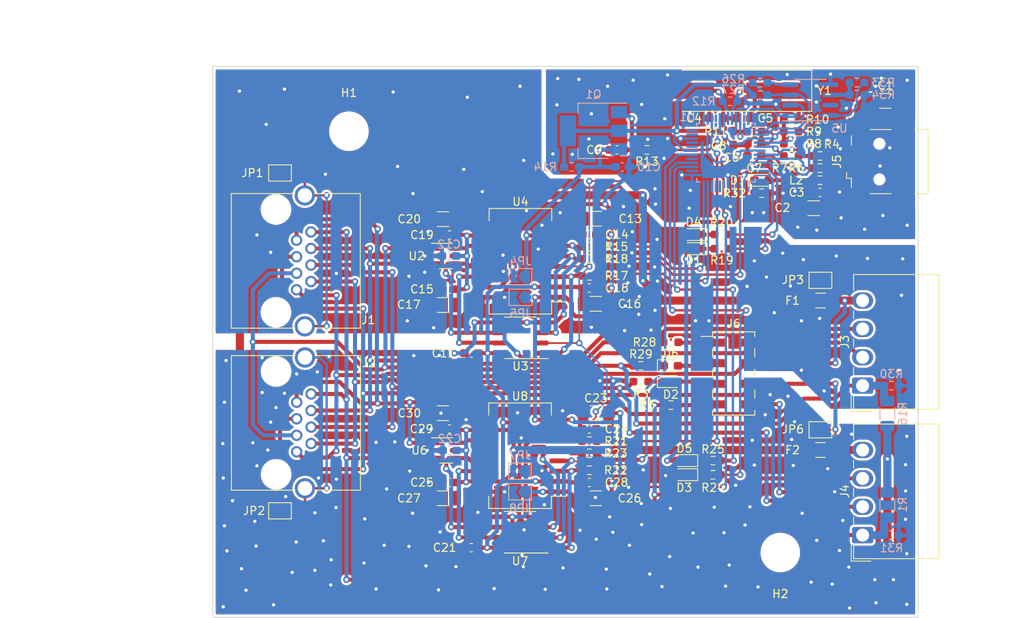
<source format=kicad_pcb>
(kicad_pcb (version 20211014) (generator pcbnew)
  (title_block (title "Modbus-RJ45-Breakout") (date "2023-05-07") (rev "0.0.2") (company "the78mole") (comment 1 "Daniel Glaser"))
  (layers (0 "F.Cu" signal) (31 "B.Cu" signal) (34 "B.Paste" user) (35 "F.Paste" user) (36 "B.SilkS" user "B.Silkscreen") (37 "F.SilkS" user "F.Silkscreen") (38 "B.Mask" user) (39 "F.Mask" user) (44 "Edge.Cuts" user))
  (net 0 "")
  (net 1 "Net-(C1-Pad1)")
  (net 2 "GND1")
  (net 3 "Net-(C2-Pad1)")
  (net 4 "Net-(C4-Pad1)")
  (net 5 "Net-(C8-Pad1)")
  (net 6 "/GND_1")
  (net 7 "GND2")
  (net 8 "/GND_2")
  (net 9 "Net-(D1-Pad1)")
  (net 10 "Net-(D2-Pad1)")
  (net 11 "Net-(D2-Pad2)")
  (net 12 "Net-(D3-Pad1)")
  (net 13 "Net-(D4-Pad1)")
  (net 14 "Net-(D5-Pad1)")
  (net 15 "Net-(D6-Pad1)")
  (net 16 "/+5V_1")
  (net 17 "/+5V_2")
  (net 18 "/B_1")
  (net 19 "/A_1")
  (net 20 "/B_2")
  (net 21 "/A_2")
  (net 22 "Net-(J1-PadSH)")
  (net 23 "Net-(J2-PadSH)")
  (net 24 "GNDS")
  (net 25 "Net-(R6-Pad2)")
  (net 26 "GND")
  (net 27 "Net-(C5-Pad1)")
  (net 28 "VCC")
  (net 29 "+3V3")
  (net 30 "+5V")
  (net 31 "Net-(C9-Pad2)")
  (net 32 "Net-(C22-Pad1)")
  (net 33 "Net-(D7-Pad1)")
  (net 34 "Net-(J5-Pad2)")
  (net 35 "Net-(J5-Pad3)")
  (net 37 "Net-(C12-Pad1)")
  (net 38 "Net-(R4-Pad2)")
  (net 39 "Net-(R7-Pad2)")
  (net 40 "Net-(R10-Pad2)")
  (net 41 "nPWREN")
  (net 42 "Net-(R15-Pad1)")
  (net 43 "TXD1")
  (net 44 "Net-(R17-Pad1)")
  (net 45 "RXD1")
  (net 46 "Net-(R18-Pad1)")
  (net 47 "TXDEN1")
  (net 48 "Net-(R19-Pad1)")
  (net 49 "Net-(R20-Pad1)")
  (net 50 "Net-(R21-Pad1)")
  (net 51 "TXD2")
  (net 52 "Net-(R22-Pad1)")
  (net 53 "RXD2")
  (net 54 "Net-(R23-Pad1)")
  (net 55 "TXDEN2")
  (net 56 "Net-(R24-Pad1)")
  (net 57 "Net-(R25-Pad1)")
  (net 58 "Net-(R26-Pad1)")
  (net 59 "EEDATA")
  (net 60 "Net-(D6-Pad2)")
  (net 61 "EECLK")
  (net 78 "EECS")
  (net 80 "Net-(J6-Pad7)")
  (net 81 "Net-(U2-Pad4)")
  (net 82 "Net-(U2-Pad6)")
  (net 83 "Net-(R33-Pad2)")
  (net 84 "Net-(U6-Pad6)")
  (net 85 "Net-(U6-Pad4)")
  (net 86 "Net-(J6-Pad1)")
  (footprint "Package_SO:SOIC-16W_7.5x12.8mm_P1.27mm" (layer "F.Cu") (at 87.95 74.05 180)
    (fp_text reference "U4")
    (fp_text value "ADM2687E")
  )
  (footprint "Jumper:SolderJumper-2_P1.3mm_Open_TrianglePad1.0x1.5mm" (layer "F.Cu") (at 58.3 63.15)
    (fp_text reference "JP1")
    (fp_text value "SH_GND_B")
  )
  (footprint "LED_SMD:LED_0603_1608Metric_Pad1.05x0.95mm_HandSolder" (layer "F.Cu") (at 108.15 100.4 180)
    (fp_text reference "D3")
    (fp_text value "green")
  )
  (footprint "Resistor_SMD:R_0603_1608Metric_Pad0.98x0.95mm_HandSolder" (layer "F.Cu") (at 96.45 72.25 180)
    (fp_text reference "R15")
    (fp_text value "27")
  )
  (footprint "Resistor_SMD:R_0603_1608Metric_Pad0.98x0.95mm_HandSolder" (layer "F.Cu") (at 106.5 91.8)
    (fp_text reference "R5")
    (fp_text value "120")
  )
  (footprint "Package_SO:SO-8_3.9x4.9mm_P1.27mm" (layer "F.Cu") (at 87.9 107.5 180)
    (fp_text reference "U7")
    (fp_text value "MAX485E")
  )
  (footprint "the78mole:Wago_734-164_1x04_P3.50mm_Horizontal" (layer "F.Cu") (at 130.15 89.4 90)
    (fp_text reference "J3")
    (fp_text value "Conn_01x04")
  )
  (footprint "Crystal:Crystal_SMD_HC49-SD_HandSoldering" (layer "F.Cu") (at 113.8 53 180)
    (fp_text reference "Y1")
    (fp_text value "6MHz")
  )
  (footprint "MountingHole:MountingHole_4.3mm_M4_DIN965" (layer "F.Cu") (at 66.8 58)
    (fp_text reference "H1")
    (fp_text value "M4")
  )
  (footprint "Capacitor_SMD:C_1206_3216Metric_Pad1.33x1.80mm_HandSolder" (layer "F.Cu") (at 97.25 92.8)
    (fp_text reference "C23")
    (fp_text value "10u")
  )
  (footprint "Capacitor_SMD:C_0603_1608Metric_Pad1.08x0.95mm_HandSolder" (layer "F.Cu") (at 99.85 60.3)
    (fp_text reference "C9")
    (fp_text value "100n")
  )
  (footprint "Resistor_SMD:R_0603_1608Metric_Pad0.98x0.95mm_HandSolder" (layer "F.Cu") (at 121.35 61.05 180)
    (fp_text reference "R7")
    (fp_text value "1K5")
  )
  (footprint "Capacitor_SMD:C_0603_1608Metric_Pad1.08x0.95mm_HandSolder" (layer "F.Cu") (at 81.9 109.4 180)
    (fp_text reference "C21")
    (fp_text value "100n")
  )
  (footprint "Capacitor_SMD:C_1206_3216Metric_Pad1.33x1.80mm_HandSolder" (layer "F.Cu") (at 78.4 103.3 180)
    (fp_text reference "C27")
    (fp_text value "10u")
  )
  (footprint "Connector_PinHeader_2.54mm:PinHeader_2x04_P2.54mm_Vertical_SMD" (layer "F.Cu") (at 114.25 87.9)
    (fp_text reference "J6")
    (fp_text value "2X04")
  )
  (footprint "Capacitor_SMD:C_0603_1608Metric_Pad1.08x0.95mm_HandSolder" (layer "F.Cu") (at 79.2 101.35 180)
    (fp_text reference "C25")
    (fp_text value "100n")
  )
  (footprint "Capacitor_SMD:C_1206_3216Metric_Pad1.33x1.80mm_HandSolder" (layer "F.Cu") (at 97.25 68.8)
    (fp_text reference "C13")
    (fp_text value "10u")
  )
  (footprint "Package_TO_SOT_SMD:SOT-23-6" (layer "F.Cu") (at 78.75 73.4)
    (fp_text reference "U2")
    (fp_text value "WE-TVS-82400102")
  )
  (footprint "Capacitor_SMD:C_0603_1608Metric_Pad1.08x0.95mm_HandSolder" (layer "F.Cu") (at 96.45 101.35)
    (fp_text reference "C28")
    (fp_text value "100n")
  )
  (footprint "Resistor_SMD:R_0603_1608Metric_Pad0.98x0.95mm_HandSolder" (layer "F.Cu") (at 121.35 59.55 180)
    (fp_text reference "R8")
    (fp_text value "0")
  )
  (footprint "LED_SMD:LED_0603_1608Metric_Pad1.05x0.95mm_HandSolder" (layer "F.Cu") (at 109.3 72.5 180)
    (fp_text reference "D1")
    (fp_text value "green")
  )
  (footprint "Capacitor_SMD:C_0603_1608Metric_Pad1.08x0.95mm_HandSolder" (layer "F.Cu") (at 115.45 56.4 180)
    (fp_text reference "C5")
    (fp_text value "27p")
  )
  (footprint "Resistor_SMD:R_0603_1608Metric_Pad0.98x0.95mm_HandSolder" (layer "F.Cu") (at 96.45 96.25 180)
    (fp_text reference "R21")
    (fp_text value "27")
  )
  (footprint "Resistor_SMD:R_0603_1608Metric_Pad0.98x0.95mm_HandSolder" (layer "F.Cu") (at 112.7875 72.5 180)
    (fp_text reference "R19")
    (fp_text value "1K")
  )
  (footprint "Resistor_SMD:R_0603_1608Metric_Pad0.98x0.95mm_HandSolder" (layer "F.Cu") (at 116.8 58.05 180)
    (fp_text reference "R11")
    (fp_text value "470")
  )
  (footprint "Capacitor_SMD:C_0603_1608Metric_Pad1.08x0.95mm_HandSolder" (layer "F.Cu") (at 96.45 94.75)
    (fp_text reference "C24")
    (fp_text value "100n")
  )
  (footprint "Capacitor_SMD:C_0603_1608Metric_Pad1.08x0.95mm_HandSolder" (layer "F.Cu") (at 116.8 61.05 180)
    (fp_text reference "C7")
    (fp_text value "100n")
  )
  (footprint "Jumper:SolderJumper-2_P1.3mm_Open_TrianglePad1.0x1.5mm" (layer "F.Cu") (at 58.3 104.85)
    (fp_text reference "JP2")
    (fp_text value "SH_GND_A")
  )
  (footprint "Resistor_SMD:R_0603_1608Metric_Pad0.98x0.95mm_HandSolder" (layer "F.Cu") (at 124.9 62.55 180)
    (fp_text reference "R6")
    (fp_text value "27")
  )
  (footprint "Resistor_SMD:R_0603_1608Metric_Pad0.98x0.95mm_HandSolder" (layer "F.Cu") (at 96.45 97.75 180)
    (fp_text reference "R23")
    (fp_text value "27")
  )
  (footprint "Capacitor_SMD:C_0603_1608Metric_Pad1.08x0.95mm_HandSolder" (layer "F.Cu") (at 79.2 70.8 180)
    (fp_text reference "C19")
    (fp_text value "100n")
  )
  (footprint "LED_SMD:LED_0603_1608Metric_Pad1.05x0.95mm_HandSolder" (layer "F.Cu") (at 106.5 88.9)
    (fp_text reference "D2")
    (fp_text value "green")
  )
  (footprint "Resistor_SMD:R_0603_1608Metric_Pad0.98x0.95mm_HandSolder" (layer "F.Cu") (at 96.45 73.75 180)
    (fp_text reference "R18")
    (fp_text value "27")
  )
  (footprint "Capacitor_SMD:C_0603_1608Metric_Pad1.08x0.95mm_HandSolder" (layer "F.Cu") (at 112.1 56.4)
    (fp_text reference "C4")
    (fp_text value "27p")
  )
  (footprint "Package_TO_SOT_SMD:SOT-23-6" (layer "F.Cu") (at 78.8 97.4)
    (fp_text reference "U6")
    (fp_text value "WE-TVS-82400102")
  )
  (footprint "Capacitor_SMD:C_1206_3216Metric_Pad1.33x1.80mm_HandSolder" (layer "F.Cu") (at 97.25 79.3)
    (fp_text reference "C16")
    (fp_text value "10u")
  )
  (footprint "Resistor_SMD:R_0603_1608Metric_Pad0.98x0.95mm_HandSolder" (layer "F.Cu") (at 111.7 98.65 180)
    (fp_text reference "R25")
    (fp_text value "1K")
  )
  (footprint "Resistor_SMD:R_0603_1608Metric_Pad0.98x0.95mm_HandSolder" (layer "F.Cu") (at 96.45 99.85 180)
    (fp_text reference "R22")
    (fp_text value "27")
  )
  (footprint "Capacitor_SMD:C_0603_1608Metric_Pad1.08x0.95mm_HandSolder" (layer "F.Cu") (at 114.2 58.85 -90)
    (fp_text reference "C8")
    (fp_text value "100n")
  )
  (footprint "Package_SO:SO-8_3.9x4.9mm_P1.27mm" (layer "F.Cu") (at 87.95 83.5 180)
    (fp_text reference "U3")
    (fp_text value "MAX485E")
  )
  (footprint "Capacitor_SMD:C_0603_1608Metric_Pad1.08x0.95mm_HandSolder" (layer "F.Cu") (at 96.45 70.75)
    (fp_text reference "C14")
    (fp_text value "100n")
  )
  (footprint "LED_SMD:LED_0603_1608Metric_Pad1.05x0.95mm_HandSolder" (layer "F.Cu") (at 108.15 98.65 180)
    (fp_text reference "D5")
    (fp_text value "yellow")
  )
  (footprint "Resistor_SMD:R_0603_1608Metric_Pad0.98x0.95mm_HandSolder" (layer "F.Cu") (at 106.5 84.05)
    (fp_text reference "R28")
    (fp_text value "120")
  )
  (footprint "the78mole:RJ45_Weidmüller_2562920000_Horizontal" (layer "F.Cu") (at 57.8 74 -90)
    (fp_text reference "J1")
    (fp_text value "RJ45_Weidmueller_2562920000")
  )
  (footprint "the78mole:USB_Mini-B_Wuerth_65100516121_Horizontal" (layer "F.Cu") (at 132.225 61.75 90)
    (fp_text reference "J5")
    (fp_text value "USB_B_Mini")
  )
  (footprint "Fuse:Fuse_1206_3216Metric_Pad1.42x1.75mm_HandSolder" (layer "F.Cu") (at 124.95 97.35)
    (fp_text reference "F2")
    (fp_text value "500mA")
  )
  (footprint "Capacitor_SMD:C_1206_3216Metric_Pad1.33x1.80mm_HandSolder" (layer "F.Cu") (at 132.95 54.25)
    (fp_text reference "C1")
    (fp_text value "1n")
  )
  (footprint "Resistor_SMD:R_0603_1608Metric_Pad0.98x0.95mm_HandSolder" (layer "F.Cu") (at 96.45 75.85 180)
    (fp_text reference "R17")
    (fp_text value "27")
  )
  (footprint "Resistor_SMD:R_0603_1608Metric_Pad0.98x0.95mm_HandSolder" (layer "F.Cu") (at 103.55 60.3 180)
    (fp_text reference "R13")
    (fp_text value "1K")
  )
  (footprint "the78mole:RJ45_Weidmüller_2562920000_Horizontal" (layer "F.Cu") (at 57.815 94 -90)
    (fp_text reference "J2")
    (fp_text value "RJ45_Weidmueller_2562920000")
  )
  (footprint "Resistor_SMD:R_0603_1608Metric_Pad0.98x0.95mm_HandSolder" (layer "F.Cu") (at 111.7 100.4 180)
    (fp_text reference "R24")
    (fp_text value "1K")
  )
  (footprint "Resistor_SMD:R_0603_1608Metric_Pad0.98x0.95mm_HandSolder" (layer "F.Cu") (at 121.35 56.55 180)
    (fp_text reference "R10")
    (fp_text value "np")
  )
  (footprint "Capacitor_SMD:C_0603_1608Metric_Pad1.08x0.95mm_HandSolder" (layer "F.Cu") (at 79.2 94.75 180)
    (fp_text reference "C29")
    (fp_text value "100n")
  )
  (footprint "Capacitor_SMD:C_1206_3216Metric_Pad1.33x1.80mm_HandSolder" (layer "F.Cu") (at 97.25 103.3)
    (fp_text reference "C26")
    (fp_text value "10u")
  )
  (footprint "LED_SMD:LED_0603_1608Metric_Pad1.05x0.95mm_HandSolder" (layer "F.Cu") (at 109.3 70.75 180)
    (fp_text reference "D4")
    (fp_text value "yellow")
  )
  (footprint "Resistor_SMD:R_0603_1608Metric_Pad0.98x0.95mm_HandSolder" (layer "F.Cu") (at 102.8 88.9)
    (fp_text reference "R3")
    (fp_text value "560")
  )
  (footprint "Resistor_SMD:R_0603_1608Metric_Pad0.98x0.95mm_HandSolder" (layer "F.Cu") (at 121.35 58.05 180)
    (fp_text reference "R9")
    (fp_text value "np")
  )
  (footprint "LED_SMD:LED_0603_1608Metric_Pad1.05x0.95mm_HandSolder" (layer "F.Cu") (at 117.7 64.05)
    (fp_text reference "D7")
    (fp_text value "red")
  )
  (footprint "Capacitor_SMD:C_1206_3216Metric_Pad1.33x1.80mm_HandSolder" (layer "F.Cu") (at 78.4 68.85 180)
    (fp_text reference "C20")
    (fp_text value "10u")
  )
  (footprint "Jumper:SolderJumper-2_P1.3mm_Open_TrianglePad1.0x1.5mm" (layer "F.Cu") (at 124.95 94.85)
    (fp_text reference "JP6")
    (fp_text value "VCC_BR")
  )
  (footprint "the78mole:Wago_734-164_1x04_P3.50mm_Horizontal" (layer "F.Cu") (at 130.15 107.85 90)
    (fp_text reference "J4")
    (fp_text value "Conn_01x04")
  )
  (footprint "Resistor_SMD:R_0603_1608Metric_Pad0.98x0.95mm_HandSolder" (layer "F.Cu") (at 124.9 64.05 180)
    (fp_text reference "L2")
    (fp_text value "FB")
  )
  (footprint "Capacitor_SMD:C_1206_3216Metric_Pad1.33x1.80mm_HandSolder" (layer "F.Cu") (at 78.4 79.45 180)
    (fp_text reference "C17")
    (fp_text value "10u")
  )
  (footprint "Capacitor_SMD:C_0603_1608Metric_Pad1.08x0.95mm_HandSolder" (layer "F.Cu") (at 79.2 77.5 180)
    (fp_text reference "C15")
    (fp_text value "100n")
  )
  (footprint "Resistor_SMD:R_0603_1608Metric_Pad0.98x0.95mm_HandSolder" (layer "F.Cu") (at 124.9 61.05 180)
    (fp_text reference "R4")
    (fp_text value "27")
  )
  (footprint "Resistor_SMD:R_0603_1608Metric_Pad0.98x0.95mm_HandSolder" (layer "F.Cu") (at 102.8 86.95)
    (fp_text reference "R29")
    (fp_text value "560")
  )
  (footprint "Capacitor_SMD:C_0603_1608Metric_Pad1.08x0.95mm_HandSolder" (layer "F.Cu") (at 81.9 85.4 180)
    (fp_text reference "C11")
    (fp_text value "100n")
  )
  (footprint "Capacitor_SMD:C_0603_1608Metric_Pad1.08x0.95mm_HandSolder" (layer "F.Cu") (at 96.45 77.35)
    (fp_text reference "C18")
    (fp_text value "100n")
  )
  (footprint "Fuse:Fuse_1206_3216Metric_Pad1.42x1.75mm_HandSolder" (layer "F.Cu") (at 124.9625 78.9)
    (fp_text reference "F1")
    (fp_text value "500mA")
  )
  (footprint "Jumper:SolderJumper-2_P1.3mm_Open_TrianglePad1.0x1.5mm" (layer "F.Cu") (at 124.95 76.4)
    (fp_text reference "JP3")
    (fp_text value "VCC_BR")
  )
  (footprint "Package_SO:SOIC-16W_7.5x12.8mm_P1.27mm" (layer "F.Cu") (at 87.9 98.05 180)
    (fp_text reference "U8")
    (fp_text value "ADM2687E")
  )
  (footprint "Resistor_SMD:R_0603_1608Metric_Pad0.98x0.95mm_HandSolder" (layer "F.Cu") (at 117.7 65.65 180)
    (fp_text reference "R32")
    (fp_text value "1K")
  )
  (footprint "Capacitor_SMD:C_0603_1608Metric_Pad1.08x0.95mm_HandSolder" (layer "F.Cu") (at 116.8 59.55 180)
    (fp_text reference "C6")
    (fp_text value "100n")
  )
  (footprint "MountingHole:MountingHole_4.3mm_M4_DIN965" (layer "F.Cu") (at 120 110)
    (fp_text reference "H2")
    (fp_text value "M4")
  )
  (footprint "Capacitor_SMD:C_1206_3216Metric_Pad1.33x1.80mm_HandSolder" (layer "F.Cu") (at 124.1 67.5 180)
    (fp_text reference "C2")
    (fp_text value "4u7")
  )
  (footprint "Resistor_SMD:R_0603_1608Metric_Pad0.98x0.95mm_HandSolder" (layer "F.Cu") (at 112.8 70.75 180)
    (fp_text reference "R20")
    (fp_text value "1K")
  )
  (footprint "Capacitor_SMD:C_0603_1608Metric_Pad1.08x0.95mm_HandSolder" (layer "F.Cu") (at 124.9 65.55 180)
    (fp_text reference "C3")
    (fp_text value "100n")
  )
  (footprint "LED_SMD:LED_0603_1608Metric_Pad1.05x0.95mm_HandSolder" (layer "F.Cu") (at 106.5 86.95)
    (fp_text reference "D6")
    (fp_text value "green")
  )
  (footprint "Capacitor_SMD:C_1206_3216Metric_Pad1.33x1.80mm_HandSolder" (layer "F.Cu") (at 78.4 92.8 180)
    (fp_text reference "C30")
    (fp_text value "10u")
  )
  (footprint "Resistor_SMD:R_0603_1608Metric_Pad0.98x0.95mm_HandSolder" (layer "B.Cu") (at 129.45 53.5 180)
    (fp_text reference "R34")
    (fp_text value "np")
  )
  (footprint "Capacitor_SMD:C_0603_1608Metric_Pad1.08x0.95mm_HandSolder" (layer "B.Cu") (at 79.1375 73.4 180)
    (fp_text reference "C12")
    (fp_text value "100n")
  )
  (footprint "Package_SO:SOIC-8_3.9x4.9mm_P1.27mm" (layer "B.Cu") (at 123.7 54.15)
    (fp_text reference "U5")
    (fp_text value "93LC46B")
  )
  (footprint "Resistor_SMD:R_0603_1608Metric_Pad0.98x0.95mm_HandSolder" (layer "B.Cu") (at 117.5 52 180)
    (fp_text reference "R26")
    (fp_text value "2K2")
  )
  (footprint "Jumper:SolderJumper-2_P1.3mm_Open_TrianglePad1.0x1.5mm" (layer "B.Cu") (at 87.9 102.5 180)
    (fp_text reference "JP8")
    (fp_text value "GND_BR")
  )
  (footprint "Jumper:SolderJumper-2_P1.3mm_Open_TrianglePad1.0x1.5mm" (layer "B.Cu") (at 87.95 78.5 180)
    (fp_text reference "JP5")
    (fp_text value "GND_BR")
  )
  (footprint "Capacitor_SMD:C_0603_1608Metric_Pad1.08x0.95mm_HandSolder" (layer "B.Cu") (at 79.2125 97.4 180)
    (fp_text reference "C22")
    (fp_text value "100n")
  )
  (footprint "Capacitor_SMD:C_0603_1608Metric_Pad1.08x0.95mm_HandSolder" (layer "B.Cu") (at 100.5 62.4)
    (fp_text reference "C10")
    (fp_text value "100n")
  )
  (footprint "Resistor_SMD:R_0603_1608Metric_Pad0.98x0.95mm_HandSolder" (layer "B.Cu") (at 94.25 62.4)
    (fp_text reference "R14")
    (fp_text value "np")
  )
  (footprint "Jumper:SolderJumper-2_P1.3mm_Open_TrianglePad1.0x1.5mm" (layer "B.Cu") (at 87.95 75.95 180)
    (fp_text reference "JP4")
    (fp_text value "VCC_BR")
  )
  (footprint "Package_TO_SOT_SMD:SOT-223" (layer "B.Cu") (at 96.95 57.95 180)
    (fp_text reference "Q1")
    (fp_text value "BSP250")
  )
  (footprint "Resistor_SMD:R_1206_3216Metric_Pad1.30x1.75mm_HandSolder" (layer "B.Cu") (at 133.2 92.85 90)
    (fp_text reference "R16")
    (fp_text value "0")
  )
  (footprint "Resistor_SMD:R_1206_3216Metric_Pad1.30x1.75mm_HandSolder" (layer "B.Cu") (at 133.2 104.15 -90)
    (fp_text reference "R1")
    (fp_text value "0")
  )
  (footprint "Jumper:SolderJumper-2_P1.3mm_Open_TrianglePad1.0x1.5mm" (layer "B.Cu") (at 87.9 99.95 180)
    (fp_text reference "JP7")
    (fp_text value "VCC_BR")
  )
  (footprint "Resistor_SMD:R_0603_1608Metric_Pad0.98x0.95mm_HandSolder" (layer "B.Cu") (at 133.6875 107.85 180)
    (fp_text reference "R31")
    (fp_text value "0")
  )
  (footprint "Resistor_SMD:R_0603_1608Metric_Pad0.98x0.95mm_HandSolder" (layer "B.Cu") (at 117.5 53.55 180)
    (fp_text reference "R27")
    (fp_text value "10K")
  )
  (footprint "Resistor_SMD:R_0603_1608Metric_Pad0.98x0.95mm_HandSolder" (layer "B.Cu") (at 113.8 54.3 180)
    (fp_text reference "R12")
    (fp_text value "np")
  )
  (footprint "Package_QFP:LQFP-48_7x7mm_P0.5mm" (layer "B.Cu") (at 113.3 60.65 180)
    (fp_text reference "U1")
    (fp_text value "FT2232D")
  )
  (footprint "Resistor_SMD:R_0603_1608Metric_Pad0.98x0.95mm_HandSolder" (layer "B.Cu") (at 129.45 52 180)
    (fp_text reference "R33")
    (fp_text value "np")
  )
  (footprint "Resistor_SMD:R_0603_1608Metric_Pad0.98x0.95mm_HandSolder" (layer "B.Cu") (at 133.7 89.4 180)
    (fp_text reference "R30")
    (fp_text value "0")
  )
  (gr_rect (start 50 50) (end 137 118) (layer "Edge.Cuts") (width 0.1) (fill none))
  (segment (start 130.35 54.25) (end 129.625 54.975) (width 1) (layer "F.Cu") (net 1))
  (segment (start 129.625 57.35) (end 135.125 57.35) (width 1) (layer "F.Cu") (net 1))
  (segment (start 131.3875 54.25) (end 130.35 54.25) (width 1) (layer "F.Cu") (net 1))
  (segment (start 129.625 66.15) (end 135.125 66.15) (width 1) (layer "F.Cu") (net 1))
  (segment (start 135.125 66.15) (end 135.125 57.35) (width 1) (layer "F.Cu") (net 1))
  (segment (start 129.625 54.975) (end 129.625 57.35) (width 1) (layer "F.Cu") (net 1))
  (segment (start 83.3 78.495) (end 85.995 78.495) (width 0.5) (layer "F.Cu") (net 2))
  (segment (start 76.55 78) (end 76.55 79.1625) (width 0.5) (layer "F.Cu") (net 2))
  (segment (start 81.3 78.9) (end 81.3 80.6) (width 0.5) (layer "F.Cu") (net 2))
  (segment (start 81.805 69.605) (end 81.2 69) (width 0.5) (layer "F.Cu") (net 2))
  (segment (start 83.3 78.495) (end 81.705 78.495) (width 0.5) (layer "F.Cu") (net 2))
  (segment (start 76.55 69.1375) (end 76.8375 68.85) (width 0.5) (layer "F.Cu") (net 2))
  (segment (start 81.2 67.8) (end 80.5 67.1) (width 0.5) (layer "F.Cu") (net 2))
  (segment (start 81.3 80.6) (end 80.65 81.25) (width 0.5) (layer "F.Cu") (net 2))
  (segment (start 76.55 70.4) (end 76.55 69.1375) (width 0.5) (layer "F.Cu") (net 2))
  (segment (start 88.35 86.2) (end 94.1 86.2) (width 0.5) (layer "F.Cu") (net 2))
  (segment (start 76.9 81.25) (end 76.55 80.9) (width 0.5) (layer "F.Cu") (net 2))
  (segment (start 78.3375 77.5) (end 77.05 77.5) (width 0.5) (layer "F.Cu") (net 2))
  (segment (start 94.1 86.2) (end 95.1 86.2) (width 0.5) (layer "F.Cu") (net 2))
  (segment (start 95.1 86.2) (end 97.4 83.9) (width 0.5) (layer "F.Cu") (net 2))
  (segment (start 87.55 85.4) (end 88.35 86.2) (width 0.5) (layer "F.Cu") (net 2))
  (segment (start 83.3 69.605) (end 81.805 69.605) (width 0.5) (layer "F.Cu") (net 2))
  (segment (start 80.5 67.1) (end 76.8 67.1) (width 0.5) (layer "F.Cu") (net 2))
  (segment (start 76.55 77) (end 76.55 75.8) (width 0.5) (layer "F.Cu") (net 2))
  (segment (start 76.55 68.5625) (end 76.8375 68.85) (width 0.5) (layer "F.Cu") (net 2))
  (segment (start 122.6 87.5) (end 134.6 87.5) (width 0.5) (layer "F.Cu") (net 2))
  (segment (start 111.2 81.4) (end 122.6 81.4) (width 0.5) (layer "F.Cu") (net 2))
  (segment (start 76.95 70.8) (end 76.55 70.4) (width 0.5) (layer "F.Cu") (net 2))
  (segment (start 109.55 81.4) (end 111.2 81.4) (width 0.5) (layer "F.Cu") (net 2))
  (segment (start 78.3375 70.8) (end 76.95 70.8) (width 0.5) (layer "F.Cu") (net 2))
  (segment (start 80.65 81.25) (end 76.9 81.25) (width 0.5) (layer "F.Cu") (net 2))
  (segment (start 85.995 78.495) (end 86 78.5) (width 0.5) (layer "F.Cu") (net 2))
  (segment (start 107.75 81.4) (end 109.55 81.4) (width 0.5) (layer "F.Cu") (net 2))
  (segment (start 77.6125 73.4) (end 76.15 73.4) (width 0.5) (layer "F.Cu") (net 2))
  (segment (start 77.05 77.5) (end 76.55 78) (width 0.5) (layer "F.Cu") (net 2))
  (segment (start 99.9 81.4) (end 107.75 81.4) (width 0.5) (layer "F.Cu") (net 2))
  (segment (start 81.2 69) (end 81.2 67.8) (width 0.5) (layer "F.Cu") (net 2))
  (segment (start 76.8 67.1) (end 76.55 67.35) (width 0.5) (layer "F.Cu") (net 2))
  (segment (start 76.55 79.7375) (end 76.8375 79.45) (width 0.5) (layer "F.Cu") (net 2))
  (segment (start 77.05 77.5) (end 76.55 77) (width 0.5) (layer "F.Cu") (net 2))
  (segment (start 81.705 78.495) (end 81.3 78.9) (width 0.5) (layer "F.Cu") (net 2))
  (segment (start 76.55 75.8) (end 76.15 75.4) (width 0.5) (layer "F.Cu") (net 2))
  (segment (start 76.55 67.35) (end 76.55 68.5625) (width 0.5) (layer "F.Cu") (net 2))
  (segment (start 97.4 83.9) (end 99.9 81.4) (width 0.5) (layer "F.Cu") (net 2))
  (segment (start 76.55 79.1625) (end 76.8375 79.45) (width 0.5) (layer "F.Cu") (net 2))
  (segment (start 76.55 80.9) (end 76.55 79.7375) (width 0.5) (layer "F.Cu") (net 2))
  (via (at 134.6 87.5) (size 0.8) (drill 0.4) (layers "F.Cu" "B.Cu") (net 2))
  (via (at 104.55 80.1) (size 0.8) (drill 0.4) (layers "F.Cu" "B.Cu") (net 2))
  (via (at 81.4 53.8) (size 0.8) (drill 0.4) (layers "F.Cu" "B.Cu") (net 2))
  (via (at 74 81.4) (size 0.8) (drill 0.4) (layers "F.Cu" "B.Cu") (net 2))
  (via (at 80.95 62.7) (size 0.8) (drill 0.4) (layers "F.Cu" "B.Cu") (net 2))
  (via (at 76.55 70.4) (size 0.8) (drill 0.4) (layers "F.Cu" "B.Cu") (net 2))
  (via (at 122.85 73.85) (size 0.8) (drill 0.4) (layers "F.Cu" "B.Cu") (net 2))
  (via (at 74.7 65.7) (size 0.8) (drill 0.4) (layers "F.Cu" "B.Cu") (net 2))
  (via (at 118.3 76) (size 0.8) (drill 0.4) (layers "F.Cu" "B.Cu") (net 2))
  (via (at 104.5 74.75) (size 0.8) (drill 0.4) (layers "F.Cu" "B.Cu") (net 2))
  (via (at 101.2 76.7) (size 0.8) (drill 0.4) (layers "F.Cu" "B.Cu") (net 2))
  (via (at 87.55 85.4) (size 0.8) (drill 0.4) (layers "F.Cu" "B.Cu") (net 2))
  (via (at 120.3 73.05) (size 0.8) (drill 0.4) (layers "F.Cu" "B.Cu") (net 2))
  (via (at 83.25 65.45) (size 0.8) (drill 0.4) (layers "F.Cu" "B.Cu") (net 2))
  (via (at 57.15 72.95) (size 0.8) (drill 0.4) (layers "F.Cu" "B.Cu") (net 2))
  (via (at 109.55 73.75) (size 0.8) (drill 0.4) (layers "F.Cu" "B.Cu") (net 2))
  (via (at 92.85 68.05) (size 0.8) (drill 0.4) (layers "F.Cu" "B.Cu") (net 2))
  (via (at 65.25 75.55) (size 0.8) (drill 0.4) (layers "F.Cu" "B.Cu") (net 2))
  (via (at 74.2 75.9) (size 0.8) (drill 0.4) (layers "F.Cu" "B.Cu") (net 2))
  (via (at 111.2 81.4) (size 0.8) (drill 0.4) (layers "F.Cu" "B.Cu") (net 2))
  (via (at 56.6 57.15) (size 0.8) (drill 0.4) (layers "F.Cu" "B.Cu") (net 2))
  (via (at 58.85 52.8) (size 0.8) (drill 0.4) (layers "F.Cu" "B.Cu") (net 2))
  (via (at 86 78.5) (size 0.8) (drill 0.4) (layers "F.Cu" "B.Cu") (net 2))
  (via (at 119.25 80.4) (size 0.8) (drill 0.4) (layers "F.Cu" "B.Cu") (net 2))
  (via (at 104.05 82.55) (size 0.8) (drill 0.4) (layers "F.Cu" "B.Cu") (net 2))
  (via (at 109.55 81.4) (size 0.8) (drill 0.4) (layers "F.Cu" "B.Cu") (net 2))
  (via (at 104.85 76.5) (size 0.8) (drill 0.4) (layers "F.Cu" "B.Cu") (net 2))
  (via (at 101.7 73) (size 0.8) (drill 0.4) (layers "F.Cu" "B.Cu") (net 2))
  (via (at 122.6 81.4) (size 0.8) (drill 0.4) (layers "F.Cu" "B.Cu") (net 2))
  (via (at 72.25 53.15) (size 0.8) (drill 0.4) (layers "F.Cu" "B.Cu") (net 2))
  (via (at 85.85 75.3) (size 0.8) (drill 0.4) (layers "F.Cu" "B.Cu") (net 2))
  (via (at 135.1 73.75) (size 0.8) (drill 0.4) (layers "F.Cu" "B.Cu") (net 2))
  (via (at 88.7 67.8) (size 0.8) (drill 0.4) (layers "F.Cu" "B.Cu") (net 2))
  (via (at 130.75 73.7) (size 0.8) (drill 0.4) (layers "F.Cu" "B.Cu") (net 2))
  (via (at 100.65 67.3) (size 0.8) (drill 0.4) (layers "F.Cu" "B.Cu") (net 2))
  (via (at 116.8 74) (size 0.8) (drill 0.4) (layers "F.Cu" "B.Cu") (net 2))
  (via (at 134.95 78.25) (size 0.8) (drill 0.4) (layers "F.Cu" "B.Cu") (net 2))
  (via (at 88.35 61.6) (size 0.8) (drill 0.4) (layers "F.Cu" "B.Cu") (net 2))
  (via (at 102.55 80.6) (size 0.8) (drill 0.4) (layers "F.Cu" "B.Cu") (net 2))
  (via (at 53.3 53.05) (size 0.8) (drill 0.4) (layers "F.Cu" "B.Cu") (net 2))
  (via (at 121.25 77.1) (size 0.8) (drill 0.4) (layers "F.Cu" "B.Cu") (net 2))
  (via (at 101.35 74.65) (size 0.8) (drill 0.4) (layers "F.Cu" "B.Cu") (net 2))
  (via (at 100.9 79.55) (size 0.8) (drill 0.4) (layers "F.Cu" "B.Cu") (net 2))
  (via (at 96.7 82.2) (size 0.8) (drill 0.4) (layers "F.Cu" "B.Cu") (net 2))
  (via (at 85.8 73.3) (size 0.8) (drill 0.4) (layers "F.Cu" "B.Cu") (net 2))
  (via (at 77.25 82.25) (size 0.8) (drill 0.4) (layers "F.Cu" "B.Cu") (net 2))
  (via (at 76.15 75.4) (size 0.8) (drill 0.4) (layers "F.Cu" "B.Cu") (net 2))
  (via (at 87.9 52.45) (size 0.8) (drill 0.4) (layers "F.Cu" "B.Cu") (net 2))
  (via (at 126.9 73.4) (size 0.8) (drill 0.4) (layers "F.Cu" "B.Cu") (net 2))
  (via (at 115.9 77.15) (size 0.8) (drill 0.4) (layers "F.Cu" "B.Cu") (net 2))
  (via (at 90.15 72.55) (size 0.8) (drill 0.4) (layers "F.Cu" "B.Cu") (net 2))
  (via (at 101.75 70.4) (size 0.8) (drill 0.4) (layers "F.Cu" "B.Cu") (net 2))
  (via (at 55.45 70.8) (size 0.8) (drill 0.4) (layers "F.Cu" "B.Cu") (net 2))
  (via (at 124.85 81.1) (size 0.8) (drill 0.4) (layers "F.Cu" "B.Cu") (net 2))
  (via (at 100.8 82.6) (size 0.8) (drill 0.4) (layers "F.Cu" "B.Cu") (net 2))
  (via (at 125.4 90.05) (size 0.8) (drill 0.4) (layers "F.Cu" "B.Cu") (net 2))
  (via (at 122.6 87.5) (size 0.8) (drill 0.4) (layers "F.Cu" "B.Cu") (net 2))
  (via (at 63.9 63.3) (size 0.8) (drill 0.4) (layers "F.Cu" "B.Cu") (net 2))
  (via (at 72.8 62.35) (size 0.8) (drill 0.4) (layers "F.Cu" "B.Cu") (net 2))
  (via (at 76.15 73.4) (size 0.8) (drill 0.4) (layers "F.Cu" "B.Cu") (net 2))
  (via (at 102.6 78.4) (size 0.8) (drill 0.4) (layers "F.Cu" "B.Cu") (net 2))
  (via (at 90.6 69.6) (size 0.8) (drill 0.4) (layers "F.Cu" "B.Cu") (net 2))
  (via (at 104.8 71.35) (size 0.8) (drill 0.4) (layers "F.Cu" "B.Cu") (net 2))
  (segment (start 134.6 89.3875) (end 134.6125 89.4) (width 0.5) (layer "B.Cu") (net 2))
  (segment (start 76.15 75.4) (end 76.15 73.4) (width 0.5) (layer "B.Cu") (net 2))
  (segment (start 86 78.5) (end 86 83.85) (width 0.5) (layer "B.Cu") (net 2))
  (segment (start 122.6 86.45) (end 122.6 87.5) (width 0.5) (layer "B.Cu") (net 2))
  (segment (start 134.6 87.5) (end 134.6 89.3875) (width 0.5) (layer "B.Cu") (net 2))
  (segment (start 78.275 73.4) (end 76.15 73.4) (width 0.5) (layer "B.Cu") (net 2))
  (segment (start 76.15 70.8) (end 76.55 70.4) (width 0.5) (layer "B.Cu") (net 2))
  (segment (start 76.15 73.4) (end 76.15 70.8) (width 0.5) (layer "B.Cu") (net 2))
  (segment (start 122.6 81.4) (end 122.6 86.45) (width 0.5) (layer "B.Cu") (net 2))
  (segment (start 86 83.85) (end 87.55 85.4) (width 0.5) (layer "B.Cu") (net 2))
  (segment (start 87.225 78.5) (end 86 78.5) (width 0.3) (layer "B.Cu") (net 2))
  (segment (start 125.85 67.3125) (end 125.6625 67.5) (width 0.5) (layer "F.Cu") (net 3))
  (segment (start 127.15 64.05) (end 125.8125 64.05) (width 0.5) (layer "F.Cu") (net 3))
  (segment (start 127.85 63.35) (end 127.15 64.05) (width 0.5) (layer "F.Cu") (net 3))
  (segment (start 125.85 65.4625) (end 125.7625 65.55) (width 0.5) (layer "F.Cu") (net 3))
  (segment (start 125.8125 64.05) (end 125.85 64.0875) (width 0.5) (layer "F.Cu") (net 3))
  (segment (start 125.85 65.6375) (end 125.85 67.3125) (width 0.5) (layer "F.Cu") (net 3))
  (segment (start 125.7625 65.55) (end 125.85 65.6375) (width 0.5) (layer "F.Cu") (net 3))
  (segment (start 129.625 63.35) (end 127.85 63.35) (width 0.5) (layer "F.Cu") (net 3))
  (segment (start 125.85 64.0875) (end 125.85 65.4625) (width 0.5) (layer "F.Cu") (net 3))
  (segment (start 111.2375 56.4) (end 111.25 56.3875) (width 0.5) (layer "F.Cu") (net 4))
  (segment (start 112.2413 53) (end 112.3908 53.1495) (width 0.5) (layer "F.Cu") (net 4))
  (segment (start 111.25 53.75) (end 110.5 53) (width 0.5) (layer "F.Cu") (net 4))
  (segment (start 110.5 53) (end 107.8625 53) (width 0.5) (layer "F.Cu") (net 4))
  (segment (start 107.8625 53) (end 112.2413 53) (width 0.5) (layer "F.Cu") (net 4))
  (segment (start 111.25 56.3875) (end 111.25 53.75) (width 0.5) (layer "F.Cu") (net 4))
  (via (at 112.3908 53.1495) (size 0.8) (drill 0.4) (layers "F.Cu" "B.Cu") (net 4))
  (segment (start 113.2 55.05) (end 113.2 54.6125) (width 0.3) (layer "B.Cu") (net 4))
  (segment (start 113.2 54.6125) (end 112.8875 54.3) (width 0.3) (layer "B.Cu") (net 4))
  (segment (start 112.8875 54.3) (end 112.8875 53.6462) (width 0.5) (layer "B.Cu") (net 4))
  (segment (start 113.55 55.4) (end 113.2 55.05) (width 0.3) (layer "B.Cu") (net 4))
  (segment (start 113.55 56.4875) (end 113.55 55.4) (width 0.3) (layer "B.Cu") (net 4))
  (segment (start 112.8875 53.6462) (end 112.3908 53.1495) (width 0.5) (layer "B.Cu") (net 4))
  (segment (start 115.1 58.05) (end 114.2625 58.05) (width 0.5) (layer "F.Cu") (net 5))
  (segment (start 115.05 58.1) (end 115.1 58.05) (width 0.3) (layer "F.Cu") (net 5))
  (segment (start 114.2625 58.05) (end 114.2 57.9875) (width 0.5) (layer "F.Cu") (net 5))
  (segment (start 115.05 58.65) (end 115.05 58.1) (width 0.3) (layer "F.Cu") (net 5))
  (segment (start 115.8875 58.05) (end 115.1 58.05) (width 0.5) (layer "F.Cu") (net 5))
  (via (at 115.05 58.65) (size 0.8) (drill 0.4) (layers "F.Cu" "B.Cu") (net 5))
  (segment (start 115.05 56.4875) (end 115.05 58.65) (width 0.3) (layer "B.Cu") (net 5))
  (segment (start 122.9 91) (end 119.819269 94.080731) (width 0.5) (layer "F.Cu") (net 6))
  (segment (start 64.23 98.27) (end 65 97.5) (width 0.5) (layer "F.Cu") (net 6))
  (segment (start 71.191748 88.24902) (end 68.44902 88.24902) (width 0.5) (layer "F.Cu") (net 6))
  (segment (start 73.070057 88.24902) (end 72.772524 87.951488) (width 0.5) (layer "F.Cu") (net 6))
  (segment (start 72.772524 87.951488) (end 71.489278 87.951489) (width 0.5) (layer "F.Cu") (net 6))
  (segment (start 95.96924 88.298531) (end 87.480758 88.298531) (width 0.5) (layer "F.Cu") (net 6))
  (segment (start 71.489278 87.951489) (end 71.191748 88.24902) (width 0.5) (layer "F.Cu") (net 6))
  (segment (start 97.317773 86.95) (end 95.96924 88.298531) (width 0.5) (layer "F.Cu") (net 6))
  (segment (start 68.44902 88.24902) (end 68.3 88.1) (width 0.5) (layer "F.Cu") (net 6))
  (segment (start 130.15 89.4) (end 128.35 89.4) (width 0.5) (layer "F.Cu") (net 6))
  (segment (start 61.02 78.25) (end 65.25 78.25) (width 0.5) (layer "F.Cu") (net 6))
  (segment (start 128.35 89.4) (end 126.75 91) (width 0.5) (layer "F.Cu") (net 6))
  (segment (start 101.8875 86.95) (end 97.317773 86.95) (width 0.5) (layer "F.Cu") (net 6))
  (segment (start 68.3 88.1) (end 65.25 88.1) (width 0.5) (layer "F.Cu") (net 6))
  (segment (start 126.75 91) (end 122.9 91) (width 0.5) (layer "F.Cu") (net 6))
  (segment (start 65 97.5) (end 65.05 97.45) (width 0.5) (layer "F.Cu") (net 6))
  (segment (start 87.431247 88.24902) (end 73.070057 88.24902) (width 0.5) (layer "F.Cu") (net 6))
  (segment (start 61.055 98.27) (end 64.23 98.27) (width 0.5) (layer "F.Cu") (net 6))
  (segment (start 60.34 77.57) (end 61.02 78.25) (width 0.5) (layer "F.Cu") (net 6))
  (segment (start 87.480758 88.298531) (end 87.431247 88.24902) (width 0.5) (layer "F.Cu") (net 6))
  (segment (start 65.05 97.45) (end 65.25 97.45) (width 0.5) (layer "F.Cu") (net 6))
  (segment (start 119.819269 94.080731) (end 102.2495 94.080731) (width 0.5) (layer "F.Cu") (net 6))
  (segment (start 60.355 97.57) (end 61.055 98.27) (width 0.5) (layer "F.Cu") (net 6))
  (via (at 102.2495 94.080731) (size 0.8) (drill 0.4) (layers "F.Cu" "B.Cu") (net 6))
  (via (at 65.25 97.45) (size 0.8) (drill 0.4) (layers "F.Cu" "B.Cu") (net 6))
  (via (at 65.25 88.1) (size 0.8) (drill 0.4) (layers "F.Cu" "B.Cu") (net 6))
  (via (at 65.25 78.25) (size 0.8) (drill 0.4) (layers "F.Cu" "B.Cu") (net 6))
  (via (at 100.35 86.95) (size 0.8) (drill 0.4) (layers "F.Cu" "B.Cu") (net 6))
  (segment (start 101.051942 87.651942) (end 101.051942 89.601942) (width 0.5) (layer "B.Cu") (net 6))
  (segment (start 130.15 89.4) (end 132.7875 89.4) (width 1) (layer "B.Cu") (net 6))
  (segment (start 100.35 86.95) (end 101.051942 87.651942) (width 0.5) (layer "B.Cu") (net 6))
  (segment (start 132.7875 90.8875) (end 133.2 91.3) (width 1) (layer "B.Cu") (net 6))
  (segment (start 101.051942 89.601942) (end 102.2495 90.7995) (width 0.5) (layer "B.Cu") (net 6))
  (segment (start 102.2495 90.7995) (end 102.2495 94.080731) (width 0.5) (layer "B.Cu") (net 6))
  (segment (start 132.7875 89.4) (end 132.7875 90.8875) (width 1) (layer "B.Cu") (net 6))
  (segment (start 65.25 78.25) (end 65.25 88.1) (width 0.5) (layer "B.Cu") (net 6))
  (segment (start 65.25 97.45) (end 65.25 88.1) (width 0.5) (layer "B.Cu") (net 6))
  (segment (start 81.25 93.6) (end 83.245 93.6) (width 0.5) (layer "F.Cu") (net 7))
  (segment (start 81.655 102.495) (end 81.25 102.9) (width 0.5) (layer "F.Cu") (net 7))
  (segment (start 81.25 104.3) (end 80.4 105.15) (width 0.5) (layer "F.Cu") (net 7))
  (segment (start 76.6 103.0625) (end 76.8375 103.3) (width 0.5) (layer "F.Cu") (net 7))
  (segment (start 76.6 101.35) (end 76.6 103.0625) (width 0.5) (layer "F.Cu") (net 7))
  (segment (start 78.3375 94.75) (end 76.95 94.75) (width 0.5) (layer "F.Cu") (net 7))
  (segment (start 76.95 94.75) (end 76.45 94.25) (width 0.5) (layer "F.Cu") (net 7))
  (segment (start 76.45 104.75) (end 76.45 103.6875) (width 0.5) (layer "F.Cu") (net 7))
  (segment (start 76.45 103.6875) (end 76.8375 103.3) (width 0.5) (layer "F.Cu") (net 7))
  (segment (start 76.8375 92.8) (end 78.15 92.8) (width 0.5) (layer "F.Cu") (net 7))
  (segment (start 80.4 105.15) (end 76.85 105.15) (width 0.5) (layer "F.Cu") (net 7))
  (segment (start 76.45 97.4) (end 77.6625 97.4) (width 0.5) (layer "F.Cu") (net 7))
  (segment (start 76.85 105.15) (end 76.45 104.75) (width 0.5) (layer "F.Cu") (net 7))
  (segment (start 76.45 93.1875) (end 76.8375 92.8) (width 0.5) (layer "F.Cu") (net 7))
  (segment (start 76.6 101.35) (end 78.3375 101.35) (width 0.5) (layer "F.Cu") (net 7))
  (segment (start 83.25 102.495) (end 83.255 102.5) (width 0.5) (layer "F.Cu") (net 7))
  (segment (start 76.45 94.25) (end 76.45 93.1875) (width 0.5) (layer "F.Cu") (net 7))
  (segment (start 83.25 102.495) (end 81.655 102.495) (width 0.5) (layer "F.Cu") (net 7))
  (segment (start 83.255 102.5) (end 86 102.5) (width 0.5) (layer "F.Cu") (net 7))
  (segment (start 81.25 102.9) (end 81.25 104.3) (width 0.5) (layer "F.Cu") (net 7))
  (segment (start 83.245 93.6) (end 83.25 93.605) (width 0.5) (layer "F.Cu") (net 7))
  (via (at 51.45 91.45) (size 0.8) (drill 0.4) (layers "F.Cu" "B.Cu") (net 7))
  (via (at 90.6 99.9) (size 0.8) (drill 0.4) (layers "F.Cu" "B.Cu") (net 7))
  (via (at 135.6 95.65) (size 0.8) (drill 0.4) (layers "F.Cu" "B.Cu") (net 7))
  (via (at 126.4 113.9) (size 0.8) (drill 0.4) (layers "F.Cu" "B.Cu") (net 7))
  (via (at 99.35 107.5) (size 0.8) (drill 0.4) (layers "F.Cu" "B.Cu") (net 7))
  (via (at 102.9 106.55) (size 0.8) (drill 0.4) (layers "F.Cu" "B.Cu") (net 7))
  (via (at 90.9 104.1) (size 0.8) (drill 0.4) (layers "F.Cu" "B.Cu") (net 7))
  (via (at 71.15 109.1) (size 0.8) (drill 0.4) (layers "F.Cu" "B.Cu") (net 7))
  (via (at 51.25 96.55) (size 0.8) (drill 0.4) (layers "F.Cu" "B.Cu") (net 7))
  (via (at 106.45 104.55) (size 0.8) (drill 0.4) (layers "F.Cu" "B.Cu") (net 7))
  (via (at 111.85 104.4) (size 0.8) (drill 0.4) (layers "F.Cu" "B.Cu") (net 7))
  (via (at 97.3 108.35) (size 0.8) (drill 0.4) (layers "F.Cu" "B.Cu") (net 7))
  (via (at 70.15 96.4) (size 0.8) (drill 0.4) (layers "F.Cu" "B.Cu") (net 7))
  (via (at 82.7 105.05) (size 0.8) (drill 0.4) (layers "F.Cu" "B.Cu") (net 7))
  (via (at 118.75 90.5) (size 0.8) (drill 0.4) (layers "F.Cu" "B.Cu") (net 7))
  (via (at 91 114.55) (size 0.8) (drill 0.4) (layers "F.Cu" "B.Cu") (net 7))
  (via (at 64.55 114) (size 0.8) (drill 0.4) (layers "F.Cu" "B.Cu") (net 7))
  (via (at 57.5 116.45) (size 0.8) (drill 0.4) (layers "F.Cu" "B.Cu") (net 7))
  (via (at 58.85 90.35) (size 0.8) (drill 0.4) (layers "F.Cu" "B.Cu") (net 7))
  (via (at 78.05 107.45) (size 0.8) (drill 0.4) (layers "F.Cu" "B.Cu") (net 7))
  (via (at 60.35 87.95) (size 0.8) (drill 0.4) (layers "F.Cu" "B.Cu") (net 7))
  (via (at 117.25 114.25) (size 0.8) (drill 0.4) (layers "F.Cu" "B.Cu") (net 7))
  (via (at 76.45 97.4) (size 0.8) (drill 0.4) (layers "F.Cu" "B.Cu") (net 7))
  (via (at 121.6 99.25) (size 0.8) (drill 0.4) (layers "F.Cu" "B.Cu") (net 7))
  (via (at 115.65 106.6) (size 0.8) (drill 0.4) (layers "F.Cu" "B.Cu") (net 7))
  (via (at 55.2 106.15) (size 0.8) (drill 0.4) (layers "F.Cu" "B.Cu") (net 7))
  (via (at 133.95 113.35) (size 0.8) (drill 0.4) (layers "F.Cu" "B.Cu") (net 7))
  (via (at 120.95 90.7) (size 0.8) (drill 0.4) (layers "F.Cu" "B.Cu") (net 7))
  (via (at 52.45 103.6) (size 0.8) (drill 0.4) (layers "F.Cu" "B.Cu") (net 7))
  (via (at 74.8 85.7) (size 0.8) (drill 0.4) (layers "F.Cu" "B.Cu") (net 7))
  (via (at 57.15 93.9) (size 0.8) (drill 0.4) (layers "F.Cu" "B.Cu") (net 7))
  (via (at 62.9 87.7) (size 0.8) (drill 0.4) (layers "F.Cu" "B.Cu") (net 7))
  (via (at 60.3 108.7) (size 0.8) (drill 0.4) (layers "F.Cu" "B.Cu") (net 7))
  (via (at 59.8 112.45) (size 0.8) (drill 0.4) (layers "F.Cu" "B.Cu") (net 7))
  (via (at 101.3 101.95) (size 0.8) (drill 0.4) (layers "F.Cu" "B.Cu") (net 7))
  (via (at 74.3 99.95) (size 0.8) (drill 0.4) (layers "F.Cu" "B.Cu") (net 7))
  (via (at 64.6 110.9) (size 0.8) (drill 0.4) (layers "F.Cu" "B.Cu") (net 7))
  (via (at 63.05 100.8) (size 0.8) (drill 0.4) (layers "F.Cu" "B.Cu") (net 7))
  (via (at 122.7 105.15) (size 0.8) (drill 0.4) (layers "F.Cu" "B.Cu") (net 7))
  (via (at 56.1 90.25) (size 0.8) (drill 0.4) (layers "F.Cu" "B.Cu") (net 7))
  (via (at 116.25 104.35) (size 0.8) (drill 0.4) (layers "F.Cu" "B.Cu") (net 7))
  (via (at 95.3 107.25) (size 0.8) (drill 0.4) (layers "F.Cu" "B.Cu") (net 7))
  (via (at 97.2 103.2) (size 0.8) (drill 0.4) (layers "F.Cu" "B.Cu") (net 7))
  (via (at 128.45 111.8) (size 0.8) (drill 0.4) (layers "F.Cu" "B.Cu") (net 7))
  (via (at 80 111.75) (size 0.8) (drill 0.4) (layers "F.Cu" "B.Cu") (net 7))
  (via (at 51.45 106.7) (size 0.8) (drill 0.4) (layers "F.Cu" "B.Cu") (net 7))
  (via (at 57.8 92.1) (size 0.8) (drill 0.4) (layers "F.Cu" "B.Cu") (net 7))
  (via (at 98.95 105.6) (size 0.8) (drill 0.4) (layers "F.Cu" "B.Cu") (net 7))
  (via (at 54.1 114.65) (size 0.8) (drill 0.4) (layers "F.Cu" "B.Cu") (net 7))
  (via (at 53.55 112) (size 0.8) (drill 0.4) (layers "F.Cu" "B.Cu") (net 7))
  (via (at 114.5 101.7) (size 0.8) (drill 0.4) (layers "F.Cu" "B.Cu") (net 7))
  (via (at 99.4 88.8) (size 0.8) (drill 0.4) (layers "F.Cu" "B.Cu") (net 7))
  (via (at 74.65 105.15) (size 0.8) (drill 0.4) (layers "F.Cu" "B.Cu") (net 7))
  (via (at 135.6 116.4) (size 0.8) (drill 0.4) (layers "F.Cu" "B.Cu") (net 7))
  (via (at 84.7 114.45) (size 0.8) (drill 0.4) (layers "F.Cu" "B.Cu") (net 7))
  (via (at 101.4 109.1) (size 0.8) (drill 0.4) (layers "F.Cu" "B.Cu") (net 7))
  (via (at 103.1 99.8) (size 0.8) (drill 0.4) (layers "F.Cu" "B.Cu") (net 7))
  (via (at 126.7 102.5) (size 0.8) (drill 0.4) (layers "F.Cu" "B.Cu") (net 7))
  (via (at 64.35 85.8) (size 0.8) (drill 0.4) (layers "F.Cu" "B.Cu") (net 7))
  (via (at 135.45 105.9) (size 0.8) (drill 0.4) (layers "F.Cu" "B.Cu") (net 7))
  (via (at 76.6 101.35) (size 0.8) (drill 0.4) (layers "F.Cu" "B.Cu") (net 7))
  (via (at 88.05 95.85) (size 0.8) (drill 0.4) (layers "F.Cu" "B.Cu") (net 7))
  (via (at 59 103.1) (size 0.8) (drill 0.4) (layers "F.Cu" "B.Cu") (net 7))
  (via (at 113.05 107.55) (size 0.8) (drill 0.4) (layers "F.Cu" "B.Cu") (net 7))
  (via (at 75.7 94.9) (size 0.8) (drill 0.4) (layers "F.Cu" "B.Cu") (net 7))
  (via (at 62.6 105.1) (size 0.8) (drill 0.4) (layers "F.Cu" "B.Cu") (net 7))
  (via (at 76.3 111.65) (size 0.8) (drill 0.4) (layers "F.Cu" "B.Cu") (net 7))
  (via (at 125.85 99.65) (size 0.8) (drill 0.4) (layers "F.Cu" "B.Cu") (net 7))
  (via (at 105.85 100.5) (size 0.8) (drill 0.4) (layers "F.Cu" "B.Cu") (net 7))
  (via (at 51.75 109.8) (size 0.8) (drill 0.4) (layers "F.Cu" "B.Cu") (net 7))
  (via (at 131.8 116.2) (size 0.8) (drill 0.4) (layers "F.Cu" "B.Cu") (net 7))
  (via (at 124.5 108.5) (size 0.8) (drill 0.4) (layers "F.Cu" "B.Cu") (net 7))
  (via (at 102.85 103.95) (size 0.8) (drill 0.4) (layers "F.Cu" "B.Cu") (net 7))
  (via (at 72.45 96.35) (size 0.8) (drill 0.4) (layers "F.Cu" "B.Cu") (net 7))
  (via (at 97.75 88.8) (size 0.8) (drill 0.4) (layers "F.Cu" "B.Cu") (net 7))
  (via (at 109.85 111.8) (size 0.8) (drill 0.4) (layers "F.Cu" "B.Cu") (net 7))
  (via (at 54.95 96.45) (size 0.8) (drill 0.4) (layers "F.Cu" "B.Cu") (net 7))
  (via (at 98.55 112.05) (size 0.8) (drill 0.4) (layers "F.Cu" "B.Cu") (net 7))
  (via (at 109.25 107.6) (size 0.8) (drill 0.4) (layers "F.Cu" "B.Cu") (net 7))
  (via (at 127.7 106.05) (size 0.8) (drill 0.4) (layers "F.Cu" "B.Cu") (net 7))
  (via (at 88.15 110.3) (size 0.8) (drill 0.4) (layers "F.Cu" "B.Cu") (net 7))
  (via (at 135.45 102.4) (size 0.8) (drill 0.4) (layers "F.Cu" "B.Cu") (net 7))
  (via (at 118.15 93) (size 0.8) (drill 0.4) (layers "F.Cu" "B.Cu") (net 7))
  (via (at 116.8 99.2) (size 0.8) (drill 0.4) (layers "F.Cu" "B.Cu") (net 7))
  (via (at 86 102.5) (size 0.8) (drill 0.4) (layers "F.Cu" "B.Cu") (net 7))
  (via (at 88.4 107.2) (size 0.8) (drill 0.4) (layers "F.Cu" "B.Cu") (net 7))
  (via (at 55.45 99.3) (size 0.8) (drill 0.4) (layers "F.Cu" "B.Cu") (net 7))
  (via (at 123.8 113.65) (size 0.8) (drill 0.4) (layers "F.Cu" "B.Cu") (net 7))
  (via (at 88.3 111.75) (size 0.8) (drill 0.4) (layers "F.Cu" "B.Cu") (net 7))
  (via (at 68.75 105.85) (size 0.8) (drill 0.4) (layers "F.Cu" "B.Cu") (net 7))
  (via (at 51.3 116.7) (size 0.8) (drill 0.4) (layers "F.Cu" "B.Cu") (net 7))
  (via (at 121.75 93.85) (size 0.8) (drill 0.4) (layers "F.Cu" "B.Cu") (net 7))
  (via (at 87.6 92.75) (size 0.8) (drill 0.4) (layers "F.Cu" "B.Cu") (net 7))
  (via (at 128.55 116.85) (size 0.8) (drill 0.4) (layers "F.Cu" "B.Cu") (net 7))
  (via (at 128.8 95.4) (size 0.8) (drill 0.4) (layers "F.Cu" "B.Cu") (net 7))
  (via (at 105.4 114.2) (size 0.8) (drill 0.4) (layers "F.Cu" "B.Cu") (net 7))
  (via (at 77.85 114.6) (size 0.8) (drill 0.4) (layers "F.Cu" "B.Cu") (net 7))
  (via (at 131.65 113.35) (size 0.8) (drill 0.4) (layers "F.Cu" "B.Cu") (net 7))
  (via (at 121.4 96.05) (size 0.8) (drill 0.4) (layers "F.Cu" "B.Cu") (net 7))
  (via (at 93.15 92.5) (size 0.8) (drill 0.4) (layers "F.Cu" "B.Cu") (net 7))
  (via (at 55.35 109.2) (size 0.8) (drill 0.4) (layers "F.Cu" "B.Cu") (net 7))
  (via (at 103.9 112.65) (size 0.8) (drill 0.4) (layers "F.Cu" "B.Cu") (net 7))
  (via (at 56.8 97.35) (size 0.8) (drill 0.4) (layers "F.Cu" "B.Cu") (net 7))
  (via (at 70.15 114.5) (size 0.8) (drill 0.4) (layers "F.Cu" "B.Cu") (net 7))
  (via (at 135.6 110.15) (size 0.8) (drill 0.4) (layers "F.Cu" "B.Cu") (net 7))
  (via (at 98.6 114.5) (size 0.8) (drill 0.4) (layers "F.Cu" "B.Cu") (net 7))
  (via (at 51.3 100.8) (size 0.8) (drill 0.4) (layers "F.Cu" "B.Cu") (net 7))
  (via (at 74.2 109.25) (size 0.8) (drill 0.4) (layers "F.Cu" "B.Cu") (net 7))
  (via (at 93.2 111.9) (size 0.8) (drill 0.4) (layers "F.Cu" "B.Cu") (net 7))
  (via (at 65.2 104.45) (size 0.8) (drill 0.4) (layers "F.Cu" "B.Cu") (net 7))
  (via (at 51.65 86.3) (size 0.8) (drill 0.4) (layers "F.Cu" "B.Cu") (net 7))
  (via (at 127.3 109.75) (size 0.8) (drill 0.4) (layers "F.Cu" "B.Cu") (net 7))
  (via (at 76.95 94.75) (size 0.8) (drill 0.4) (layers "F.Cu" "B.Cu") (net 7))
  (via (at 63.65 108.55) (size 0.8) (drill 0.4) (layers "F.Cu" "B.Cu") (net 7))
  (via (at 65.25 100.95) (size 0.8) (drill 0.4) (layers "F.Cu" "B.Cu") (net 7))
  (via (at 77.95 85.65) (size 0.8) (drill 0.4) (layers "F.Cu" "B.Cu") (net 7))
  (via (at 81.25 93.6) (size 0.8) (drill 0.4) (layers "F.Cu" "B.Cu") (net 7))
  (via (at 113.7 111.55) (size 0.8) (drill 0.4) (layers "F.Cu" "B.Cu") (net 7))
  (via (at 116.55 96.15) (size 0.8) (drill 0.4) (layers "F.Cu" "B.Cu") (net 7))
  (via (at 71.45 102.15) (size 0.8) (drill 0.4) (layers "F.Cu" "B.Cu") (net 7))
  (via (at 68.65 111.3) (size 0.8) (drill 0.4) (layers "F.Cu" "B.Cu") (net 7))
  (via (at 135.45 99.15) (size 0.8) (drill 0.4) (layers "F.Cu" "B.Cu") (net 7))
  (via (at 78.15 92.8) (size 0.8) (drill 0.4) (layers "F.Cu" "B.Cu") (net 7))
  (via (at 56.1 85.95) (size 0.8) (drill 0.4) (layers "F.Cu" "B.Cu") (net 7))
  (via (at 106.35 110.5) (size 0.8) (drill 0.4) (layers "F.Cu" "B.Cu") (net 7))
  (via (at 62.6 112.2) (size 0.8) (drill 0.4) (layers "F.Cu" "B.Cu") (net 7))
  (via (at 113.25 114.15) (size 0.8) (drill 0.4) (layers "F.Cu" "B.Cu") (net 7))
  (segment (start 90.55 110.9) (end 104.3 110.9) (width 0.5) (layer "B.Cu") (net 7))
  (segment (start 78.35 97.4) (end 76.45 97.4) (width 0.5) (layer "B.Cu") (net 7))
  (segment (start 134.6 111.35) (end 134.6 107.85) (width 0.5) (layer "B.Cu") (net 7))
  (segment (start 86 106.35) (end 90.55 110.9) (width 0.5) (layer "B.Cu") (net 7))
  (segment (start 130 115.95) (end 134.6 111.35) (width 0.5) (layer "B.Cu") (net 7))
  (segment (start 104.3 110.9) (end 109.35 115.95) (width 0.5) (layer "B.Cu") (net 7))
  (segment (start 109.35 115.95) (end 130 115.95) (width 0.5) (layer "B.Cu") (net 7))
  (segment (start 76.95 95.9) (end 76.45 96.4) (width 0.5) (layer "B.Cu") (net 7))
  (segment (start 86 102.5) (end 86 106.35) (width 0.5) (layer "B.Cu") (net 7))
  (segment (start 80.45 92.8) (end 81.25 93.6) (width 0.5) (layer "B.Cu") (net 7))
  (segment (start 78.15 92.8) (end 80.45 92.8) (width 0.5) (layer "B.Cu") (net 7))
  (segment (start 76.45 97.4) (end 76.45 101.2) (width 0.5) (layer "B.Cu") (net 7))
  (segment (start 76.45 101.2) (end 76.6 101.35) (width 0.5) (layer "B.Cu") (net 7))
  (segment (start 76.95 94.75) (end 76.95 95.9) (width 0.5) (layer "B.Cu") (net 7))
  (segment (start 87.175 102.5) (end 86 102.5) (width 0.5) (layer "B.Cu") (net 7))
  (segment (start 76.45 96.4) (end 76.45 97.4) (width 0.5) (layer "B.Cu") (net 7))
  (segment (start 86.901255 89.697556) (end 86.851741 89.648042) (width 0.5) (layer "F.Cu") (net 8))
  (segment (start 72.14 94.51) (end 72.15 94.5) (width 0.5) (layer "F.Cu") (net 8))
  (segment (start 72.278444 89.648042) (end 72.130902 89.5005) (width 0.5) (layer "F.Cu") (net 8))
  (segment (start 118.3 103.6) (end 123.25 103.6) (width 0.5) (layer "F.Cu") (net 8))
  (segment (start 67.01 74.51) (end 67.45 74.95) (width 0.5) (layer "F.Cu") (net 8))
  (segment (start 67.45 74.95) (end 67.9 75.4) (width 0.5) (layer "F.Cu") (net 8))
  (segment (start 127.5 107.85) (end 130.15 107.85) (width 0.5) (layer "F.Cu") (net 8))
  (segment (start 100.202441 89.697559) (end 86.901262 89.697559) (width 0.5) (layer "F.Cu") (net 8))
  (segment (start 123.25 103.6) (end 127.5 107.85) (width 0.5) (layer "F.Cu") (net 8))
  (segment (start 86.901262 89.697559) (end 86.90126 89.697556) (width 0.5) (layer "F.Cu") (net 8))
  (segment (start 86.90126 89.697556) (end 86.901255 89.697556) (width 0.5) (layer "F.Cu") (net 8))
  (segment (start 101.4 95.2) (end 118.3 95.2) (width 0.5) (layer "F.Cu") (net 8))
  (segment (start 67.9 75.4) (end 72.15 75.4) (width 0.5) (layer "F.Cu") (net 8))
  (segment (start 86.851741 89.648042) (end 72.278444 89.648042) (width 0.5) (layer "F.Cu") (net 8))
  (segment (start 62.12 74.51) (end 67.01 74.51) (width 0.5) (layer "F.Cu") (net 8))
  (segment (start 101.8875 88.9) (end 101.089941 89.697559) (width 0.5) (layer "F.Cu") (net 8))
  (segment (start 101.089941 89.697559) (end 100.202441 89.697559) (width 0.5) (layer "F.Cu") (net 8))
  (segment (start 62.135 94.51) (end 72.14 94.51) (width 0.5) (layer "F.Cu") (net 8))
  (via (at 72.130902 89.5005) (size 0.8) (drill 0.4) (layers "F.Cu" "B.Cu") (net 8))
  (via (at 72.15 75.4) (size 0.8) (drill 0.4) (layers "F.Cu" "B.Cu") (net 8))
  (via (at 101.4 95.2) (size 0.8) (drill 0.4) (layers "F.Cu" "B.Cu") (net 8))
  (via (at 118.3 103.6) (size 0.8) (drill 0.4) (layers "F.Cu" "B.Cu") (net 8))
  (via (at 118.3 95.2) (size 0.8) (drill 0.4) (layers "F.Cu" "B.Cu") (net 8))
  (via (at 100.202441 89.697559) (size 0.8) (drill 0.4) (layers "F.Cu" "B.Cu") (net 8))
  (via (at 72.15 94.5) (size 0.8) (drill 0.4) (layers "F.Cu" "B.Cu") (net 8))
  (segment (start 130.15 107.85) (end 132.775 107.85) (width 1) (layer "B.Cu") (net 8))
  (segment (start 132.775 107.85) (end 132.775 106.125) (width 1) (layer "B.Cu") (net 8))
  (segment (start 100.202441 90.202441) (end 100.85 90.85) (width 0.5) (layer "B.Cu") (net 8))
  (segment (start 72.15 75.4) (end 72.15 89.481402) (width 0.5) (layer "B.Cu") (net 8))
  (segment (start 72.15 94.5) (end 72.15 89.519598) (width 0.5) (layer "B.Cu") (net 8))
  (segment (start 72.15 89.481402) (end 72.130902 89.5005) (width 0.5) (layer "B.Cu") (net 8))
  (segment (start 100.85 90.85) (end 101.4 91.4) (width 0.5) (layer "B.Cu") (net 8))
  (segment (start 132.775 106.125) (end 133.2 105.7) (width 1) (layer "B.Cu") (net 8))
  (segment (start 100.202441 89.697559) (end 100.202441 90.202441) (width 0.5) (layer "B.Cu") (net 8))
  (segment (start 72.15 89.519598) (end 72.130902 89.5005) (width 0.5) (layer "B.Cu") (net 8))
  (segment (start 101.4 91.4) (end 101.4 95.2) (width 0.5) (layer "B.Cu") (net 8))
  (segment (start 118.3 95.2) (end 118.3 103.6) (width 0.5) (layer "B.Cu") (net 8))
  (segment (start 110.175 72.5) (end 111.875 72.5) (width 0.5) (layer "F.Cu") (net 9))
  (segment (start 103.7125 88.9) (end 105.625 88.9) (width 0.5) (layer "F.Cu") (net 10))
  (segment (start 109.62 89.17) (end 109.35 88.9) (width 0.5) (layer "F.Cu") (net 11))
  (segment (start 111.725 89.17) (end 109.62 89.17) (width 0.5) (layer "F.Cu") (net 11))
  (segment (start 109.35 88.9) (end 107.375 88.9) (width 0.5) (layer "F.Cu") (net 11))
  (segment (start 109.025 100.4) (end 110.7875 100.4) (width 0.5) (layer "F.Cu") (net 12))
  (segment (start 110.175 70.75) (end 111.8875 70.75) (width 0.5) (layer "F.Cu") (net 13))
  (segment (start 110.7875 98.65) (end 109.025 98.65) (width 0.5) (layer "F.Cu") (net 14))
  (segment (start 105.625 86.95) (end 103.7125 86.95) (width 0.5) (layer "F.Cu") (net 15))
  (segment (start 91.458978 88.998043) (end 91.458972 88.998049) (width 0.5) (layer "F.Cu") (net 16))
  (segment (start 126.85 78.5) (end 126.45 78.9) (width 0.3) (layer "F.Cu") (net 16))
  (segment (start 69.948531 88.948531) (end 69.947062 88.95) (width 0.5) (layer "F.Cu") (net 16))
  (segment (start 116.775 86.63) (end 126.77 86.63) (width 0.5) (layer "F.Cu") (net 16))
  (segment (start 87.19101 88.998049) (end 87.141494 88.948533) (width 0.5) (layer "F.Cu") (net 16))
  (segment (start 127.95 78.9) (end 130.15 78.9) (width 1) (layer "F.Cu") (net 16))
  (segment (start 72.482778 88.650999) (end 71.779026 88.650999) (width 0.5) (layer "F.Cu") (net 16))
  (segment (start 71.481494 88.948531) (end 69.948531 88.948531) (width 0.5) (layer "F.Cu") (net 16))
  (segment (start 97.30703 87.95) (end 96.258984 88.998044) (width 0.5) (layer "F.Cu") (net 16))
  (segment (start 62.135 96.55) (end 67.55 96.55) (width 0.5) (layer "F.Cu") (net 16))
  (segment (start 126.05 77) (end 126.6 77) (width 0.3) (layer "F.Cu") (net 16))
  (segment (start 126.77 86.63) (end 126.8 86.6) (width 0.5) (layer "F.Cu") (net 16))
  (segment (start 71.779026 88.650999) (end 71.481494 88.948531) (width 0.5) (layer "F.Cu") (net 16))
  (segment (start 69.947062 88.95) (end 67.55 88.95) (width 0.5) (layer "F.Cu") (net 16))
  (segment (start 87.141494 88.948533) (end 72.78031 88.948531) (width 0.5) (layer "F.Cu") (net 16))
  (segment (start 91.458972 88.998049) (end 87.19101 88.998049) (width 0.5) (layer "F.Cu") (net 16))
  (segment (start 126.85 77.25) (end 126.85 78.5) (width 0.3) (layer "F.Cu") (net 16))
  (segment (start 126.6 77) (end 126.85 77.25) (width 0.3) (layer "F.Cu") (net 16))
  (segment (start 126.45 78.9) (end 127.95 78.9) (width 1) (layer "F.Cu") (net 16))
  (segment (start 96.258984 88.998044) (end 91.458978 88.998043) (width 0.5) (layer "F.Cu") (net 16))
  (segment (start 125.675 76.4) (end 125.675 76.625) (width 0.3) (layer "F.Cu") (net 16))
  (segment (start 116.775 86.63) (end 115.7 86.63) (width 0.5) (layer "F.Cu") (net 16))
  (segment (start 114.38 87.95) (end 97.30703 87.95) (width 0.5) (layer "F.Cu") (net 16))
  (segment (start 115.7 86.63) (end 114.38 87.95) (width 0.5) (layer "F.Cu") (net 16))
  (segment (start 72.78031 88.948531) (end 72.482778 88.650999) (width 0.5) (layer "F.Cu") (net 16))
  (segment (start 62.12 76.55) (end 67.55 76.55) (width 0.5) (layer "F.Cu") (net 16))
  (segment (start 125.675 76.625) (end 126.05 77) (width 0.3) (layer "F.Cu") (net 16))
  (via (at 67.55 88.95) (size 0.8) (drill 0.4) (layers "F.Cu" "B.Cu") (net 16))
  (via (at 127.95 78.9) (size 0.8) (drill 0.4) (layers "F.Cu" "B.Cu") (net 16))
  (via (at 67.55 96.55) (size 0.8) (drill 0.4) (layers "F.Cu" "B.Cu") (net 16))
  (via (at 67.55 76.55) (size 0.8) (drill 0.4) (layers "F.Cu" "B.Cu") (net 16))
  (via (at 126.8 86.6) (size 0.8) (drill 0.4) (layers "F.Cu" "B.Cu") (net 16))
  (segment (start 67.55 76.55) (end 67.55 88.95) (width 0.5) (layer "B.Cu") (net 16))
  (segment (start 126.8 81.55) (end 127.95 80.4) (width 0.5) (layer "B.Cu") (net 16))
  (segment (start 127.95 80.4) (end 127.95 78.9) (width 0.5) (layer "B.Cu") (net 16))
  (segment (start 67.55 96.55) (end 67.55 88.95) (width 0.5) (layer "B.Cu") (net 16))
  (segment (start 126.8 86.6) (end 126.8 81.55) (width 0.5) (layer "B.Cu") (net 16))
  (segment (start 86.564441 90.35) (end 86.761501 90.54706) (width 0.5) (layer "F.Cu") (net 17))
  (segment (start 68.55 90.35) (end 86.564441 90.35) (width 0.5) (layer "F.Cu") (net 17))
  (segment (start 60.6 99.7) (end 68.55 99.7) (width 0.5) (layer "F.Cu") (net 17))
  (segment (start 58.3 94.1) (end 58.3 97.2) (width 0.5) (layer "F.Cu") (net 17))
  (segment (start 86.761501 90.54706) (end 115.39794 90.54706) (width 0.5) (layer "F.Cu") (net 17))
  (segment (start 58.3 97.4) (end 60.15 99.25) (width 0.5) (layer "F.Cu") (net 17))
  (segment (start 126.78 89.17) (end 126.8 89.15) (width 0.5) (layer "F.Cu") (net 17))
  (segment (start 126.75 94.85) (end 126.8 94.8) (width 0.25) (layer "F.Cu") (net 17))
  (segment (start 126.8 96.9875) (end 126.8 94.8) (width 0.3) (layer "F.Cu") (net 17))
  (segment (start 59.26 73.49) (end 60.34 73.49) (width 0.5) (layer "F.Cu") (net 17))
  (segment (start 115.39794 90.54706) (end 116.775 89.17) (width 0.5) (layer "F.Cu") (net 17))
  (segment (start 61.044345 79.9) (end 58.55 77.405655) (width 0.5) (layer "F.Cu") (net 17))
  (segment (start 58.5 93.9) (end 58.3 94.1) (width 0.5) (layer "F.Cu") (net 17))
  (segment (start 125.675 94.85) (end 126.75 94.85) (width 0.25) (layer "F.Cu") (net 17))
  (segment (start 58.91 93.49) (end 58.5 93.9) (width 0.5) (layer "F.Cu") (net 17))
  (segment (start 58.55 74.2) (end 59.26 73.49) (width 0.5) (layer "F.Cu") (net 17))
  (segment (start 68.55 79.9) (end 61.044345 79.9) (width 0.5) (layer "F.Cu") (net 17))
  (segment (start 126.4375 97.35) (end 126.8 96.9875) (width 0.3) (layer "F.Cu") (net 17))
  (segment (start 130.15 97.35) (end 126.4375 97.35) (width 1) (layer "F.Cu") (net 17))
  (segment (start 116.775 89.17) (end 126.78 89.17) (width 0.5) (layer "F.Cu") (net 17))
  (segment (start 58.3 97.2) (end 58.3 97.4) (width 0.5) (layer "F.Cu") (net 17))
  (segment (start 60.15 99.25) (end 60.6 99.7) (width 0.5) (layer "F.Cu") (net 17))
  (segment (start 60.355 93.49) (end 58.91 93.49) (width 0.5) (layer "F.Cu") (net 17))
  (segment (start 58.55 77.405655) (end 58.55 74.2) (width 0.5) (layer "F.Cu") (net 17))
  (via (at 68.55 99.7) (size 0.8) (drill 0.4) (layers "F.Cu" "B.Cu") (net 17))
  (via (at 68.55 79.9) (size 0.8) (drill 0.4) (layers "F.Cu" "B.Cu") (net 17))
  (via (at 68.55 90.35) (size 0.8) (drill 0.4) (layers "F.Cu" "B.Cu") (net 17))
  (via (at 126.8 89.15) (size 0.8) (drill 0.4) (layers "F.Cu" "B.Cu") (net 17))
  (via (at 126.8 94.8) (size 0.8) (drill 0.4) (layers "F.Cu" "B.Cu") (net 17))
  (segment (start 126.8 89.15) (end 126.8 94.8) (width 0.5) (layer "B.Cu") (net 17))
  (segment (start 68.55 99.7) (end 68.55 90.35) (width 0.5) (layer "B.Cu") (net 17))
  (segment (start 68.55 90.35) (end 68.55 79.9) (width 0.5) (layer "B.Cu") (net 17))
  (segment (start 128.04 84.09) (end 116.775 84.09) (width 0.5) (layer "F.Cu") (net 18))
  (segment (start 115.465 85.4) (end 97.878516 85.4) (width 0.5) (layer "F.Cu") (net 18))
  (segment (start 65.4 84) (end 68.799519 87.399519) (width 0.5) (layer "F.Cu") (net 18))
  (segment (start 95.679494 87.59902) (end 87.770504 87.59902) (width 0.5) (layer "F.Cu") (net 18))
  (segment (start 87.770504 87.59902) (end 87.571003 87.399519) (width 0.5) (layer "F.Cu") (net 18))
  (segment (start 129.85 85.9) (end 128.04 84.09) (width 0.5) (layer "F.Cu") (net 18))
  (segment (start 54.95 84) (end 65.4 84) (width 0.5) (layer "F.Cu") (net 18))
  (segment (start 71.3 72.45) (end 77.6125 72.45) (width 0.5) (layer "F.Cu") (net 18))
  (segment (start 87.571003 87.399519) (end 73.209813 87.399519) (width 0.5) (layer "F.Cu") (net 18))
  (segment (start 116.775 84.09) (end 115.465 85.4) (width 0.5) (layer "F.Cu") (net 18))
  (segment (start 130.15 85.9) (end 129.85 85.9) (width 0.5) (layer "F.Cu") (net 18))
  (segment (start 73.209813 87.399519) (end 72.958001 87.147707) (width 0.5) (layer "F.Cu") (net 18))
  (segment (start 70.962539 87.399519) (end 71.214351 87.147707) (width 0.5) (layer "F.Cu") (net 18))
  (segment (start 72.958001 87.147707) (end 71.214351 87.147707) (width 0.5) (layer "F.Cu") (net 18))
  (segment (start 97.878516 85.4) (end 95.679494 87.59902) (width 0.5) (layer "F.Cu") (net 18))
  (segment (start 68.799519 87.399519) (end 70.962539 87.399519) (width 0.5) (layer "F.Cu") (net 18))
  (via (at 71.3 72.45) (size 0.8) (drill 0.4) (layers "F.Cu" "B.Cu") (net 18))
  (via (at 54.95 84) (size 0.8) (drill 0.4) (layers "F.Cu" "B.Cu") (net 18))
  (via (at 71.214351 87.147707) (size 0.8) (drill 0.4) (layers "F.Cu" "B.Cu") (net 18))
  (segment (start 54.95 84) (end 54.95 77.55) (width 0.5) (layer "B.Cu") (net 18))
  (segment (start 56.23 95.53) (end 60.355 95.53) (width 0.5) (layer "B.Cu") (net 18))
  (segment (start 54.95 94.25) (end 56.23 95.53) (width 0.5) (layer "B.Cu") (net 18))
  (segment (start 71.3 72.45) (end 71.3 87.062058) (width 0.5) (layer "B.Cu") (net 18))
  (segment (start 56.97 75.53) (end 60.34 75.53) (width 0.5) (layer "B.Cu") (net 18))
  (segment (start 54.95 77.55) (end 56.97 75.53) (width 0.5) (layer "B.Cu") (net 18))
  (segment (start 71.3 87.062058) (end 71.214351 87.147707) (width 0.5) (layer "B.Cu") (net 18))
  (segment (start 54.95 84) (end 54.95 94.25) (width 0.5) (layer "B.Cu") (net 18))
  (segment (start 62.12 72.47) (end 69.38 72.47) (width 0.5) (layer "F.Cu") (net 19))
  (segment (start 105.5875 84.05) (end 98.239257 84.05) (width 0.5) (layer "F.Cu") (net 19))
  (segment (start 130.15 82.4) (end 105.95 82.4) (width 0.5) (layer "F.Cu") (net 19))
  (segment (start 98.239257 84.05) (end 95.389748 86.899509) (width 0.5) (layer "F.Cu") (net 19))
  (segment (start 105.95 82.4) (end 105.5875 82.7625) (width 0.5) (layer "F.Cu") (net 19))
  (segment (start 69.38 72.47) (end 69.4 72.45) (width 0.5) (layer "F.Cu") (net 19))
  (segment (start 73.600009 86.700009) (end 73.198206 86.298206) (width 0.5) (layer "F.Cu") (net 19))
  (segment (start 87.860755 86.700009) (end 73.600009 86.700009) (width 0.5) (layer "F.Cu") (net 19))
  (segment (start 105.5875 82.7625) (end 105.5875 84.05) (width 0.5) (layer "F.Cu") (net 19))
  (segment (start 73.198206 86.298206) (end 69.401794 86.298206) (width 0.5) (layer "F.Cu") (net 19))
  (segment (start 69.38 92.47) (end 69.4 92.45) (width 0.5) (layer "F.Cu") (net 19))
  (segment (start 77.6125 74.35) (end 69.4 74.35) (width 0.5) (layer "F.Cu") (net 19))
  (segment (start 62.135 92.47) (end 69.38 92.47) (width 0.5) (layer "F.Cu") (net 19))
  (segment (start 88.060256 86.89951) (end 87.860755 86.700009) (width 0.5) (layer "F.Cu") (net 19))
  (segment (start 69.401794 86.298206) (end 69.4 86.3) (width 0.5) (layer "F.Cu") (net 19))
  (segment (start 95.389748 86.899509) (end 88.060256 86.89951) (width 0.5) (layer "F.Cu") (net 19))
  (via (at 69.4 72.45) (size 0.8) (drill 0.4) (layers "F.Cu" "B.Cu") (net 19))
  (via (at 69.4 92.45) (size 0.8) (drill 0.4) (layers "F.Cu" "B.Cu") (net 19))
  (via (at 69.4 74.35) (size 0.8) (drill 0.4) (layers "F.Cu" "B.Cu") (net 19))
  (via (at 69.4 86.3) (size 0.8) (drill 0.4) (layers "F.Cu" "B.Cu") (net 19))
  (segment (start 69.4 92.45) (end 69.4 86.3) (width 0.5) (layer "B.Cu") (net 19))
  (segment (start 69.4 72.45) (end 69.4 74.35) (width 0.5) (layer "B.Cu") (net 19))
  (segment (start 69.4 74.35) (end 69.4 86.3) (width 0.5) (layer "B.Cu") (net 19))
  (segment (start 115.585 92.9) (end 101.551377 92.9) (width 0.5) (layer "F.Cu") (net 20))
  (segment (start 77.6625 96.45) (end 74.3 96.45) (width 0.5) (layer "F.Cu") (net 20))
  (segment (start 100.100887 91.44951) (end 74.30049 91.44951) (width 0.5) (layer "F.Cu") (net 20))
  (segment (start 60.355 89.695) (end 61.1 88.95) (width 0.5) (layer "F.Cu") (net 20))
  (segment (start 116.775 91.71) (end 115.585 92.9) (width 0.5) (layer "F.Cu") (net 20))
  (segment (start 74.30049 91.44951) (end 73.168264 91.44951) (width 0.5) (layer "F.Cu") (net 20))
  (segment (start 69.15 68.85) (end 61.25 68.85) (width 0.5) (layer "F.Cu") (net 20))
  (segment (start 101.551377 92.9) (end 100.100887 91.44951) (width 0.5) (layer "F.Cu") (net 20))
  (segment (start 65.65 88.95) (end 68.3 91.6) (width 0.5) (layer "F.Cu") (net 20))
  (segment (start 61.1 88.95) (end 65.65 88.95) (width 0.5) (layer "F.Cu") (net 20))
  (segment (start 70.35 70.05) (end 69.15 68.85) (width 0.5) (layer "F.Cu") (net 20))
  (segment (start 73.017774 91.6) (end 70.35 91.6) (width 0.5) (layer "F.Cu") (net 20))
  (segment (start 60.355 91.45) (end 60.355 89.695) (width 0.5) (layer "F.Cu") (net 20))
  (segment (start 68.3 91.6) (end 70.35 91.6) (width 0.5) (layer "F.Cu") (net 20))
  (segment (start 130.15 104.35) (end 125.35 104.35) (width 0.5) (layer "F.Cu") (net 20))
  (segment (start 125.35 104.35) (end 123.55 102.55) (width 0.5) (layer "F.Cu") (net 20))
  (segment (start 61.25 68.85) (end 60.34 69.76) (width 0.5) (layer "F.Cu") (net 20))
  (segment (start 119.9 91.7) (end 116.785 91.7) (width 0.5) (layer "F.Cu") (net 20))
  (segment (start 60.34 69.76) (end 60.34 71.45) (width 0.5) (layer "F.Cu") (net 20))
  (segment (start 116.785 91.7) (end 116.775 91.71) (width 0.5) (layer "F.Cu") (net 20))
  (segment (start 123.55 102.55) (end 119.9 102.55) (width 0.5) (layer "F.Cu") (net 20))
  (segment (start 73.168264 91.44951) (end 73.017774 91.6) (width 0.5) (layer "F.Cu") (net 20))
  (via (at 74.30049 91.44951) (size 0.8) (drill 0.4) (layers "F.Cu" "B.Cu") (net 20))
  (via (at 119.9 102.55) (size 0.8) (drill 0.4) (layers "F.Cu" "B.Cu") (net 20))
  (via (at 70.35 91.6) (size 0.8) (drill 0.4) (layers "F.Cu" "B.Cu") (net 20))
  (via (at 119.9 91.7) (size 0.8) (drill 0.4) (layers "F.Cu" "B.Cu") (net 20))
  (via (at 74.3 96.45) (size 0.8) (drill 0.4) (layers "F.Cu" "B.Cu") (net 20))
  (via (at 70.35 70.05) (size 0.8) (drill 0.4) (layers "F.Cu" "B.Cu") (net 20))
  (segment (start 74.3 91.45) (end 74.30049 91.44951) (width 0.5) (layer "B.Cu") (net 20))
  (segment (start 119.9 91.7) (end 119.9 102.55) (width 0.5) (layer "B.Cu") (net 20))
  (segment (start 70.35 70.05) (end 70.25098 70.14902) (width 0.5) (layer "B.Cu") (net 20))
  (segment (start 70.25098 70.14902) (end 70.25098 91.50098) (width 0.5) (layer "B.Cu") (net 20))
  (segment (start 70.25098 91.50098) (end 70.35 91.6) (width 0.5) (layer "B.Cu") (net 20))
  (segment (start 74.3 96.45) (end 74.3 91.45) (width 0.5) (layer "B.Cu") (net 20))
  (segment (start 77.6625 98.35) (end 66.55 98.35) (width 0.5) (layer "F.Cu") (net 21))
  (segment (start 117.7 100.85) (end 115.7 102.85) (width 0.5) (layer "F.Cu") (net 21))
  (segment (start 100.15 113.35) (end 66.5 113.35) (width 0.5) (layer "F.Cu") (net 21))
  (segment (start 130.15 100.85) (end 117.7 100.85) (width 0.5) (layer "F.Cu") (net 21))
  (segment (start 104.5 102.85) (end 104.5 109) (width 0.5) (layer "F.Cu") (net 21))
  (segment (start 104.5 109) (end 100.15 113.35) (width 0.5) (layer "F.Cu") (net 21))
  (segment (start 66.5 70.45) (end 62.14 70.45) (width 0.5) (layer "F.Cu") (net 21))
  (segment (start 65.83 90.43) (end 66.5 91.1) (width 0.5) (layer "F.Cu") (net 21))
  (segment (start 104.5 91.8) (end 105.5875 91.8) (width 0.5) (layer "F.Cu") (net 21))
  (segment (start 66.55 98.35) (end 66.5 98.3) (width 0.5) (layer "F.Cu") (net 21))
  (segment (start 115.7 102.85) (end 104.5 102.85) (width 0.5) (layer "F.Cu") (net 21))
  (segment (start 62.14 70.45) (end 62.12 70.43) (width 0.5) (layer "F.Cu") (net 21))
  (segment (start 62.135 90.43) (end 65.83 90.43) (width 0.5) (layer "F.Cu") (net 21))
  (via (at 66.5 113.35) (size 0.8) (drill 0.4) (layers "F.Cu" "B.Cu") (net 21))
  (via (at 66.5 98.3) (size 0.8) (drill 0.4) (layers "F.Cu" "B.Cu") (net 21))
  (via (at 66.5 91.1) (size 0.8) (drill 0.4) (layers "F.Cu" "B.Cu") (net 21))
  (via (at 66.5 70.45) (size 0.8) (drill 0.4) (layers "F.Cu" "B.Cu") (net 21))
  (via (at 104.5 102.85) (size 0.8) (drill 0.4) (layers "F.Cu" "B.Cu") (net 21))
  (via (at 104.5 91.8) (size 0.8) (drill 0.4) (layers "F.Cu" "B.Cu") (net 21))
  (segment (start 66.5 98.3) (end 66.5 91.1) (width 0.5) (layer "B.Cu") (net 21))
  (segment (start 66.5 98.3) (end 66.5 113.35) (width 0.5) (layer "B.Cu") (net 21))
  (segment (start 66.5 70.45) (end 66.5 91.1) (width 0.5) (layer "B.Cu") (net 21))
  (segment (start 104.5 91.8) (end 104.5 102.85) (width 0.5) (layer "B.Cu") (net 21))
  (segment (start 59.025 63.15) (end 60.44 63.15) (width 0.3) (layer "F.Cu") (net 22))
  (segment (start 61.385 82.05) (end 61.36 82.075) (width 0.3) (layer "F.Cu") (net 22))
  (segment (start 61.36 64.07) (end 61.36 65.925) (width 0.3) (layer "F.Cu") (net 22))
  (segment (start 64.025 65.925) (end 64.05 65.9) (width 0.3) (layer "F.Cu") (net 22))
  (segment (start 61.36 65.925) (end 64.025 65.925) (width 0.3) (layer "F.Cu") (net 22))
  (segment (start 64.05 82.05) (end 61.385 82.05) (width 0.3) (layer "F.Cu") (net 22))
  (segment (start 60.44 63.15) (end 61.36 64.07) (width 0.3) (layer "F.Cu") (net 22))
  (via (at 64.05 82.05) (size 0.8) (drill 0.4) (layers "F.Cu" "B.Cu") (net 22))
  (via (at 64.05 65.9) (size 0.8) (drill 0.4) (layers "F.Cu" "B.Cu") (net 22))
  (segment (start 64.05 65.9) (end 64.05 82.05) (width 0.3) (layer "B.Cu") (net 22))
  (segment (start 60.6 104.85) (end 61.375 104.075) (width 0.3) (layer "F.Cu") (net 23))
  (segment (start 61.375 102.075) (end 64.025 102.075) (width 0.3) (layer "F.Cu") (net 23))
  (segment (start 59.025 104.85) (end 60.6 104.85) (width 0.3) (layer "F.Cu") (net 23))
  (segment (start 64.025 102.075) (end 64.05 102.05) (width 0.3) (layer "F.Cu") (net 23))
  (segment (start 61.375 104.075) (end 61.375 102.075) (width 0.3) (layer "F.Cu") (net 23))
  (via (at 64.05 102.05) (size 0.8) (drill 0.4) (layers "F.Cu" "B.Cu") (net 23))
  (segment (start 63.175 85.925) (end 61.375 85.925) (width 0.3) (layer "B.Cu") (net 23))
  (segment (start 64.05 102.05) (end 64.05 86.8) (width 0.3) (layer "B.Cu") (net 23))
  (segment (start 64.05 86.8) (end 63.175 85.925) (width 0.3) (layer "B.Cu") (net 23))
  (segment (start 53.35 65.55) (end 55.75 63.15) (width 1) (layer "F.Cu") (net 24))
  (segment (start 60.1 115.9) (end 57.575 113.375) (width 1) (layer "F.Cu") (net 24))
  (segment (start 55.75 63.15) (end 57.575 63.15) (width 1) (layer "F.Cu") (net 24))
  (segment (start 57.575 104.85) (end 53.35 100.625) (width 1) (layer "F.Cu") (net 24))
  (segment (start 133.2 110) (end 127.3 115.9) (width 1) (layer "F.Cu") (net 24))
  (segment (start 53.35 100.625) (end 53.35 65.55) (width 1) (layer "F.Cu") (net 24))
  (segment (start 127.3 115.9) (end 60.1 115.9) (width 1) (layer "F.Cu") (net 24))
  (segment (start 57.575 113.375) (end 57.575 104.85) (width 1) (layer "F.Cu") (net 24))
  (segment (start 133.2 98.45) (end 133.2 110) (width 1) (layer "F.Cu") (net 24))
  (via (at 133.2 98.45) (size 0.8) (drill 0.4) (layers "F.Cu" "B.Cu") (net 24))
  (segment (start 133.2 98.45) (end 133.2 94.4) (width 1) (layer "B.Cu") (net 24))
  (segment (start 133.2 102.6) (end 133.2 98.45) (width 1) (layer "B.Cu") (net 24))
  (segment (start 122.8 62.55) (end 123.9875 62.55) (width 0.3) (layer "F.Cu") (net 25))
  (via (at 122.8 62.55) (size 0.8) (drill 0.4) (layers "F.Cu" "B.Cu") (net 25))
  (segment (start 117.4625 61.4) (end 122.3 61.4) (width 0.3) (layer "B.Cu") (net 25))
  (segment (start 122.3 61.4) (end 122.75 61.85) (width 0.3) (layer "B.Cu") (net 25))
  (segment (start 122.8 61.9) (end 122.8 62.55) (width 0.3) (layer "B.Cu") (net 25))
  (segment (start 122.75 61.85) (end 122.8 61.9) (width 0.3) (layer "B.Cu") (net 25))
  (segment (start 94.3 79.25) (end 94.3 80.4) (width 0.5) (layer "F.Cu") (net 26))
  (segment (start 116.7 57.6) (end 118.8 55.5) (width 0.3) (layer "F.Cu") (net 26))
  (segment (start 97.3125 70.75) (end 99.15 70.75) (width 0.5) (layer "F.Cu") (net 26))
  (segment (start 88.005 81.595) (end 88.01 81.6) (width 0.5) (layer "F.Cu") (net 26))
  (segment (start 93.845 93.605) (end 92.55 93.605) (width 0.5) (layer "F.Cu") (net 26))
  (segment (start 98.8 101.35) (end 99.2 101.75) (width 0.5) (layer "F.Cu") (net 26))
  (segment (start 99.2 102.9125) (end 98.8125 103.3) (width 0.5) (layer "F.Cu") (net 26))
  (segment (start 97.0625 105.05) (end 95.25 105.05) (width 0.5) (layer "F.Cu") (net 26))
  (segment (start 116.75 58.75) (end 116.75 57.65) (width 0.3) (layer "F.Cu") (net 26))
  (segment (start 92.6 78.495) (end 89.755 78.495) (width 0.5) (layer "F.Cu") (net 26))
  (segment (start 134.5125 53.2125) (end 133.75 52.45) (width 0.3) (layer "F.Cu") (net 26))
  (segment (start 92.545 93.6) (end 92.55 93.605) (width 0.5) (layer "F.Cu") (net 26))
  (segment (start 85.325 105.595) (end 86.945 105.595) (width 0.5) (layer "F.Cu") (net 26))
  (segment (start 99.15 70.75) (end 99.15 70.35) (width 0.5) (layer "F.Cu") (net 26))
  (segment (start 97.3125 101.35) (end 98.8 101.35) (width 0.5) (layer "F.Cu") (net 26))
  (segment (start 94.4 102.95) (end 93.945 102.495) (width 0.5) (layer "F.Cu") (net 26))
  (segment (start 124.45 52.4) (end 124.45 54.4) (width 0.3) (layer "F.Cu") (net 26))
  (segment (start 94.75 80.85) (end 98.85 80.85) (width 0.5) (layer "F.Cu") (net 26))
  (segment (start 81.0375 110.3375) (end 81.8 111.1) (width 0.5) (layer "F.Cu") (net 26))
  (segment (start 99.2 77.9) (end 99.2 78.9125) (width 0.5) (layer "F.Cu") (net 26))
  (segment (start 92.545 102.5) (end 92.55 102.495) (width 0.5) (layer "F.Cu") (net 26))
  (segment (start 122.3 56.55) (end 122.2625 56.55) (width 0.3) (layer "F.Cu") (net 26))
  (segment (start 123.55 67.5) (end 122.5375 67.5) (width 0.3) (layer "F.Cu") (net 26))
  (segment (start 107.7 63.4) (end 107.85 63.4) (width 0.3) (layer "F.Cu") (net 26))
  (segment (start 99.1 80.6) (end 99.1 79.5875) (width 0.5) (layer "F.Cu") (net 26))
  (segment (start 99.2 77.9) (end 99.2 77.35) (width 0.5) (layer "F.Cu") (net 26))
  (segment (start 90.7 102.5) (end 92.545 102.5) (width 0.5) (layer "F.Cu") (net 26))
  (segment (start 94.35 67.75) (end 94.35 69.2) (width 0.5) (layer "F.Cu") (net 26))
  (segment (start 94.3 80.4) (end 94.75 80.85) (width 0.5) (layer "F.Cu") (net 26))
  (segment (start 118.6125 65.65) (end 120.3495 65.65) (width 0.3) (layer "F.Cu") (net 26))
  (segment (start 88.01 81.6) (end 88.75 81.6) (width 0.5) (layer "F.Cu") (net 26))
  (segment (start 92.6 78.495) (end 93.545 78.495) (width 0.5) (layer "F.Cu") (net 26))
  (segment (start 115.775 59.7125) (end 115.9375 59.55) (width 0.5) (layer "F.Cu") (net 26))
  (segment (start 98.8125 92.8) (end 100.25 92.8) (width 0.5) (layer "F.Cu") (net 26))
  (segment (start 120.45 63.05) (end 120 63.05) (width 0.3) (layer "F.Cu") (net 26))
  (segment (start 115.9375 61.05) (end 115.9375 59.55) (width 0.5) (layer "F.Cu") (net 26))
  (segment (start 114.85 55.3) (end 114.85 56.1375) (width 0.3) (layer "F.Cu") (net 26))
  (segment (start 86.945 105.595) (end 86.95 105.6) (width 0.5) (layer "F.Cu") (net 26))
  (segment (start 127.4 60.15) (end 129.625 60.15) (width 0.3) (layer "F.Cu") (net 26))
  (segment (start 121 67.5) (end 120.35 66.85) (width 0.3) (layer "F.Cu") (net 26))
  (segment (start 116.75 57.65) (end 116.7 57.6) (width 0.3) (layer "F.Cu") (net 26))
  (segment (start 118.8 55.5) (end 121.2125 55.5) (width 0.3) (layer "F.Cu") (net 26))
  (segment (start 85.375 81.595) (end 88.005 81.595) (width 0.5) (layer "F.Cu") (net 26))
  (segment (start 98.4 67) (end 95.1 67) (width 0.5) (layer "F.Cu") (net 26))
  (segment (start 98.8125 67.4125) (end 98.4 67) (width 0.5) (layer "F.Cu") (net 26))
  (segment (start 86.35 111.1) (end 86.95 110.5) (width 0.5) (layer "F.Cu") (net 26))
  (segment (start 131.75 52.45) (end 131.7 52.4) (width 0.3) (layer "F.Cu") (net 26))
  (segment (start 89.75 93.6) (end 92.545 93.6) (width 0.5) (layer "F.Cu") (net 26))
  (segment (start 124.0375 65.55) (end 124.0375 67.0125) (width 0.3) (layer "F.Cu") (net 26))
  (segment (start 99.2 101.75) (end 99.2 102.9125) (width 0.5) (layer "F.Cu") (net 26))
  (segment (start 122.5375 67.5) (end 121 67.5) (width 0.3) (layer "F.Cu") (net 26))
  (segment (start 93.945 69.605) (end 92.6 69.605) (width 0.5) (layer "F.Cu") (net 26))
  (segment (start 94.4 104.2) (end 94.4 102.95) (width 0.5) (layer "F.Cu") (net 26))
  (segment (start 93.545 78.495) (end 94.3 79.25) (width 0.5) (layer "F.Cu") (net 26))
  (segment (start 99.15 69.1375) (end 98.8125 68.8) (width 0.5) (layer "F.Cu") (net 26))
  (segment (start 98.8125 103.3) (end 97.0625 105.05) (width 0.5) (layer "F.Cu") (net 26))
  (segment (start 124.45 54.4) (end 122.3 56.55) (width 0.3) (layer "F.Cu") (net 26))
  (segment (start 115.9375 59.55) (end 115.95 59.55) (width 0.3) (layer "F.Cu") (net 26))
  (segment (start 120 63.05) (end 119.4 62.45) (width 0.3) (layer "F.Cu") (net 26))
  (segment (start 118.8 55.3) (end 119.45 54.65) (width 0.3) (layer "F.Cu") (net 26))
  (segment (start 94.35 69.2) (end 93.945 69.605) (width 0.5) (layer "F.Cu") (net 26))
  (segment (start 131.7 52.4) (end 124.45 52.4) (width 0.3) (layer "F.Cu") (net 26))
  (segment (start 98.85 80.85) (end 99.1 80.6) (width 0.5) (layer "F.Cu") (net 26))
  (segment (start 86.95 110.5) (end 86.95 105.6) (width 0.5) (layer "F.Cu") (net 26))
  (segment (start 124.0375 67.0125) (end 123.55 67.5) (width 0.3) (layer "F.Cu") (net 26))
  (segment (start 92.555 93.6) (end 92.55 93.605) (width 0.5) (layer "F.Cu") (net 26))
  (segment (start 118.8 55.5) (end 118.8 55.3) (width 0.3) (layer "F.Cu") (net 26))
  (segment (start 81.0375 109.4) (end 81.0375 110.3375) (width 0.5) (layer "F.Cu") (net 26))
  (segment (start 98.8125 68.8) (end 98.8125 67.4125) (width 0.5) (layer "F.Cu") (net 26))
  (segment (start 81.0375 85.4) (end 79.8 85.4) (width 0.5) (layer "F.Cu") (net 26))
  (segment (start 89.755 78.495) (end 89.75 78.5) (width 0.5) (layer "F.Cu") (net 26))
  (segment (start 82.3 81.6) (end 85.37 81.6) (width 0.5) (layer "F.Cu") (net 26))
  (segment (start 114.85 56.1375) (end 114.5875 56.4) (width 0.3) (layer "F.Cu") (net 26))
  (segment (start 93.945 102.495) (end 92.55 102.495) (width 0.5) (layer "F.Cu") (net 26))
  (segment (start 99.2 77.35) (end 97.3125 77.35) (width 0.5) (layer "F.Cu") (net 26))
  (segment (start 99.2 78.9125) (end 98.8125 79.3) (width 0.5) (layer "F.Cu") (net 26))
  (segment (start 115.2 54.95) (end 114.85 55.3) (width 0.3) (layer "F.Cu") (net 26))
  (segment (start 99.1 79.5875) (end 98.8125 79.3) (width 0.5) (layer "F.Cu") (net 26))
  (segment (start 81.8 111.1) (end 86.35 111.1) (width 0.5) (layer "F.Cu") (net 26))
  (segment (start 95.1 67) (end 94.35 67.75) (width 0.5) (layer "F.Cu") (net 26))
  (segment (start 97.3125 94.75) (end 98.7 94.75) (width 0.5) (layer "F.Cu") (net 26))
  (segment (start 98.7 94.75) (end 99.2 94.25) (width 0.5) (layer "F.Cu") (net 26))
  (segment (start 85.37 81.6) (end 85.375 81.595) (width 0.5) (layer "F.Cu") (net 26))
  (segment (start 120.35 66.85) (end 120.35 65.6505) (width 0.3) (layer "F.Cu") (net 26))
  (segment (start 115.75 54.95) (end 115.2 54.95) (width 0.3) (layer "F.Cu") (net 26))
  (segment (start 94.3 93.6) (end 92.555 93.6) (width 0.5) (layer "F.Cu") (net 26))
  (segment (start 99.2 94.25) (end 99.2 93.1875) (width 0.5) (layer "F.Cu") (net 26))
  (segment (start 121.2125 55.5) (end 122.2625 56.55) (width 0.3) (layer "F.Cu") (net 26))
  (segment (start 114.2 59.7125) (end 115.775 59.7125) (width 0.5) (layer "F.Cu") (net 26))
  (segment (start 134.5125 54.25) (end 134.5125 53.2125) (width 0.3) (layer "F.Cu") (net 26))
  (segment (start 107.7 58.9) (end 106.1 58.9) (width 0.3) (layer "F.Cu") (net 26))
  (segment (start 120.35 65.6505) (end 120.3495 65.65) (width 0.3) (layer "F.Cu") (net 26))
  (segment (start 105.65 61.35) (end 107.7 63.4) (width 0.3) (layer "F.Cu") (net 26))
  (segment (start 95.25 105.05) (end 94.4 104.2) (width 0.5) (layer "F.Cu") (net 26))
  (segment (start 99.2 93.1875) (end 98.8125 92.8) (width 0.5) (layer "F.Cu") (net 26))
  (segment (start 133.75 52.45) (end 131.75 52.45) (width 0.3) (layer "F.Cu") (net 26))
  (segment (start 115.95 59.55) (end 116.75 58.75) (width 0.3) (layer "F.Cu") (net 26))
  (segment (start 99.15 70.35) (end 99.15 69.1375) (width 0.5) (layer "F.Cu") (net 26))
  (segment (start 114.5875 56.4) (end 112.9625 56.4) (width 0.5) (layer "F.Cu") (net 26))
  (via (at 124.5 70.2) (size 0.8) (drill 0.4) (layers "F.Cu" "B.Cu") (net 26))
  (via (at 94.35 60.85) (size 0.8) (drill 0.4) (layers "F.Cu" "B.Cu") (net 26))
  (via (at 121.8 65.4) (size 0.8) (drill 0.4) (layers "F.Cu" "B.Cu") (net 26))
  (via (at 107.7 58.9) (size 0.8) (drill 0.4) (layers "F.Cu" "B.Cu") (net 26))
  (via (at 132.45 51.45) (size 0.8) (drill 0.4) (layers "F.Cu" "B.Cu") (net 26))
  (via (at 113.85 67.3) (size 0.8) (drill 0.4) (layers "F.Cu" "B.Cu") (net 26))
  (via (at 105.65 61.35) (size 0.8) (drill 0.4) (layers "F.Cu" "B.Cu") (net 26))
  (via (at 107.85 63.4) (size 0.8) (drill 0.4) (layers "F.Cu" "B.Cu") (net 26))
  (via (at 127.3 65.5) (size 0.8) (drill 0.4) (layers "F.Cu" "B.Cu") (net 26))
  (via (at 90.7 102.5) (size 0.8) (drill 0.4) (layers "F.Cu" "B.Cu") (net 26))
  (via (at 106.1 51.05) (size 0.8) (drill 0.4) (layers "F.Cu" "B.Cu") (net 26))
  (via (at 116.55 68.05) (size 0.8) (drill 0.4) (layers "F.Cu" "B.Cu") (net 26))
  (via (at 133.5 60.05) (size 0.8) (drill 0.4) (layers "F.Cu" "B.Cu") (net 26))
  (via (at 105.75 56.45) (size 0.8) (drill 0.4) (layers "F.Cu" "B.Cu") (net 26))
  (via (at 120.45 63.05) (size 0.8) (drill 0.4) (layers "F.Cu" "B.Cu") (net 26))
  (via (at 100.25 92.8) (size 0.8) (drill 0.4) (layers "F.Cu" "B.Cu") (net 26))
  (via (at 128.15 55.15) (size 0.8) (drill 0.4) (layers "F.Cu" "B.Cu") (net 26))
  (via (at 124.65 58.15) (size 0.8) (drill 0.4) (layers "F.Cu" "B.Cu") (net 26))
  (via (at 117.95 68.05) (size 0.8) (drill 0.4) (layers "F.Cu" "B.Cu") (net 26))
  (via (at 104.6 67) (size 0.8) (drill 0.4) (layers "F.Cu" "B.Cu") (net 26))
  (via (at 91.95 60.8) (size 0.8) (drill 0.4) (layers "F.Cu" "B.Cu") (net 26))
  (via (at 115.75 54.95) (size 0.8) (drill 0.4) (layers "F.Cu" "B.Cu") (net 26))
  (via (at 119.4 62.45) (size 0.8) (drill 0.4) (layers "F.Cu" "B.Cu") (net 26))
  (via (at 92.45 54.75) (size 0.8) (drill 0.4) (layers "F.Cu" "B.Cu") (net 26))
  (via (at 127.5 68.7) (size 0.8) (drill 0.4) (layers "F.Cu" "B.Cu") (net 26))
  (via (at 92.55 51.5) (size 0.8) (drill 0.4) (layers "F.Cu" "B.Cu") (net 26))
  (via (at 103.65 59) (size 0.8) (drill 0.4) (layers "F.Cu" "B.Cu") (net 26))
  (via (at 98.4 67) (size 0.8) (drill 0.4) (layers "F.Cu" "B.Cu") (net 26))
  (via (at 124.45 52.4) (size 0.8) (drill 0.4) (layers "F.Cu" "B.Cu") (net 26))
  (via (at 135.65 69.6) (size 0.8) (drill 0.4) (layers "F.Cu" "B.Cu") (net 26))
  (via (at 120.85 51) (size 0.8) (drill 0.4) (layers "F.Cu" "B.Cu") (net 26))
  (via (at 122.15 69.85) (size 0.8) (drill 0.4) (layers "F.Cu" "B.Cu") (net 26))
  (via (at 89.75 78.5) (size 0.8) (drill 0.4) (layers "F.Cu" "B.Cu") (net 26))
  (via (at 89.75 93.6) (size 0.8) (drill 0.4) (layers "F.Cu" "B.Cu") (net 26))
  (via (at 127.15 57.5) (size 0.8) (drill 0.4) (layers "F.Cu" "B.Cu") (net 26))
  (via (at 130.4 70.1) (size 0.8) (drill 0.4) (layers "F.Cu" "B.Cu") (net 26))
  (via (at 96.4 58.95) (size 0.8) (drill 0.4) (layers "F.Cu" "B.Cu") (net 26))
  (via (at 108.85 55.7) (size 0.8) (drill 0.4) (layers "F.Cu" "B.Cu") (net 26))
  (via (at 102.9 54.7) (size 0.8) (drill 0.4) (layers "F.Cu" "B.Cu") (net 26))
  (via (at 124.45 54.4) (size 0.8) (drill 0.4) (layers "F.Cu" "B.Cu") (net 26))
  (via (at 108.9 65.3) (size 0.8) (drill 0.4) (layers "F.Cu" "B.Cu") (net 26))
  (via (at 135.65 51.7) (size 0.8) (drill 0.4) (layers "F.Cu" "B.Cu") (net 26))
  (via (at 95.15 51.6) (size 0.8) (drill 0.4) (layers "F.Cu" "B.Cu") (net 26))
  (via (at 101.85 51.7) (size 0.8) (drill 0.4) (layers "F.Cu" "B.Cu") (net 26))
  (via (at 88.75 81.6) (size 0.8) (drill 0.4) (layers "F.Cu" "B.Cu") (net 26))
  (via (at 120.3495 65.65) (size 0.8) (drill 0.4) (layers "F.Cu" "B.Cu") (net 26))
  (via (at 119.45 54.65) (size 0.8) (drill 0.4) (layers "F.Cu" "B.Cu") (net 26))
  (via (at 125.85 59.1) (size 0.8) (drill 0.4) (layers "F.Cu" "B.Cu") (net 26))
  (via (at 117.975 56.325) (size 0.8) (drill 0.4) (layers "F.Cu" "B.Cu") (net 26))
  (via (at 99.2 101.75) (size 0.8) (drill 0.4) (layers "F.Cu" "B.Cu") (net 26))
  (via (at 131.75 52.45) (size 0.8) (drill 0.4) (layers "F.Cu" "B.Cu") (net 26))
  (via (at 104.55 65.1) (size 0.8) (drill 0.4) (layers "F.Cu" "B.Cu") (net 26))
  (via (at 113.55 63.400002) (size 0.8) (drill 0.4) (layers "F.Cu" "B.Cu") (net 26))
  (via (at 103.35 62.4) (size 0.8) (drill 0.4) (layers "F.Cu" "B.Cu") (net 26))
  (via (at 127.4 60.15) (size 0.8) (drill 0.4) (layers "F.Cu" "B.Cu") (net 26))
  (via (at 94.3 93.6) (size 0.8) (drill 0.4) (layers "F.Cu" "B.Cu") (net 26))
  (via (at 108.75 67.5) (size 0.8) (drill 0.4) (layers "F.Cu" "B.Cu") (net 26))
  (via (at 99.15 70.75) (size 0.8) (drill 0.4) (layers "F.Cu" "B.Cu") (net 26))
  (via (at 98.7 52.45) (size 0.8) (drill 0.4) (layers "F.Cu" "B.Cu") (net 26))
  (via (at 106.1 58.9) (size 0.8) (drill 0.4) (layers "F.Cu" "B.Cu") (net 26))
  (via (at 82.3 81.6) (size 0.8) (drill 0.4) (layers "F.Cu" "B.Cu") (net 26))
  (via (at 96.7 55.85) (size 0.8) (drill 0.4) (layers "F.Cu" "B.Cu") (net 26))
  (via (at 132.65 68.4) (size 0.8) (drill 0.4) (layers "F.Cu" "B.Cu") (net 26))
  (via (at 79.8 85.4) (size 0.8) (drill 0.4) (layers "F.Cu" "B.Cu") (net 26))
  (via (at 99.2 77.35) (size 0.8) (drill 0.4) (layers "F.Cu" "B.Cu") (net 26))
  (via (at 132.3 62.3) (size 0.8) (drill 0.4) (layers "F.Cu" "B.Cu") (net 26))
  (via (at 86.95 105.6) (size 0.8) (drill 0.4) (layers "F.Cu" "B.Cu") (net 26))
  (via (at 126.2 50.95) (size 0.8) (drill 0.4) (layers "F.Cu" "B.Cu") (net 26))
  (segment (start 115.55 55.15) (end 115.75 54.95) (width 0.3) (layer "B.Cu") (net 26))
  (segment (start 109.1375 63.4) (end 113.549998 63.4) (width 0.3) (layer "B.Cu") (net 26))
  (segment (start 114.9 55.2) (end 114.55 55.55) (width 0.3) (layer "B.Cu") (net 26))
  (segment (start 129.35 58.35) (end 129.25 58.45) (width 0.3) (layer "B.Cu") (net 26))
  (segment (start 98.4 67) (end 98.4 66.2) (width 0.5) (layer "B.Cu") (net 26))
  (segment (start 88.3 105.6) (end 88.8 105.1) (width 0.5) (layer "B.Cu") (net 26))
  (segment (start 124.6 52.25) (end 124.45 52.4) (width 0.3) (layer "B.Cu") (net 26))
  (segment (start 130.3625 53.5) (end 130.3625 57.3375) (width 0.3) (layer "B.Cu") (net 26))
  (segment (start 114.45 61.9) (end 113.55 62.8) (width 0.3) (layer "B.Cu") (net 26))
  (segment (start 88.625 102.5) (end 90.7 102.5) (width 0.5) (layer "B.Cu") (net 26))
  (segment (start 131.4125 52.45) (end 130.3625 53.5) (width 0.3) (layer "B.Cu") (net 26))
  (segment (start 117.4625 61.9) (end 114.45 61.9) (width 0.3) (layer "B.Cu") (net 26))
  (segment (start 120.45 63.05) (end 120.45 64.1) (width 0.3) (layer "B.Cu") (net 26))
  (segment (start 100.25 93.9) (end 100.25 92.8) (width 0.5) (layer "B.Cu") (net 26))
  (segment (start 89.75 81.45) (end 89.75 93.6) (width 0.5) (layer "B.Cu") (net 26))
  (segment (start 82.3 84.1) (end 82.3 81.6) (width 0.5) (layer "B.Cu") (net 26))
  (segment (start 98.4 66.2) (end 101.3625 63.2375) (width 0.5) (layer "B.Cu") (net 26))
  (segment (start 120.45 65.5495) (end 120.3495 65.65) (width 0.3) (layer "B.Cu") (net 26))
  (segment (start 101.3625 63.2375) (end 101.3625 62.4) (width 0.5) (layer "B.Cu") (net 26))
  (segment (start 89.6 81.6) (end 89.75 81.45) (width 0.5) (layer "B.Cu") (net 26))
  (segment (start 88.8 102.675) (end 88.625 102.5) (width 0.5) (layer "B.Cu") (net 26))
  (segment (start 127.4 60.15) (end 123.45 64.1) (width 0.3) (layer "B.Cu") (net 26))
  (segment (start 118.85 61.9) (end 119.4 62.45) (width 0.3) (layer "B.Cu") (net 26))
  (segment (start 99.2 101.75) (end 100.25 100.7) (width 0.5) (layer "B.Cu") (net 26))
  (segment (start 113.549998 63.4) (end 113.55 63.400002) (width 0.3) (layer "B.Cu") (net 26))
  (segment (start 125.758573 52.25) (end 124.8 52.25) (width 0.3) (layer "B.Cu") (net 26))
  (segment (start 99.2 70.8) (end 99.15 70.75) (width 0.5) (layer "B.Cu") (net 26))
  (segment (start 99.2 77.35) (end 99.2 70.8) (width 0.5) (layer "B.Cu") (net 26))
  (segment (start 125.763573 52.245) (end 125.758573 52.25) (width 0.3) (layer "B.Cu") (net 26))
  (segment (start 119.45 54.65) (end 116.05 54.65) (width 0.3) (layer "B.Cu") (net 26))
  (segment (start 88.675 78.5) (end 89.75 78.5) (width 0.5) (layer "B.Cu") (net 26))
  (segment (start 109.1375 58.9) (end 107.7 58.9) (width 0.3) (layer "B.Cu") (net 26))
  (segment (start 86.95 105.6) (end 88.3 105.6) (width 0.5) (layer "B.Cu") (net 26))
  (segment (start 127.4 58.8) (end 127.4 60.15) (width 0.3) (layer "B.Cu") (net 26))
  (segment (start 115.55 56.4875) (end 115.55 55.15) (width 0.3) (layer "B.Cu") (net 26))
  (segment (start 88.75 81.6) (end 89.6 81.6) (width 0.5) (layer "B.Cu") (net 26))
  (segment (start 117.4625 61.9) (end 118.85 61.9) (width 0.3) (layer "B.Cu") (net 26))
  (segment (start 106.1 58.9) (end 106.1 60.9) (width 0.3) (layer "B.Cu") (net 26))
  (segment (start 115.55 56.4875) (end 115.55 57.8) (width 0.3) (layer "B.Cu") (net 26))
  (segment (start 123.45 64.1) (end 120.45 64.1) (width 0.3) (layer "B.Cu") (net 26))
  (segment (start 130.3625 57.3375) (end 129.35 58.35) (width 0.3) (layer "B.Cu") (net 26))
  (segment (start 81.4 85) (end 82.3 84.1) (width 0.5) (layer "B.Cu") (net 26))
  (segment (start 101.3625 62.4) (end 103.35 62.4) (width 0.5) (layer "B.Cu") (net 26))
  (segment (start 115.75 54.95) (end 115.5 55.2) (width 0.3) (layer "B.Cu") (net 26))
  (segment (start 109.1375 63.4) (end 107.85 63.4) (width 0.3) (layer "B.Cu") (net 26))
  (segment (start 115.55 57.8) (end 115.85 58.1) (width 0.3) (layer "B.Cu") (net 26))
  (segment (start 115.85 58.1) (end 117.625 56.325) (width 0.3) (layer "B.Cu") (net 26))
  (segment (start 89.75 78.5) (end 89.75 81.45) (width 0.5) (layer "B.Cu") (net 26))
  (segment (start 100.25 100.7) (end 100.25 93.9) (width 0.5) (layer "B.Cu") (net 26))
  (segment (start 88.8 105.1) (end 88.8 102.675) (width 0.5) (layer "B.Cu") (net 26))
  (segment (start 106.1 60.9) (end 105.65 61.35) (width 0.3) (layer "B.Cu") (net 26))
  (segment (start 124.8 52.25) (end 124.6 52.25) (width 0.3) (layer "B.Cu") (net 26))
  (segment (start 116.05 54.65) (end 115.75 54.95) (width 0.3) (layer "B.Cu") (net 26))
  (segment (start 104.6 62.4) (end 105.65 61.35) (width 0.5) (layer "B.Cu") (net 26))
  (segment (start 114.55 57.65) (end 114.15 58.05) (width 0.3) (layer "B.Cu") (net 26))
  (segment (start 114.55 56.4875) (end 114.55 57.65) (width 0.3) (layer "B.Cu") (net 26))
  (segment (start 81 85.4) (end 81.4 85) (width 0.5) (layer "B.Cu") (net 26))
  (segment (start 100.25 93.9) (end 94.6 93.9) (width 0.5) (layer "B.Cu") (net 26))
  (segment (start 113.55 62.8) (end 113.55 63.400002) (width 0.3) (layer "B.Cu") (net 26))
  (segment (start 115.5 55.2) (end 114.9 55.2) (width 0.3) (layer "B.Cu") (net 26))
  (segment (start 79.8 85.4) (end 81 85.4) (width 0.5) (layer "B.Cu") (net 26))
  (segment (start 120.45 64.1) (end 120.45 65.5495) (width 0.3) (layer "B.Cu") (net 26))
  (segment (start 127.75 58.45) (end 127.4 58.8) (width 0.3) (layer "B.Cu") (net 26))
  (segment (start 126.175 52.245) (end 125.763573 52.245) (width 0.3) (layer "B.Cu") (net 26))
  (segment (start 129.25 58.45) (end 127.75 58.45) (width 0.3) (layer "B.Cu") (net 26))
  (segment (start 103.35 62.4) (end 104.6 62.4) (width 0.5) (layer "B.Cu") (net 26))
  (segment (start 113.55 64.8125) (end 113.55 63.400002) (width 0.3) (layer "B.Cu") (net 26))
  (segment (start 114.55 55.55) (end 114.55 56.4875) (width 0.3) (layer "B.Cu") (net 26))
  (segment (start 117.625 56.325) (end 117.975 56.325) (width 0.3) (layer "B.Cu") (net 26))
  (segment (start 131.75 52.45) (end 131.4125 52.45) (width 0.3) (layer "B.Cu") (net 26))
  (segment (start 94.6 93.9) (end 94.3 93.6) (width 0.5) (layer "B.Cu") (net 26))
  (segment (start 119.7375 53) (end 117.05 53) (width 0.5) (layer "F.Cu") (net 27))
  (segment (start 119.7375 53) (end 115.150762 53) (width 0.5) (layer "F.Cu") (net 27))
  (segment (start 115.150762 53) (end 115.001262 53.1495) (width 0.5) (layer "F.Cu") (net 27))
  (segment (start 116.85 53.2) (end 116.85 55.15) (width 0.5) (layer "F.Cu") (net 27))
  (segment (start 116.85 55.15) (end 116.3125 55.6875) (width 0.5) (layer "F.Cu") (net 27))
  (segment (start 116.3125 55.6875) (end 116.3125 56.4) (width 0.5) (layer "F.Cu") (net 27))
  (segment (start 117.05 53) (end 116.85 53.2) (width 0.5) (layer "F.Cu") (net 27))
  (via (at 115.001262 53.1495) (size 0.8) (drill 0.4) (layers "F.Cu" "B.Cu") (net 27))
  (segment (start 114.4 54.95) (end 114.4 54.6125) (width 0.3) (layer "B.Cu") (net 27))
  (segment (start 114.05 56.4875) (end 114.05 55.3) (width 0.3) (layer "B.Cu") (net 27))
  (segment (start 114.7125 54.3) (end 114.7125 53.438262) (width 0.5) (layer "B.Cu") (net 27))
  (segment (start 114.7125 53.438262) (end 115.001262 53.1495) (width 0.5) (layer "B.Cu") (net 27))
  (segment (start 114.05 55.3) (end 114.4 54.95) (width 0.3) (layer "B.Cu") (net 27))
  (segment (start 114.4 54.6125) (end 114.7125 54.3) (width 0.3) (layer "B.Cu") (net 27))
  (segment (start 118.540044 59.55) (end 119.35 58.740044) (width 0.3) (layer "F.Cu") (net 28))
  (segment (start 118.75 58.05) (end 119.35 58.65) (width 0.3) (layer "F.Cu") (net 28))
  (segment (start 114.85 63.4) (end 114.85 62.8) (width 0.5) (layer "F.Cu") (net 28))
  (segment (start 113.9 61) (end 113.146002 60.246002) (width 0.5) (layer "F.Cu") (net 28))
  (segment (start 108.425 70.75) (end 108.425 72.5) (width 0.5) (layer "F.Cu") (net 28))
  (segment (start 108.95 69.2) (end 114.2 69.2) (width 0.5) (layer "F.Cu") (net 28))
  (segment (start 123.9875 64.05) (end 118.575 64.05) (width 0.5) (layer "F.Cu") (net 28))
  (segment (start 108.425 73.725) (end 108.4 73.75) (width 0.5) (layer "F.Cu") (net 28))
  (segment (start 119.35 58.740044) (end 119.35 58.65) (width 0.3) (layer "F.Cu") (net 28))
  (segment (start 117.6625 59.55) (end 118.540044 59.55) (width 0.3) (layer "F.Cu") (net 28))
  (segment (start 113.9 61.85) (end 113.9 61) (width 0.5) (layer "F.Cu") (net 28))
  (segment (start 112.46028 57.95) (end 107.249999 57.950001) (width 0.5) (layer "F.Cu") (net 28))
  (segment (start 114.85 63.4) (end 115.55 63.4) (width 0.5) (layer "F.Cu") (net 28))
  (segment (start 118.575 64.05) (end 118.575 63.475) (width 0.5) (layer "F.Cu") (net 28))
  (segment (start 118.2 63.1) (end 115.85 63.1) (width 0.5) (layer "F.Cu") (net 28))
  (segment (start 114.85 62.8) (end 113.9 61.85) (width 0.5) (layer "F.Cu") (net 28))
  (segment (start 106.05 98.65) (end 107.275 98.65) (width 0.5) (layer "F.Cu") (net 28))
  (segment (start 108.425 72.5) (end 108.425 73.725) (width 0.5) (layer "F.Cu") (net 28))
  (segment (start 113.146002 58.635722) (end 112.46028 57.95) (width 0.5) (layer "F.Cu") (net 28))
  (segment (start 108.425 70.75) (end 108.425 69.725) (width 0.5) (layer "F.Cu") (net 28))
  (segment (start 114.85 68.55) (end 114.85 63.4) (width 0.5) (layer "F.Cu") (net 28))
  (segment (start 114.2 69.2) (end 114.85 68.55) (width 0.5) (layer "F.Cu") (net 28))
  (segment (start 117.6625 58.1) (end 117.7125 58.05) (width 0.5) (layer "F.Cu") (net 28))
  (segment (start 117.7125 58.05) (end 118.75 58.05) (width 0.3) (layer "F.Cu") (net 28))
  (segment (start 107.275 98.65) (end 107.275 100.4) (width 0.5) (layer "F.Cu") (net 28))
  (segment (start 108.425 69.725) (end 108.95 69.2) (width 0.5) (layer "F.Cu") (net 28))
  (segment (start 115.85 63.1) (end 115.55 63.4) (width 0.5) (layer "F.Cu") (net 28))
  (segment (start 118.575 63.475) (end 118.2 63.1) (width 0.5) (layer "F.Cu") (net 28))
  (segment (start 117.6625 59.55) (end 117.6625 58.1) (width 0.5) (layer "F.Cu") (net 28))
  (segment (start 113.146002 60.246002) (end 113.146002 58.635722) (width 0.5) (layer "F.Cu") (net 28))
  (via (at 113.146002 58.635722) (size 0.8) (drill 0.4) (layers "F.Cu" "B.Cu") (net 28))
  (via (at 119.35 58.65) (size 0.8) (drill 0.4) (layers "F.Cu" "B.Cu") (net 28))
  (via (at 107.249999 57.950001) (size 0.8) (drill 0.4) (layers "F.Cu" "B.Cu") (net 28))
  (via (at 108.4 73.75) (size 0.8) (drill 0.4) (layers "F.Cu" "B.Cu") (net 28))
  (via (at 115.55 63.4) (size 0.8) (drill 0.4) (layers "F.Cu" "B.Cu") (net 28))
  (via (at 106.05 98.65) (size 0.8) (drill 0.4) (layers "F.Cu" "B.Cu") (net 28))
  (segment (start 108.4 96.3) (end 106.05 98.65) (width 0.5) (layer "B.Cu") (net 28))
  (segment (start 116.5875 53.459093) (end 115.428407 52.3) (width 0.5) (layer "B.Cu") (net 28))
  (segment (start 100.1 57.95) (end 107.249999 57.950001) (width 0.5) (layer "B.Cu") (net 28))
  (segment (start 117.4625 58.9) (end 116.05 58.9) (width 0.3) (layer "B.Cu") (net 28))
  (segment (start 115.4 52.3) (end 109.35 52.3) (width 0.5) (layer "B.Cu") (net 28))
  (segment (start 124.695 56.055) (end 126.175 56.055) (width 0.3) (layer "B.Cu") (net 28))
  (segment (start 107.249999 54.400001) (end 107.249999 57.950001) (width 0.5) (layer "B.Cu") (net 28))
  (segment (start 115.4 59.55) (end 114.06028 59.55) (width 0.3) (layer "B.Cu") (net 28))
  (segment (start 116.5875 53.55) (end 116.5875 53.459093) (width 0.5) (layer "B.Cu") (net 28))
  (segment (start 109.35 52.3) (end 107.249999 54.400001) (width 0.5) (layer "B.Cu") (net 28))
  (segment (start 116.05 58.9) (end 115.4 59.55) (width 0.3) (layer "B.Cu") (net 28))
  (segment (start 106.950499 58.249501) (end 107.249999 57.950001) (width 0.3) (layer "B.Cu") (net 28))
  (segment (start 108.140044 60.4) (end 106.950499 59.210455) (width 0.3) (layer "B.Cu") (net 28))
  (segment (start 93.3375 62.4) (end 93.3375 58.4125) (width 0.5) (layer "B.Cu") (net 28))
  (segment (start 100.1 57.95) (end 93.8 57.95) (width 0.5) (layer "B.Cu") (net 28))
  (segment (start 114.06028 59.55) (end 113.146002 58.635722) (width 0.3) (layer "B.Cu") (net 28))
  (segment (start 113.05 56.4875) (end 113.05 58.53972) (width 0.3) (layer "B.Cu") (net 28))
  (segment (start 119.1 58.9) (end 119.35 58.65) (width 0.3) (layer "B.Cu") (net 28))
  (segment (start 122.6 58.15) (end 124.695 56.055) (width 0.3) (layer "B.Cu") (net 28))
  (segment (start 106.950499 59.210455) (end 106.950499 58.249501) (width 0.3) (layer "B.Cu") (net 28))
  (segment (start 126.175 56.055) (end 128.395 56.055) (width 0.3) (layer "B.Cu") (net 28))
  (segment (start 117.4625 58.9) (end 119.1 58.9) (width 0.3) (layer "B.Cu") (net 28))
  (segment (start 109.1375 60.4) (end 108.140044 60.4) (width 0.3) (layer "B.Cu") (net 28))
  (segment (start 115.55 64.8125) (end 115.55 63.4) (width 0.3) (layer "B.Cu") (net 28))
  (segment (start 113.05 58.53972) (end 113.146002 58.635722) (width 0.3) (layer "B.Cu") (net 28))
  (segment (start 93.3375 58.4125) (end 93.8 57.95) (width 0.5) (layer "B.Cu") (net 28))
  (segment (start 128.395 56.055) (end 129.45 55) (width 0.3) (layer "B.Cu") (net 28))
  (segment (start 129.45 52.9125) (end 130.3625 52) (width 0.3) (layer "B.Cu") (net 28))
  (segment (start 108.4 73.75) (end 108.4 96.3) (width 0.5) (layer "B.Cu") (net 28))
  (segment (start 119.85 58.15) (end 122.6 58.15) (width 0.3) (layer "B.Cu") (net 28))
  (segment (start 129.45 55) (end 129.45 52.9125) (width 0.3) (layer "B.Cu") (net 28))
  (segment (start 119.35 58.65) (end 119.85 58.15) (width 0.3) (layer "B.Cu") (net 28))
  (segment (start 115.25 62) (end 114.8 61.55) (width 0.3) (layer "F.Cu") (net 29))
  (segment (start 117.6625 61.05) (end 116.7125 62) (width 0.3) (layer "F.Cu") (net 29))
  (segment (start 121.4 62.15) (end 120.159956 62.15) (width 0.3) (layer "F.Cu") (net 29))
  (segment (start 120.159956 62.15) (end 119.059956 61.05) (width 0.3) (layer "F.Cu") (net 29))
  (segment (start 123.55 58.7) (end 123.55 59.8) (width 0.3) (layer "F.Cu") (net 29))
  (segment (start 122.2625 58.05) (end 122.9 58.05) (width 0.3) (layer "F.Cu") (net 29))
  (segment (start 116.7125 62) (end 115.25 62) (width 0.3) (layer "F.Cu") (net 29))
  (segment (start 119.059956 61.05) (end 117.6625 61.05) (width 0.3) (layer "F.Cu") (net 29))
  (segment (start 122.9 58.05) (end 123.55 58.7) (width 0.3) (layer "F.Cu") (net 29))
  (segment (start 114.8 61.55) (end 114.8 60.8) (width 0.3) (layer "F.Cu") (net 29))
  (via (at 114.8 60.8) (size 0.8) (drill 0.4) (layers "F.Cu" "B.Cu") (net 29))
  (via (at 121.4 62.15) (size 0.8) (drill 0.4) (layers "F.Cu" "B.Cu") (net 29))
  (via (at 123.55 59.8) (size 0.8) (drill 0.4) (layers "F.Cu" "B.Cu") (net 29))
  (segment (start 123.2 63.3) (end 123.15 63.35) (width 0.3) (layer "B.Cu") (net 29))
  (segment (start 121.85 62.8) (end 121.85 62.6) (width 0.3) (layer "B.Cu") (net 29))
  (segment (start 123.55 59.8) (end 123.55 62.95) (width 0.3) (layer "B.Cu") (net 29))
  (segment (start 121.85 62.6) (end 121.4 62.15) (width 0.3) (layer "B.Cu") (net 29))
  (segment (start 121.85 62.85) (end 121.85 62.8) (width 0.3) (layer "B.Cu") (net 29))
  (segment (start 117.4625 60.4) (end 115.2 60.4) (width 0.3) (layer "B.Cu") (net 29))
  (segment (start 122.35 63.35) (end 121.85 62.85) (width 0.3) (layer "B.Cu") (net 29))
  (segment (start 115.2 60.4) (end 114.8 60.8) (width 0.3) (layer "B.Cu") (net 29))
  (segment (start 123.15 63.35) (end 122.35 63.35) (width 0.3) (layer "B.Cu") (net 29))
  (segment (start 123.55 62.95) (end 123.2 63.3) (width 0.3) (layer "B.Cu") (net 29))
  (segment (start 95.3 69.2) (end 95.3 70.4625) (width 0.5) (layer "F.Cu") (net 30))
  (segment (start 94.25 101.35) (end 95.5875 101.35) (width 0.5) (layer "F.Cu") (net 30))
  (segment (start 92.6 70.875) (end 88.725 70.875) (width 0.5) (layer "F.Cu") (net 30))
  (segment (start 95.3 70.4625) (end 95.5875 70.75) (width 0.5) (layer "F.Cu") (net 30))
  (segment (start 92.55 94.875) (end 95.4625 94.875) (width 0.5) (layer "F.Cu") (net 30))
  (segment (start 87.875 94.875) (end 86.95 93.95) (width 0.5) (layer "F.Cu") (net 30))
  (segment (start 95.5875 77.35) (end 95.4 77.5375) (width 0.5) (layer "F.Cu") (net 30))
  (segment (start 95.4625 77.225) (end 95.5875 77.35) (width 0.5) (layer "F.Cu") (net 30))
  (segment (start 95.6875 103.3) (end 95.65 103.3) (width 0.5) (layer "F.Cu") (net 30))
  (segment (start 95.4 77.5375) (end 95.4 79.0125) (width 0.5) (layer "F.Cu") (net 30))
  (segment (start 85.37 85.4) (end 85.375 85.405) (width 0.5) (layer "F.Cu") (net 30))
  (segment (start 92.55 101.225) (end 94.125 101.225) (width 0.5) (layer "F.Cu") (net 30))
  (segment (start 95.4 79.0125) (end 95.6875 79.3) (width 0.5) (layer "F.Cu") (net 30))
  (segment (start 92.55 94.875) (end 87.875 94.875) (width 0.5) (layer "F.Cu") (net 30))
  (segment (start 94.125 101.225) (end 94.25 101.35) (width 0.5) (layer "F.Cu") (net 30))
  (segment (start 95.6875 92.8) (end 95.6875 92.8125) (width 0.5) (layer "F.Cu") (net 30))
  (segment (start 95.65 103.3) (end 95.3 102.95) (width 0.5) (layer "F.Cu") (net 30))
  (segment (start 92.55 101.225) (end 89.825 101.225) (width 0.5) (layer "F.Cu") (net 30))
  (segment (start 95.6875 92.8125) (end 95.3 93.2) (width 0.5) (layer "F.Cu") (net 30))
  (segment (start 95.4625 94.875) (end 95.5875 94.75) (width 0.5) (layer "F.Cu") (net 30))
  (segment (start 95.6875 68.8) (end 95.6875 68.8125) (width 0.5) (layer "F.Cu") (net 30))
  (segment (start 95.3 102.95) (end 95.3 101.6375) (width 0.5) (layer "F.Cu") (net 30))
  (segment (start 88.725 70.875) (end 88.7 70.85) (width 0.5) (layer "F.Cu") (net 30))
  (segment (start 82.7625 85.4) (end 83.9 85.4) (width 0.5) (layer "F.Cu") (net 30))
  (segment (start 89.725 77.225) (end 89.7 77.2) (width 0.5) (layer "F.Cu") (net 30))
  (segment (start 94.6 70.75) (end 94.475 70.875) (width 0.5) (layer "F.Cu") (net 30))
  (segment (start 94.475 70.875) (end 92.6 70.875) (width 0.5) (layer "F.Cu") (net 30))
  (segment (start 83.85 109.4) (end 85.32 109.4) (width 0.5) (layer "F.Cu") (net 30))
  (segment (start 97.75 60.3) (end 98.9875 60.3) (width 0.5) (layer "F.Cu") (net 30))
  (segment (start 92.6 77.225) (end 95.4625 77.225) (width 0.5) (layer "F.Cu") (net 30))
  (segment (start 95.3 101.6375) (end 95.5875 101.35) (width 0.5) (layer "F.Cu") (net 30))
  (segment (start 95.6875 68.8125) (end 95.3 69.2) (width 0.5) (layer "F.Cu") (net 30))
  (segment (start 83.9 85.4) (end 85.37 85.4) (width 0.5) (layer "F.Cu") (net 30))
  (segment (start 95.3 93.2) (end 95.3 94.4625) (width 0.5) (layer "F.Cu") (net 30))
  (segment (start 95.5875 70.75) (end 94.6 70.75) (width 0.5) (layer "F.Cu") (net 30))
  (segment (start 82.7625 109.4) (end 83.85 109.4) (width 0.5) (layer "F.Cu") (net 30))
  (segment (start 92.6 77.225) (end 89.725 77.225) (width 0.5) (layer "F.Cu") (net 30))
  (segment (start 95.3 94.4625) (end 95.5875 94.75) (width 0.5) (layer "F.Cu") (net 30))
  (segment (start 86.95 93.95) (end 85.8 93.95) (width 0.5) (layer "F.Cu") (net 30))
  (segment (start 89.825 101.225) (end 89.8 101.2) (width 0.5) (layer "F.Cu") (net 30))
  (via (at 83.85 109.4) (size 0.8) (drill 0.4) (layers "F.Cu" "B.Cu") (net 30))
  (via (at 89.7 77.2) (size 0.8) (drill 0.4) (layers "F.Cu" "B.Cu") (net 30))
  (via (at 85.8 93.95) (size 0.8) (drill 0.4) (layers "F.Cu" "B.Cu") (net 30))
  (via (at 88.7 70.85) (size 0.8) (drill 0.4) (layers "F.Cu" "B.Cu") (net 30))
  (via (at 97.75 60.3) (size 0.8) (drill 0.4) (layers "F.Cu" "B.Cu") (net 30))
  (via (at 89.8 101.2) (size 0.8) (drill 0.4) (layers "F.Cu" "B.Cu") (net 30))
  (via (at 83.9 85.4) (size 0.8) (drill 0.4) (layers "F.Cu" "B.Cu") (net 30))
  (segment (start 88.8 77.2) (end 89.7 77.2) (width 0.5) (layer "B.Cu") (net 30))
  (segment (start 88.675 77.075) (end 88.8 77.2) (width 0.5) (layer "B.Cu") (net 30))
  (segment (start 97.8 60.25) (end 97.75 60.3) (width 0.5) (layer "B.Cu") (net 30))
  (segment (start 85.05 107.35) (end 83.85 108.55) (width 0.5) (layer "B.Cu") (net 30))
  (segment (start 88.7 70.85) (end 88.7 75.925) (width 0.5) (layer "B.Cu") (net 30))
  (segment (start 85.8 101.15) (end 85.8 93.95) (width 0.5) (layer "B.Cu") (net 30))
  (segment (start 85.8 93.95) (end 85.8 90.85) (width 0.5) (layer "B.Cu") (net 30))
  (segment (start 83.9 85.4) (end 83.9 78) (width 0.5) (layer "B.Cu") (net 30))
  (segment (start 84.7 77.2) (end 88.8 77.2) (width 0.5) (layer "B.Cu") (net 30))
  (segment (start 95.1625 63.5375) (end 88.7 70) (width 0.5) (layer "B.Cu") (net 30))
  (segment (start 88.7 70) (end 88.7 70.85) (width 0.5) (layer "B.Cu") (net 30))
  (segment (start 88.625 99.95) (end 88.625 101.175) (width 0.5) (layer "B.Cu") (net 30))
  (segment (start 99.6375 62.4) (end 97.8 62.4) (width 0.5) (layer "B.Cu") (net 30))
  (segment (start 95.1625 62.4) (end 95.1625 63.5375) (width 0.5) (layer "B.Cu") (net 30))
  (segment (start 83.9 78) (end 84.7 77.2) (width 0.5) (layer "B.Cu") (net 30))
  (segment (start 88.7 75.925) (end 88.675 75.95) (width 0.5) (layer "B.Cu") (net 30))
  (segment (start 83.85 108.55) (end 83.85 109.4) (width 0.5) (layer "B.Cu") (net 30))
  (segment (start 97.8 62.4) (end 95.1625 62.4) (width 0.5) (layer "B.Cu") (net 30))
  (segment (start 100.1 60.25) (end 97.8 60.25) (width 0.5) (layer "B.Cu") (net 30))
  (segment (start 88.625 101.175) (end 88.65 101.2) (width 0.5) (layer "B.Cu") (net 30))
  (segment (start 85.05 101.9) (end 85.05 107.35) (width 0.5) (layer "B.Cu") (net 30))
  (segment (start 97.75 60.3) (end 97.75 62.35) (width 0.5) (layer "B.Cu") (net 30))
  (segment (start 85.85 101.2) (end 85.8 101.15) (width 0.5) (layer "B.Cu") (net 30))
  (segment (start 88.675 75.95) (end 88.675 77.075) (width 0.5) (layer "B.Cu") (net 30))
  (segment (start 85.8 90.85) (end 83.9 88.95) (width 0.5) (layer "B.Cu") (net 30))
  (segment (start 89.8 101.2) (end 88.65 101.2) (width 0.5) (layer "B.Cu") (net 30))
  (segment (start 83.9 88.95) (end 83.9 85.4) (width 0.5) (layer "B.Cu") (net 30))
  (segment (start 88.65 101.2) (end 85.85 101.2) (width 0.5) (layer "B.Cu") (net 30))
  (segment (start 97.75 62.35) (end 97.8 62.4) (width 0.5) (layer "B.Cu") (net 30))
  (segment (start 85.8 101.15) (end 85.05 101.9) (width 0.5) (layer "B.Cu") (net 30))
  (segment (start 101.7 56.45) (end 101.7 60.2) (width 0.5) (layer "F.Cu") (net 31))
  (segment (start 102.6375 60.3) (end 101.6 60.3) (width 0.5) (layer "F.Cu") (net 31))
  (segment (start 101.6 60.3) (end 100.7125 60.3) (width 0.5) (layer "F.Cu") (net 31))
  (segment (start 101.7 60.2) (end 101.6 60.3) (width 0.5) (layer "F.Cu") (net 31))
  (via (at 101.7 56.45) (size 0.8) (drill 0.4) (layers "F.Cu" "B.Cu") (net 31))
  (segment (start 100.55 56.1) (end 101.05 56.1) (width 0.5) (layer "B.Cu") (net 31))
  (segment (start 101.05 56.1) (end 101.35 56.1) (width 0.5) (layer "B.Cu") (net 31))
  (segment (start 100.1 55.65) (end 100.55 56.1) (width 0.5) (layer "B.Cu") (net 31))
  (segment (start 101.35 56.1) (end 101.7 56.45) (width 0.5) (layer "B.Cu") (net 31))
  (segment (start 81.25 101.3) (end 80.1125 101.3) (width 0.5) (layer "F.Cu") (net 32))
  (segment (start 80.0625 94.75) (end 80.0625 94.7375) (width 0.5) (layer "F.Cu") (net 32))
  (segment (start 83.25 101.225) (end 81.325 101.225) (width 0.5) (layer "F.Cu") (net 32))
  (segment (start 87.1 95.6) (end 87.1 97.35) (width 0.5) (layer "F.Cu") (net 32))
  (segment (start 83.25 94.875) (end 81.275 94.875) (width 0.5) (layer "F.Cu") (net 32))
  (segment (start 87.1 97.35) (end 87.1 100.05) (width 0.5) (layer "F.Cu") (net 32))
  (segment (start 81.325 101.225) (end 81.25 101.3) (width 0.5) (layer "F.Cu") (net 32))
  (segment (start 123.4625 97.35) (end 98.85 97.35) (width 1) (layer "F.Cu") (net 32))
  (segment (start 80.35 94.45) (end 80.35 93.1875) (width 0.5) (layer "F.Cu") (net 32))
  (segment (start 123.15 95.2) (end 123.15 97.0375) (width 0.5) (layer "F.Cu") (net 32))
  (segment (start 80.0625 94.7375) (end 80.35 94.45) (width 0.5) (layer "F.Cu") (net 32))
  (segment (start 80.1875 94.875) (end 80.0625 94.75) (width 0.5) (layer "F.Cu") (net 32))
  (segment (start 87.1 100.05) (end 85.925 101.225) (width 0.5) (layer "F.Cu") (net 32))
  (segment (start 79.9375 97.4) (end 81.25 97.4) (width 0.5) (layer "F.Cu") (net 32))
  (segment (start 79.9625 103.2875) (end 80.35 102.9) (width 0.5) (layer "F.Cu") (net 32))
  (segment (start 124.225 94.85) (end 123.5 94.85) (width 0.5) (layer "F.Cu") (net 32))
  (segment (start 123.5 94.85) (end 123.15 95.2) (width 0.5) (layer "F.Cu") (net 32))
  (segment (start 81.275 94.875) (end 80.1875 94.875) (width 0.5) (layer "F.Cu") (net 32))
  (segment (start 83.25 94.875) (end 86.375 94.875) (width 0.5) (layer "F.Cu") (net 32))
  (segment (start 79.9625 103.3) (end 79.9625 103.2875) (width 0.5) (layer "F.Cu") (net 32))
  (segment (start 80.35 102.9) (end 80.35 101.6375) (width 0.5) (layer "F.Cu") (net 32))
  (segment (start 123.15 97.0375) (end 123.4625 97.35) (width 0.5) (layer "F.Cu") (net 32))
  (segment (start 80.35 101.6375) (end 80.0625 101.35) (width 0.5) (layer "F.Cu") (net 32))
  (segment (start 80.1125 101.3) (end 80.0625 101.35) (width 0.5) (layer "F.Cu") (net 32))
  (segment (start 85.925 101.225) (end 83.25 101.225) (width 0.5) (layer "F.Cu") (net 32))
  (segment (start 86.375 94.875) (end 87.1 95.6) (width 0.5) (layer "F.Cu") (net 32))
  (segment (start 80.35 93.1875) (end 79.9625 92.8) (width 0.5) (layer "F.Cu") (net 32))
  (via (at 87.1 97.35) (size 0.8) (drill 0.4) (layers "F.Cu" "B.Cu") (net 32))
  (via (at 98.85 97.35) (size 0.8) (drill 0.4) (layers "F.Cu" "B.Cu") (net 32))
  (via (at 81.25 97.4) (size 0.8) (drill 0.4) (layers "F.Cu" "B.Cu") (net 32))
  (via (at 81.275 94.875) (size 0.8) (drill 0.4) (layers "F.Cu" "B.Cu") (net 32))
  (via (at 81.25 101.3) (size 0.8) (drill 0.4) (layers "F.Cu" "B.Cu") (net 32))
  (segment (start 81.25 97.4) (end 81.25 94.9) (width 0.5) (layer "B.Cu") (net 32))
  (segment (start 81.25 97.4) (end 81.25 101.3) (width 0.5) (layer "B.Cu") (net 32))
  (segment (start 87.1 99.875) (end 87.175 99.95) (width 0.3) (layer "B.Cu") (net 32))
  (segment (start 87.1 97.35) (end 87.1 99.875) (width 0.3) (layer "B.Cu") (net 32))
  (segment (start 87.1 97.35) (end 98.85 97.35) (width 1) (layer "B.Cu") (net 32))
  (segment (start 80.075 97.4) (end 81.25 97.4) (width 0.5) (layer "B.Cu") (net 32))
  (segment (start 81.25 94.9) (end 81.275 94.875) (width 0.5) (layer "B.Cu") (net 32))
  (segment (start 116.7875 64.0875) (end 116.825 64.05) (width 0.5) (layer "F.Cu") (net 33))
  (segment (start 116.7875 65.65) (end 116.7875 64.0875) (width 0.5) (layer "F.Cu") (net 33))
  (segment (start 129.625 62.55) (end 125.8125 62.55) (width 0.5) (layer "F.Cu") (net 34))
  (segment (start 127.5 61.75) (end 126.8 61.05) (width 0.5) (layer "F.Cu") (net 35))
  (segment (start 126.8 61.05) (end 125.8125 61.05) (width 0.5) (layer "F.Cu") (net 35))
  (segment (start 129.625 61.75) (end 127.5 61.75) (width 0.5) (layer "F.Cu") (net 35))
  (segment (start 80.0625 77.5125) (end 80.35 77.8) (width 0.5) (layer "F.Cu") (net 37))
  (segment (start 123.3 76.65) (end 123.3 78.725) (width 0.5) (layer "F.Cu") (net 37))
  (segment (start 81.25 70.8) (end 81.35 70.9) (width 0.5) (layer "F.Cu") (net 37))
  (segment (start 87.55 65.9) (end 103.05 65.9) (width 1) (layer "F.Cu") (net 37))
  (segment (start 123.475 78.9) (end 105.5 78.9) (width 1) (layer "F.Cu") (net 37))
  (segment (start 85.725 71.275) (end 85.725 70.875) (width 1) (layer "F.Cu") (net 37))
  (segment (start 85.725 67.725) (end 87.55 65.9) (width 1) (layer "F.Cu") (net 37))
  (segment (start 80.0625 77.5) (end 81.1 77.5) (width 0.5) (layer "F.Cu") (net 37))
  (segment (start 123.55 76.4) (end 123.3 76.65) (width 0.5) (layer "F.Cu") (net 37))
  (segment (start 80.35 77.8) (end 80.35 79.0625) (width 0.5) (layer "F.Cu") (net 37))
  (segment (start 105.5 78.9) (end 103.05 76.45) (width 1) (layer "F.Cu") (net 37))
  (segment (start 80.35 69.2) (end 80.35 70.5125) (width 0.5) (layer "F.Cu") (net 37))
  (segment (start 83.3 70.875) (end 85.725 70.875) (width 0.5) (layer "F.Cu") (net 37))
  (segment (start 80.35 70.5125) (end 80.0625 70.8) (width 0.5) (layer "F.Cu") (net 37))
  (segment (start 80.0625 70.8) (end 81.25 70.8) (width 0.5) (layer "F.Cu") (net 37))
  (segment (start 79.9625 68.85) (end 80 68.85) (width 0.5) (layer "F.Cu") (net 37))
  (segment (start 123.3 78.725) (end 123.475 78.9) (width 0.5) (layer "F.Cu") (net 37))
  (segment (start 85.725 70.875) (end 85.725 67.725) (width 1) (layer "F.Cu") (net 37))
  (segment (start 80.35 79.0625) (end 79.9625 79.45) (width 0.5) (layer "F.Cu") (net 37))
  (segment (start 124.225 76.4) (end 123.55 76.4) (width 0.5) (layer "F.Cu") (net 37))
  (segment (start 83.3 77.225) (end 85.425 77.225) (width 0.5) (layer "F.Cu") (net 37))
  (segment (start 81.1 77.5) (end 81.35 77.25) (width 0.5) (layer "F.Cu") (net 37))
  (segment (start 83.3 70.875) (end 81.375 70.875) (width 0.5) (layer "F.Cu") (net 37))
  (segment (start 87 72.55) (end 85.725 71.275) (width 1) (layer "F.Cu") (net 37))
  (segment (start 81.35 73.4) (end 79.8875 73.4) (width 0.5) (layer "F.Cu") (net 37))
  (segment (start 81.375 70.875) (end 81.35 70.9) (width 0.5) (layer "F.Cu") (net 37))
  (segment (start 87 75.65) (end 87 74.7) (width 0.5) (layer "F.Cu") (net 37))
  (segment (start 85.425 77.225) (end 87 75.65) (width 0.5) (layer "F.Cu") (net 37))
  (segment (start 87 74.7) (end 87 72.55) (width 1) (layer "F.Cu") (net 37))
  (segment (start 80 68.85) (end 80.35 69.2) (width 0.5) (layer "F.Cu") (net 37))
  (segment (start 80.0625 77.5) (end 80.0625 77.5125) (width 0.5) (layer "F.Cu") (net 37))
  (via (at 81.35 70.9) (size 0.8) (drill 0.4) (layers "F.Cu" "B.Cu") (net 37))
  (via (at 103.05 76.45) (size 0.8) (drill 0.4) (layers "F.Cu" "B.Cu") (net 37))
  (via (at 87 74.7) (size 0.8) (drill 0.4) (layers "F.Cu" "B.Cu") (net 37))
  (via (at 81.35 73.4) (size 0.8) (drill 0.4) (layers "F.Cu" "B.Cu") (net 37))
  (via (at 103.05 65.9) (size 0.8) (drill 0.4) (layers "F.Cu" "B.Cu") (net 37))
  (via (at 81.35 77.25) (size 0.8) (drill 0.4) (layers "F.Cu" "B.Cu") (net 37))
  (segment (start 87.225 75.95) (end 87.05 75.95) (width 0.3) (layer "B.Cu") (net 37))
  (segment (start 81.35 77.25) (end 81.35 73.4) (width 0.5) (layer "B.Cu") (net 37))
  (segment (start 87 75.9) (end 87 74.7) (width 0.3) (layer "B.Cu") (net 37))
  (segment (start 103.05 65.9) (end 103.05 76.45) (width 1) (layer "B.Cu") (net 37))
  (segment (start 81.35 70.9) (end 81.35 73.4) (width 0.5) (layer "B.Cu") (net 37))
  (segment (start 80 73.4) (end 81.35 73.4) (width 0.5) (layer "B.Cu") (net 37))
  (segment (start 87.05 75.95) (end 87 75.9) (width 0.3) (layer "B.Cu") (net 37))
  (segment (start 121.4 60.3) (end 122.2 60.3) (width 0.3) (layer "F.Cu") (net 38))
  (segment (start 122.2625 59.55) (end 122.2625 60.2375) (width 0.5) (layer "F.Cu") (net 38))
  (segment (start 122.2 60.3) (end 122.2625 60.2375) (width 0.3) (layer "F.Cu") (net 38))
  (segment (start 122.2625 60.2375) (end 122.2625 61.05) (width 0.5) (layer "F.Cu") (net 38))
  (segment (start 122.2625 61.05) (end 123.9875 61.05) (width 0.5) (layer "F.Cu") (net 38))
  (via (at 121.4 60.3) (size 0.8) (drill 0.4) (layers "F.Cu" "B.Cu") (net 38))
  (segment (start 120.35 60.3) (end 121.4 60.3) (width 0.3) (layer "B.Cu") (net 38))
  (segment (start 120.25 60.4) (end 120.35 60.3) (width 0.3) (layer "B.Cu") (net 38))
  (segment (start 117.4625 60.9) (end 119.75 60.9) (width 0.3) (layer "B.Cu") (net 38))
  (segment (start 119.75 60.9) (end 120.25 60.4) (width 0.3) (layer "B.Cu") (net 38))
  (segment (start 120.3 61.05) (end 119.4 60.15) (width 0.3) (layer "F.Cu") (net 39))
  (segment (start 120.4375 61.05) (end 120.3 61.05) (width 0.3) (layer "F.Cu") (net 39))
  (via (at 119.4 60.15) (size 0.8) (drill 0.4) (layers "F.Cu" "B.Cu") (net 39))
  (segment (start 119.15 59.9) (end 119.4 60.15) (width 0.3) (layer "B.Cu") (net 39))
  (segment (start 117.4625 59.9) (end 119.15 59.9) (width 0.3) (layer "B.Cu") (net 39))
  (segment (start 120.4375 58.8625) (end 120.4375 59.55) (width 0.5) (layer "F.Cu") (net 40))
  (segment (start 120.4375 58.05) (end 120.4375 58.8625) (width 0.5) (layer "F.Cu") (net 40))
  (segment (start 121.215084 58.8625) (end 121.252084 58.8995) (width 0.3) (layer "F.Cu") (net 40))
  (segment (start 120.4375 58.8625) (end 121.215084 58.8625) (width 0.3) (layer "F.Cu") (net 40))
  (segment (start 120.4375 56.55) (end 120.4375 58.05) (width 0.5) (layer "F.Cu") (net 40))
  (via (at 121.252084 58.8995) (size 0.8) (drill 0.4) (layers "F.Cu" "B.Cu") (net 40))
  (segment (start 120.751584 59.4) (end 121.252084 58.8995) (width 0.3) (layer "B.Cu") (net 40))
  (segment (start 117.4625 59.4) (end 120.751584 59.4) (width 0.3) (layer "B.Cu") (net 40))
  (segment (start 95.985 74.685) (end 92.6 74.685) (width 0.2) (layer "F.Cu") (net 41))
  (segment (start 94.215 98.685) (end 94.25 98.65) (width 0.5) (layer "F.Cu") (net 41))
  (segment (start 95.95 98.75) (end 96.05 98.75) (width 0.3) (layer "F.Cu") (net 41))
  (segment (start 96.435 74.685) (end 95.985 74.685) (width 0.2) (layer "F.Cu") (net 41))
  (segment (start 104.4625 60.3) (end 111.2 60.3) (width 0.3) (layer "F.Cu") (net 41))
  (segment (start 96.45 64.15) (end 103.825 64.15) (width 0.2) (layer "F.Cu") (net 41))
  (segment (start 96.45 94.1) (end 97.25 93.3) (width 0.2) (layer "F.Cu") (net 41))
  (segment (start 90.49 108.15) (end 92.8505 108.15) (width 0.5) (layer "F.Cu") (net 41))
  (segment (start 90.475 108.135) (end 90.49 108.15) (width 0.5) (layer "F.Cu") (net 41))
  (segment (start 96.45 74.7) (end 96.435 74.685) (width 0.2) (layer "F.Cu") (net 41))
  (segment (start 90.54 84.15) (end 90.525 84.135) (width 0.2) (layer "F.Cu") (net 41))
  (segment (start 97.25 93.3) (end 97.25 92.6) (width 0.2) (layer "F.Cu") (net 41))
  (segment (start 103.825 64.15) (end 104.4625 63.5125) (width 0.2) (layer "F.Cu") (net 41))
  (segment (start 95.2 84.15) (end 90.54 84.15) (width 0.2) (layer "F.Cu") (net 41))
  (segment (start 94.35 98.75) (end 95.95 98.75) (width 0.2) (layer "F.Cu") (net 41))
  (segment (start 94.25 98.65) (end 94.35 98.75) (width 0.5) (layer "F.Cu") (net 41))
  (segment (start 96.05 98.75) (end 96.45 98.35) (width 0.2) (layer "F.Cu") (net 41))
  (segment (start 92.55 98.685) (end 94.215 98.685) (width 0.5) (layer "F.Cu") (net 41))
  (segment (start 104.4625 63.5125) (end 104.4625 60.3) (width 0.2) (layer "F.Cu") (net 41))
  (segment (start 111.2 60.3) (end 112.25 59.25) (width 0.3) (layer "F.Cu") (net 41))
  (segment (start 96.45 98.35) (end 96.45 94.1) (width 0.2) (layer "F.Cu") (net 41))
  (via (at 95.2 84.15) (size 0.8) (drill 0.4) (layers "F.Cu" "B.Cu") (net 41))
  (via (at 92.8505 108.15) (size 0.8) (drill 0.4) (layers "F.Cu" "B.Cu") (net 41))
  (via (at 97.25 92.6) (size 0.8) (drill 0.4) (layers "F.Cu" "B.Cu") (net 41))
  (via (at 112.25 59.25) (size 0.8) (drill 0.4) (layers "F.Cu" "B.Cu") (net 41))
  (via (at 94.25 98.65) (size 0.8) (drill 0.4) (layers "F.Cu" "B.Cu") (net 41))
  (via (at 96.45 74.7) (size 0.8) (drill 0.4) (layers "F.Cu" "B.Cu") (net 41))
  (via (at 96.45 64.15) (size 0.8) (drill 0.4) (layers "F.Cu" "B.Cu") (net 41))
  (segment (start 98.6 87.55) (end 98.6 91.25) (width 0.2) (layer "B.Cu") (net 41))
  (segment (start 112.549511 58.000489) (end 112.549511 58.181905) (width 0.3) (layer "B.Cu") (net 41))
  (segment (start 95.2 75.95) (end 96.45 74.7) (width 0.2) (layer "B.Cu") (net 41))
  (segment (start 93.29951 107.70099) (end 92.8505 108.15) (width 0.5) (layer "B.Cu") (net 41))
  (segment (start 112.55 58) (end 112.549511 58.000489) (width 0.3) (layer "B.Cu") (net 41))
  (segment (start 94.25 98.65) (end 93.29951 99.60049) (width 0.5) (layer "B.Cu") (net 41))
  (segment (start 95.2 84.15) (end 98.6 87.55) (width 0.2) (layer "B.Cu") (net 41))
  (segment (start 112.549511 58.181905) (end 112.25 58.481416) (width 0.3) (layer "B.Cu") (net 41))
  (segment (start 112.25 58.481416) (end 112.25 59.25) (width 0.3) (layer "B.Cu") (net 41))
  (segment (start 95.2 84.15) (end 95.2 75.95) (width 0.2) (layer "B.Cu") (net 41))
  (segment (start 112.55 56.4875) (end 112.55 58) (width 0.3) (layer "B.Cu") (net 41))
  (segment (start 96.45 74.7) (end 96.45 64.15) (width 0.2) (layer "B.Cu") (net 41))
  (segment (start 93.29951 99.60049) (end 93.29951 107.70099) (width 0.5) (layer "B.Cu") (net 41))
  (segment (start 98.6 91.25) (end 97.25 92.6) (width 0.2) (layer "B.Cu") (net 41))
  (segment (start 104.006416 72.25) (end 106.706916 74.9505) (width 0.3) (layer "F.Cu") (net 42))
  (segment (start 106.706916 74.9505) (end 110.096092 74.9505) (width 0.3) (layer "F.Cu") (net 42))
  (segment (start 97.3625 72.25) (end 104.006416 72.25) (width 0.3) (layer "F.Cu") (net 42))
  (via (at 110.096092 74.9505) (size 0.8) (drill 0.4) (layers "F.Cu" "B.Cu") (net 42))
  (segment (start 110.55 64.8125) (end 110.55 74.496592) (width 0.3) (layer "B.Cu") (net 42))
  (segment (start 110.55 74.496592) (end 110.096092 74.9505) (width 0.3) (layer "B.Cu") (net 42))
  (segment (start 94.5 72.25) (end 94.395 72.145) (width 0.5) (layer "F.Cu") (net 43))
  (segment (start 90.525 81.595) (end 92.305 81.595) (width 0.5) (layer "F.Cu") (net 43))
  (segment (start 92.305 81.595) (end 93.3 80.6) (width 0.5) (layer "F.Cu") (net 43))
  (segment (start 94.305 72.145) (end 94.35 72.1) (width 0.5) (layer "F.Cu") (net 43))
  (segment (start 95.5375 72.25) (end 94.5 72.25) (width 0.5) (layer "F.Cu") (net 43))
  (segment (start 94.395 72.145) (end 92.6 72.145) (width 0.5) (layer "F.Cu") (net 43))
  (segment (start 92.6 72.145) (end 94.305 72.145) (width 0.5) (layer "F.Cu") (net 43))
  (via (at 93.3 80.6) (size 0.8) (drill 0.4) (layers "F.Cu" "B.Cu") (net 43))
  (via (at 94.35 72.1) (size 0.8) (drill 0.4) (layers "F.Cu" "B.Cu") (net 43))
  (segment (start 95.149501 73.751876) (end 95.149501 72.899501) (width 0.5) (layer "B.Cu") (net 43))
  (segment (start 95.149501 72.899501) (end 94.35 72.1) (width 0.5) (layer "B.Cu") (net 43))
  (segment (start 93.3 75.601377) (end 95.149501 73.751876) (width 0.5) (layer "B.Cu") (net 43))
  (segment (start 93.3 80.6) (end 93.3 75.601377) (width 0.5) (layer "B.Cu") (net 43))
  (segment (start 97.6125 75.6) (end 105.6 75.6) (width 0.3) (layer "F.Cu") (net 44))
  (segment (start 106.45 76.45) (end 110.691816 76.45) (width 0.3) (layer "F.Cu") (net 44))
  (segment (start 110.691816 76.45) (end 110.740236 76.49842) (width 0.3) (layer "F.Cu") (net 44))
  (segment (start 97.3625 75.85) (end 97.6125 75.6) (width 0.3) (layer "F.Cu") (net 44))
  (segment (start 105.6 75.6) (end 106.45 76.45) (width 0.3) (layer "F.Cu") (net 44))
  (via (at 110.740236 76.49842) (size 0.8) (drill 0.4) (layers "F.Cu" "B.Cu") (net 44))
  (segment (start 111.05 76.188656) (end 110.740236 76.49842) (width 0.3) (layer "B.Cu") (net 44))
  (segment (start 111.05 64.8125) (end 111.05 76.188656) (width 0.3) (layer "B.Cu") (net 44))
  (segment (start 95.5375 75.85) (end 94.305 75.85) (width 0.5) (layer "F.Cu") (net 45))
  (segment (start 94.305 75.85) (end 94.2 75.955) (width 0.5) (layer "F.Cu") (net 45))
  (segment (start 92.845 85.405) (end 93.35 84.9) (width 0.5) (layer "F.Cu") (net 45))
  (segment (start 92.6 75.955) (end 94.2 75.955) (width 0.5) (layer "F.Cu") (net 45))
  (segment (start 90.525 85.405) (end 92.845 85.405) (width 0.5) (layer "F.Cu") (net 45))
  (via (at 94.2 75.955) (size 0.8) (drill 0.4) (layers "F.Cu" "B.Cu") (net 45))
  (via (at 93.35 84.9) (size 0.8) (drill 0.4) (layers "F.Cu" "B.Cu") (net 45))
  (segment (start 94.2 84.05) (end 94.2 75.955) (width 0.5) (layer "B.Cu") (net 45))
  (segment (start 93.35 84.9) (end 94.2 84.05) (width 0.5) (layer "B.Cu") (net 45))
  (segment (start 104.8 73.75) (end 97.3625 73.75) (width 0.3) (layer "F.Cu") (net 46))
  (segment (start 106.75 75.7) (end 104.8 73.75) (width 0.3) (layer "F.Cu") (net 46))
  (segment (start 115.05 75.7) (end 106.75 75.7) (width 0.3) (layer "F.Cu") (net 46))
  (via (at 115.05 75.7) (size 0.8) (drill 0.4) (layers "F.Cu" "B.Cu") (net 46))
  (segment (start 115.05 64.8125) (end 115.05 75.7) (width 0.3) (layer "B.Cu") (net 46))
  (segment (start 90.54 82.85) (end 90.525 82.865) (width 0.5) (layer "F.Cu") (net 47))
  (segment (start 95.5375 73.75) (end 94.7 73.75) (width 0.5) (layer "F.Cu") (net 47))
  (segment (start 94.285 73.415) (end 94.3 73.4) (width 0.5) (layer "F.Cu") (net 47))
  (segment (start 94.7 73.75) (end 94.365 73.415) (width 0.5) (layer "F.Cu") (net 47))
  (segment (start 94.365 73.415) (end 92.6 73.415) (width 0.5) (layer "F.Cu") (net 47))
  (segment (start 92.3 82.85) (end 90.54 82.85) (width 0.5) (layer "F.Cu") (net 47))
  (segment (start 92.6 73.415) (end 94.285 73.415) (width 0.5) (layer "F.Cu") (net 47))
  (via (at 92.3 82.85) (size 0.8) (drill 0.4) (layers "F.Cu" "B.Cu") (net 47))
  (via (at 94.3 73.4) (size 0.8) (drill 0.4) (layers "F.Cu" "B.Cu") (net 47))
  (segment (start 92.3 82.85) (end 92.3 75.4) (width 0.5) (layer "B.Cu") (net 47))
  (segment (start 92.3 75.4) (end 94.3 73.4) (width 0.5) (layer "B.Cu") (net 47))
  (segment (start 118.15 72.5) (end 113.7 72.5) (width 0.3) (layer "F.Cu") (net 48))
  (via (at 118.15 72.5) (size 0.8) (drill 0.4) (layers "F.Cu" "B.Cu") (net 48))
  (segment (start 119.05 69.25) (end 118.15 70.15) (width 0.3) (layer "B.Cu") (net 48))
  (segment (start 118.45 63.4) (end 119.05 64) (width 0.3) (layer "B.Cu") (net 48))
  (segment (start 117.4625 63.4) (end 118.45 63.4) (width 0.3) (layer "B.Cu") (net 48))
  (segment (start 119.05 64) (end 119.05 69.25) (width 0.3) (layer "B.Cu") (net 48))
  (segment (start 118.15 70.15) (end 118.15 72.5) (width 0.3) (layer "B.Cu") (net 48))
  (segment (start 119 70.75) (end 113.7125 70.75) (width 0.3) (layer "F.Cu") (net 49))
  (via (at 119 70.75) (size 0.8) (drill 0.4) (layers "F.Cu" "B.Cu") (net 49))
  (segment (start 119.6 70.15) (end 119 70.75) (width 0.3) (layer "B.Cu") (net 49))
  (segment (start 118.7 62.9) (end 119.6 63.8) (width 0.3) (layer "B.Cu") (net 49))
  (segment (start 119.6 63.8) (end 119.6 70.15) (width 0.3) (layer "B.Cu") (net 49))
  (segment (start 117.4625 62.9) (end 118.7 62.9) (width 0.3) (layer "B.Cu") (net 49))
  (segment (start 112.2 60.75) (end 112.2 68.05) (width 0.3) (layer "F.Cu") (net 50))
  (segment (start 97.3625 96.25) (end 112.2 96.25) (width 0.3) (layer "F.Cu") (net 50))
  (via (at 112.2 60.75) (size 0.8) (drill 0.4) (layers "F.Cu" "B.Cu") (net 50))
  (via (at 112.2 68.05) (size 0.8) (drill 0.4) (layers "F.Cu" "B.Cu") (net 50))
  (via (at 112.2 96.25) (size 0.8) (drill 0.4) (layers "F.Cu" "B.Cu") (net 50))
  (segment (start 112.2 68.05) (end 112.2 96.25) (width 0.3) (layer "B.Cu") (net 50))
  (segment (start 111.499511 58.525489) (end 111.499511 60.049511) (width 0.3) (layer "B.Cu") (net 50))
  (segment (start 112.05 57.975) (end 111.499511 58.525489) (width 0.3) (layer "B.Cu") (net 50))
  (segment (start 111.499511 60.049511) (end 112.2 60.75) (width 0.3) (layer "B.Cu") (net 50))
  (segment (start 112.05 56.4875) (end 112.05 57.975) (width 0.3) (layer "B.Cu") (net 50))
  (segment (start 89.205 96.145) (end 88.6 96.75) (width 0.5) (layer "F.Cu") (net 51))
  (segment (start 88.6 96.75) (end 88.6 105.4) (width 0.5) (layer "F.Cu") (net 51))
  (segment (start 92.55 96.145) (end 94.145 96.145) (width 0.5) (layer "F.Cu") (net 51))
  (segment (start 88.8 105.6) (end 90.47 105.6) (width 0.5) (layer "F.Cu") (net 51))
  (segment (start 94.25 96.25) (end 95.5375 96.25) (width 0.5) (layer "F.Cu") (net 51))
  (segment (start 94.145 96.145) (end 94.25 96.25) (width 0.5) (layer "F.Cu") (net 51))
  (segment (start 92.55 96.145) (end 89.205 96.145) (width 0.5) (layer "F.Cu") (net 51))
  (segment (start 88.6 105.4) (end 88.8 105.6) (width 0.5) (layer "F.Cu") (net 51))
  (segment (start 90.47 105.6) (end 90.475 105.595) (width 0.5) (layer "F.Cu") (net 51))
  (segment (start 101.35 99.85) (end 97.3625 99.85) (width 0.3) (layer "F.Cu") (net 52))
  (segment (start 113 101.9) (end 103.4 101.9) (width 0.3) (layer "F.Cu") (net 52))
  (segment (start 112.800499 61.649501) (end 112.800499 63.710457) (width 0.3) (layer "F.Cu") (net 52))
  (segment (start 113 68.161124) (end 113.189376 68.3505) (width 0.3) (layer "F.Cu") (net 52))
  (segment (start 113 63.909958) (end 113 68.161124) (width 0.3) (layer "F.Cu") (net 52))
  (segment (start 113 61.45) (end 112.800499 61.649501) (width 0.3) (layer "F.Cu") (net 52))
  (segment (start 103.4 101.9) (end 101.35 99.85) (width 0.3) (layer "F.Cu") (net 52))
  (segment (start 112.800499 63.710457) (end 113 63.909958) (width 0.3) (layer "F.Cu") (net 52))
  (via (at 113 61.45) (size 0.8) (drill 0.4) (layers "F.Cu" "B.Cu") (net 52))
  (via (at 113.189376 68.3505) (size 0.8) (drill 0.4) (layers "F.Cu" "B.Cu") (net 52))
  (via (at 113 101.9) (size 0.8) (drill 0.4) (layers "F.Cu" "B.Cu") (net 52))
  (segment (start 111.15 58.15) (end 111 58.3) (width 0.3) (layer "B.Cu") (net 52))
  (segment (start 111.55 57.75) (end 111.15 58.15) (width 0.3) (layer "B.Cu") (net 52))
  (segment (start 111 59.35) (end 111 60.75) (width 0.3) (layer "B.Cu") (net 52))
  (segment (start 113.284367 101.615633) (end 113.284367 68.445491) (width 0.3) (layer "B.Cu") (net 52))
  (segment (start 111 58.3) (end 111 59.35) (width 0.3) (layer "B.Cu") (net 52))
  (segment (start 112.6 61.85) (end 113 61.45) (width 0.3) (layer "B.Cu") (net 52))
  (segment (start 111 60.75) (end 112.1 61.85) (width 0.3) (layer "B.Cu") (net 52))
  (segment (start 113 101.9) (end 113.284367 101.615633) (width 0.3) (layer "B.Cu") (net 52))
  (segment (start 112.1 61.85) (end 112.6 61.85) (width 0.3) (layer "B.Cu") (net 52))
  (segment (start 113.284367 68.445491) (end 113.189376 68.3505) (width 0.3) (layer "B.Cu") (net 52))
  (segment (start 111.55 56.4875) (end 111.55 57.75) (width 0.3) (layer "B.Cu") (net 52))
  (segment (start 94.245 99.955) (end 92.55 99.955) (width 0.5) (layer "F.Cu") (net 53))
  (segment (start 94.445 99.955) (end 94.245 99.955) (width 0.5) (layer "F.Cu") (net 53))
  (segment (start 90.475 109.405) (end 94.245 109.405) (width 0.5) (layer "F.Cu") (net 53))
  (segment (start 95.5375 99.85) (end 94.55 99.85) (width 0.5) (layer "F.Cu") (net 53))
  (segment (start 94.245 109.405) (end 94.25 109.4) (width 0.5) (layer "F.Cu") (net 53))
  (segment (start 94.55 99.85) (end 94.445 99.955) (width 0.5) (layer "F.Cu") (net 53))
  (via (at 94.25 109.4) (size 0.8) (drill 0.4) (layers "F.Cu" "B.Cu") (net 53))
  (via (at 94.245 99.955) (size 0.8) (drill 0.4) (layers "F.Cu" "B.Cu") (net 53))
  (segment (start 94.245 99.955) (end 93.999022 100.200978) (width 0.5) (layer "B.Cu") (net 53))
  (segment (start 93.999022 109.149022) (end 94.25 109.4) (width 0.5) (layer "B.Cu") (net 53))
  (segment (start 93.999022 100.200978) (end 93.999022 109.149022) (width 0.5) (layer "B.Cu") (net 53))
  (segment (start 98.1625 98.55) (end 102.9 98.55) (width 0.5) (layer "F.Cu") (net 54))
  (segment (start 97.3625 97.75) (end 98.1625 98.55) (width 0.5) (layer "F.Cu") (net 54))
  (segment (start 102.9 98.55) (end 102.95 98.5) (width 0.5) (layer "F.Cu") (net 54))
  (via (at 102.95 98.5) (size 0.8) (drill 0.4) (layers "F.Cu" "B.Cu") (net 54))
  (segment (start 103.5 89.75) (end 103.5 97.95) (width 0.3) (layer "B.Cu") (net 54))
  (segment (start 103.5 97.95) (end 102.95 98.5) (width 0.3) (layer "B.Cu") (net 54))
  (segment (start 105.8 87.45) (end 103.5 89.75) (width 0.3) (layer "B.Cu") (net 54))
  (segment (start 105.8 62.5) (end 105.8 87.45) (width 0.3) (layer "B.Cu") (net 54))
  (segment (start 107.4 60.9) (end 105.8 62.5) (width 0.3) (layer "B.Cu") (net 54))
  (segment (start 109.1375 60.9) (end 107.4 60.9) (width 0.3) (layer "B.Cu") (net 54))
  (segment (start 91.285 97.415) (end 91.1 97.6) (width 0.5) (layer "F.Cu") (net 55))
  (segment (start 93.865 97.415) (end 94.2 97.75) (width 0.5) (layer "F.Cu") (net 55))
  (segment (start 92 106.8) (end 91.935 106.865) (width 0.5) (layer "F.Cu") (net 55))
  (segment (start 90.7 98) (end 90.7 98.5) (width 0.5) (layer "F.Cu") (net 55))
  (segment (start 92.55 97.415) (end 93.865 97.415) (width 0.5) (layer "F.Cu") (net 55))
  (segment (start 92.55 97.415) (end 91.285 97.415) (width 0.5) (layer "F.Cu") (net 55))
  (segment (start 91.935 106.865) (end 90.475 106.865) (width 0.5) (layer "F.Cu") (net 55))
  (segment (start 91.1 97.6) (end 90.7 98) (width 0.5) (layer "F.Cu") (net 55))
  (segment (start 94.2 97.75) (end 95.5375 97.75) (width 0.5) (layer "F.Cu") (net 55))
  (via (at 90.7 98.5) (size 0.8) (drill 0.4) (layers "F.Cu" "B.Cu") (net 55))
  (via (at 92 106.8) (size 0.8) (drill 0.4) (layers "F.Cu" "B.Cu") (net 55))
  (segment (start 92.6 106.2) (end 92 106.8) (width 0.5) (layer "B.Cu") (net 55))
  (segment (start 92.6 100.4) (end 92.6 106.2) (width 0.5) (layer "B.Cu") (net 55))
  (segment (start 90.7 98.5) (end 92.6 100.4) (width 0.5) (layer "B.Cu") (net 55))
  (segment (start 112.6125 100.4) (end 115.05 100.4) (width 0.3) (layer "F.Cu") (net 56))
  (segment (start 106.7 80.1) (end 115.8 80.1) (width 0.3) (layer "F.Cu") (net 56))
  (via (at 115.8 80.1) (size 0.8) (drill 0.4) (layers "F.Cu" "B.Cu") (net 56))
  (via (at 106.7 80.1) (size 0.8) (drill 0.4) (layers "F.Cu" "B.Cu") (net 56))
  (via (at 115.05 100.4) (size 0.8) (drill 0.4) (layers "F.Cu" "B.Cu") (net 56))
  (segment (start 106.4 79.8) (end 106.7 80.1) (width 0.3) (layer "B.Cu") (net 56))
  (segment (start 106.4 62.693584) (end 106.4 79.8) (width 0.3) (layer "B.Cu") (net 56))
  (segment (start 115.8 80.1) (end 115.05 80.85) (width 0.3) (layer "B.Cu") (net 56))
  (segment (start 107.193584 61.9) (end 106.4 62.693584) (width 0.3) (layer "B.Cu") (net 56))
  (segment (start 115.05 80.85) (end 115.05 100.4) (width 0.3) (layer "B.Cu") (net 56))
  (segment (start 109.1375 61.9) (end 107.193584 61.9) (width 0.3) (layer "B.Cu") (net 56))
  (segment (start 107.3 77.55) (end 114.15 77.55) (width 0.3) (layer "F.Cu") (net 57))
  (segment (start 112.6125 98.65) (end 114.25 98.65) (width 0.5) (layer "F.Cu") (net 57))
  (via (at 114.15 77.55) (size 0.8) (drill 0.4) (layers "F.Cu" "B.Cu") (net 57))
  (via (at 114.25 98.65) (size 0.8) (drill 0.4) (layers "F.Cu" "B.Cu") (net 57))
  (via (at 107.3 77.55) (size 0.8) (drill 0.4) (layers "F.Cu" "B.Cu") (net 57))
  (segment (start 109.1375 62.4) (end 107.4 62.4) (width 0.3) (layer "B.Cu") (net 57))
  (segment (start 106.95 77.2) (end 107.3 77.55) (width 0.3) (layer "B.Cu") (net 57))
  (segment (start 106.95 64.45) (end 106.95 77.2) (width 0.3) (layer "B.Cu") (net 57))
  (segment (start 107.4 62.4) (end 106.95 62.85) (width 0.3) (layer "B.Cu") (net 57))
  (segment (start 114.25 98.65) (end 114.15 98.55) (width 0.3) (layer "B.Cu") (net 57))
  (segment (start 114.15 98.55) (end 114.15 77.55) (width 0.3) (layer "B.Cu") (net 57))
  (segment (start 106.95 62.85) (end 106.95 64.45) (width 0.3) (layer "B.Cu") (net 57))
  (segment (start 118.4125 52) (end 119.2 52) (width 0.3) (layer "B.Cu") (net 58))
  (segment (start 119.2 52) (end 119.45 52.25) (width 0.3) (layer "B.Cu") (net 58))
  (segment (start 119.45 52.25) (end 121.22 52.25) (width 0.3) (layer "B.Cu") (net 58))
  (segment (start 121.22 52.25) (end 121.225 52.245) (width 0.3) (layer "B.Cu") (net 58))
  (segment (start 121.225 53.515) (end 118.4475 53.515) (width 0.3) (layer "B.Cu") (net 59))
  (segment (start 122.249511 57.650489) (end 123.55 56.35) (width 0.3) (layer "B.Cu") (net 59))
  (segment (start 122.515 53.515) (end 121.225 53.515) (width 0.3) (layer "B.Cu") (net 59))
  (segment (start 116.7 52) (end 118.25 53.55) (width 0.3) (layer "B.Cu") (net 59))
  (segment (start 118.25 53.55) (end 118.4125 53.55) (width 0.3) (layer "B.Cu") (net 59))
  (segment (start 118.456416 58.4) (end 119.205927 57.650489) (width 0.3) (layer "B.Cu") (net 59))
  (segment (start 116.5875 52) (end 116.7 52) (width 0.3) (layer "B.Cu") (net 59))
  (segment (start 123.55 56.35) (end 123.55 54.55) (width 0.3) (layer "B.Cu") (net 59))
  (segment (start 119.205927 57.650489) (end 122.249511 57.650489) (width 0.3) (layer "B.Cu") (net 59))
  (segment (start 123.55 54.55) (end 122.515 53.515) (width 0.3) (layer "B.Cu") (net 59))
  (segment (start 117.4625 58.4) (end 118.456416 58.4) (width 0.3) (layer "B.Cu") (net 59))
  (segment (start 118.4475 53.515) (end 118.4125 53.55) (width 0.3) (layer "B.Cu") (net 59))
  (segment (start 109.62 86.63) (end 109.3 86.95) (width 0.5) (layer "F.Cu") (net 60))
  (segment (start 111.725 86.63) (end 109.62 86.63) (width 0.5) (layer "F.Cu") (net 60))
  (segment (start 109.3 86.95) (end 107.375 86.95) (width 0.5) (layer "F.Cu") (net 60))
  (segment (start 121.225 54.785) (end 122.485 54.785) (width 0.3) (layer "B.Cu") (net 61))
  (segment (start 122.485 54.785) (end 122.85 55.15) (width 0.3) (layer "B.Cu") (net 61))
  (segment (start 119.2 56.95) (end 118.25 57.9) (width 0.3) (layer "B.Cu") (net 61))
  (segment (start 122.85 55.15) (end 122.85 56.25) (width 0.3) (layer "B.Cu") (net 61))
  (segment (start 118.25 57.9) (end 117.4625 57.9) (width 0.3) (layer "B.Cu") (net 61))
  (segment (start 122.85 56.25) (end 122.15 56.95) (width 0.3) (layer "B.Cu") (net 61))
  (segment (start 122.15 56.95) (end 119.2 56.95) (width 0.3) (layer "B.Cu") (net 61))
  (segment (start 116.05 55.709956) (end 116.05 56.4875) (width 0.3) (layer "B.Cu") (net 78))
  (segment (start 119.705 56.055) (end 118.928588 55.278588) (width 0.3) (layer "B.Cu") (net 78))
  (segment (start 116.481368 55.278588) (end 116.05 55.709956) (width 0.3) (layer "B.Cu") (net 78))
  (segment (start 118.928588 55.278588) (end 116.481368 55.278588) (width 0.3) (layer "B.Cu") (net 78))
  (segment (start 121.225 56.055) (end 119.705 56.055) (width 0.3) (layer "B.Cu") (net 78))
  (segment (start 107.4125 91.8) (end 111.635 91.8) (width 0.5) (layer "F.Cu") (net 80))
  (segment (start 111.635 91.8) (end 111.725 91.71) (width 0.5) (layer "F.Cu") (net 80))
  (segment (start 81.685 74.685) (end 81.35 74.35) (width 0.5) (layer "F.Cu") (net 81))
  (segment (start 78.75 75.55) (end 78.75 74.6) (width 0.5) (layer "F.Cu") (net 81))
  (segment (start 81.715 74.685) (end 81.685 74.685) (width 0.5) (layer "F.Cu") (net 81))
  (segment (start 83.3 73.415) (end 82.535 73.415) (width 0.5) (layer "F.Cu") (net 81))
  (segment (start 85.375 82.865) (end 79.415 82.865) (width 0.5) (layer "F.Cu") (net 81))
  (segment (start 82.535 73.415) (end 82.1 73.85) (width 0.5) (layer "F.Cu") (net 81))
  (segment (start 79.415 82.865) (end 79.4 82.85) (width 0.5) (layer "F.Cu") (net 81))
  (segment (start 83.3 74.685) (end 81.685 74.685) (width 0.5) (layer "F.Cu") (net 81))
  (segment (start 82.1 74.3) (end 81.715 74.685) (width 0.5) (layer "F.Cu") (net 81))
  (segment (start 78.75 74.6) (end 79 74.35) (width 0.5) (layer "F.Cu") (net 81))
  (segment (start 82.1 73.85) (end 82.1 74.3) (width 0.5) (layer "F.Cu") (net 81))
  (segment (start 81.35 74.35) (end 79.8875 74.35) (width 0.5) (layer "F.Cu") (net 81))
  (segment (start 79 74.35) (end 79.8875 74.35) (width 0.5) (layer "F.Cu") (net 81))
  (via (at 78.75 75.55) (size 0.8) (drill 0.4) (layers "F.Cu" "B.Cu") (net 81))
  (via (at 79.4 82.85) (size 0.8) (drill 0.4) (layers "F.Cu" "B.Cu") (net 81))
  (segment (start 79.4 82.85) (end 79.4 76.2) (width 0.5) (layer "B.Cu") (net 81))
  (segment (start 79.4 76.2) (end 78.75 75.55) (width 0.5) (layer "B.Cu") (net 81))
  (segment (start 83.3 75.955) (end 80.405 75.955) (width 0.5) (layer "F.Cu") (net 82))
  (segment (start 84.595 75.955) (end 83.3 75.955) (width 0.5) (layer "F.Cu") (net 82))
  (segment (start 81.2 72.45) (end 81.505 72.145) (width 0.5) (layer "F.Cu") (net 82))
  (segment (start 84.85 75.7) (end 84.595 75.955) (width 0.5) (layer "F.Cu") (net 82))
  (segment (start 81.505 72.145) (end 83.3 72.145) (width 0.5) (layer "F.Cu") (net 82))
  (segment (start 84.595 72.145) (end 84.85 72.4) (width 0.5) (layer "F.Cu") (net 82))
  (segment (start 85.34 84.1) (end 85.375 84.135) (width 0.5) (layer "F.Cu") (net 82))
  (segment (start 80.4 84.1) (end 85.34 84.1) (width 0.5) (layer "F.Cu") (net 82))
  (segment (start 80.405 75.955) (end 80.4 75.95) (width 0.5) (layer "F.Cu") (net 82))
  (segment (start 79.8875 72.45) (end 81.2 72.45) (width 0.5) (layer "F.Cu") (net 82))
  (segment (start 83.3 72.145) (end 84.595 72.145) (width 0.5) (layer "F.Cu") (net 82))
  (segment (start 84.85 72.4) (end 84.85 75.7) (width 0.5) (layer "F.Cu") (net 82))
  (via (at 80.4 84.1) (size 0.8) (drill 0.4) (layers "F.Cu" "B.Cu") (net 82))
  (via (at 80.4 75.95) (size 0.8) (drill 0.4) (layers "F.Cu" "B.Cu") (net 82))
  (segment (start 80.4 75.95) (end 80.4 84.1) (width 0.5) (layer "B.Cu") (net 82))
  (segment (start 128.5225 53.515) (end 128.5375 53.5) (width 0.5) (layer "B.Cu") (net 83))
  (segment (start 128.5375 52) (end 128.5375 53.5) (width 0.5) (layer "B.Cu") (net 83))
  (segment (start 126.175 53.515) (end 128.5225 53.515) (width 0.5) (layer "B.Cu") (net 83))
  (segment (start 80.365 108.135) (end 80.35 108.15) (width 0.5) (layer "F.Cu") (net 84))
  (segment (start 84.595 96.145) (end 84.8 96.35) (width 0.5) (layer "F.Cu") (net 84))
  (segment (start 81.355 96.145) (end 83.25 96.145) (width 0.5) (layer "F.Cu") (net 84))
  (segment (start 84.8 96.35) (end 84.8 99.75) (width 0.5) (layer "F.Cu") (net 84))
  (segment (start 85.325 108.135) (end 80.365 108.135) (width 0.5) (layer "F.Cu") (net 84))
  (segment (start 81.05 96.45) (end 81.355 96.145) (width 0.5) (layer "F.Cu") (net 84))
  (segment (start 79.9375 96.45) (end 81.05 96.45) (width 0.5) (layer "F.Cu") (net 84))
  (segment (start 84.595 99.955) (end 83.25 99.955) (width 0.5) (layer "F.Cu") (net 84))
  (segment (start 83.245 99.95) (end 83.25 99.955) (width 0.5) (layer "F.Cu") (net 84))
  (segment (start 84.8 99.75) (end 84.595 99.955) (width 0.5) (layer "F.Cu") (net 84))
  (segment (start 80.35 99.95) (end 83.245 99.95) (width 0.5) (layer "F.Cu") (net 84))
  (segment (start 83.25 96.145) (end 84.595 96.145) (width 0.5) (layer "F.Cu") (net 84))
  (via (at 80.35 108.15) (size 0.8) (drill 0.4) (layers "F.Cu" "B.Cu") (net 84))
  (via (at 80.35 99.95) (size 0.8) (drill 0.4) (layers "F.Cu" "B.Cu") (net 84))
  (segment (start 80.35 108.15) (end 80.35 99.95) (width 0.5) (layer "B.Cu") (net 84))
  (segment (start 83.25 98.685) (end 81.835 98.685) (width 0.5) (layer "F.Cu") (net 85))
  (segment (start 82.15 97.65) (end 82.15 98.37) (width 0.5) (layer "F.Cu") (net 85))
  (segment (start 83.25 97.415) (end 82.385 97.415) (width 0.5) (layer "F.Cu") (net 85))
  (segment (start 81.5 98.35) (end 79.9375 98.35) (width 0.5) (layer "F.Cu") (net 85))
  (segment (start 79.1 98.35) (end 79.9375 98.35) (width 0.5) (layer "F.Cu") (net 85))
  (segment (start 81.835 98.685) (end 81.5 98.35) (width 0.5) (layer "F.Cu") (net 85))
  (segment (start 85.325 106.865) (end 79.415 106.865) (width 0.5) (layer "F.Cu") (net 85))
  (segment (start 82.15 98.37) (end 81.835 98.685) (width 0.5) (layer "F.Cu") (net 85))
  (segment (start 78.8 98.65) (end 79.1 98.35) (width 0.5) (layer "F.Cu") (net 85))
  (segment (start 78.8 99.65) (end 78.8 98.65) (width 0.5) (layer "F.Cu") (net 85))
  (segment (start 82.385 97.415) (end 82.15 97.65) (width 0.5) (layer "F.Cu") (net 85))
  (segment (start 79.415 106.865) (end 79.4 106.85) (width 0.5) (layer "F.Cu") (net 85))
  (via (at 78.8 99.65) (size 0.8) (drill 0.4) (layers "F.Cu" "B.Cu") (net 85))
  (via (at 79.4 106.85) (size 0.8) (drill 0.4) (layers "F.Cu" "B.Cu") (net 85))
  (segment (start 79.4 100.25) (end 78.8 99.65) (width 0.5) (layer "B.Cu") (net 85))
  (segment (start 79.4 106.85) (end 79.4 100.25) (width 0.5) (layer "B.Cu") (net 85))
  (segment (start 111.725 84.09) (end 107.4525 84.09) (width 0.5) (layer "F.Cu") (net 86))
  (segment (start 107.4525 84.09) (end 107.4125 84.05) (width 0.5) (layer "F.Cu") (net 86))
  (zone (net 26) (net_name "GND") (layers F&B.Cu) (connect_pads (clearance 0.3)) (min_thickness 0.254) (fill yes (thermal_gap 0.508) (thermal_bridge_width 0.508))
    (polygon (pts (xy 137 71.3) (xy 121.65 71.3) (xy 119.6 69.25) (xy 105.75 69.25) (xy 99.9 63.35) (xy 92.05 63.35) (xy 91.1 62.4) (xy 91.1 50) (xy 137 50)))
  )
  (zone (net 7) (net_name "GND2") (layers F&B.Cu) (connect_pads (clearance 0.3)) (min_thickness 0.254) (fill yes (thermal_gap 0.508) (thermal_bridge_width 0.508))
    (polygon (pts (xy 99.4 88.4) (xy 120.15 88.4) (xy 125.85 94.1) (xy 137 94.15) (xy 137 118) (xy 50 118) (xy 50 85) (xy 96 85)))
  )
  (zone (net 2) (net_name "GND1") (layers F&B.Cu) (connect_pads (clearance 0.3)) (min_thickness 0.254) (fill yes (thermal_gap 0.508) (thermal_bridge_width 0.508))
    (polygon (pts (xy 90.55 62.8) (xy 91.6 63.85) (xy 99.5 63.85) (xy 105.45 69.8) (xy 118.95 69.8) (xy 121.2 72.05) (xy 137.05 72.05) (xy 137.05 75.65) (xy 137.05 92.25) (xy 126.2 92.25) (xy 121.55 87.6) (xy 102.25 87.6) (xy 97.6 82.95) (xy 50.05 82.95) (xy 50.05 49.95) (xy 90.55 50)))
  )
)
</source>
